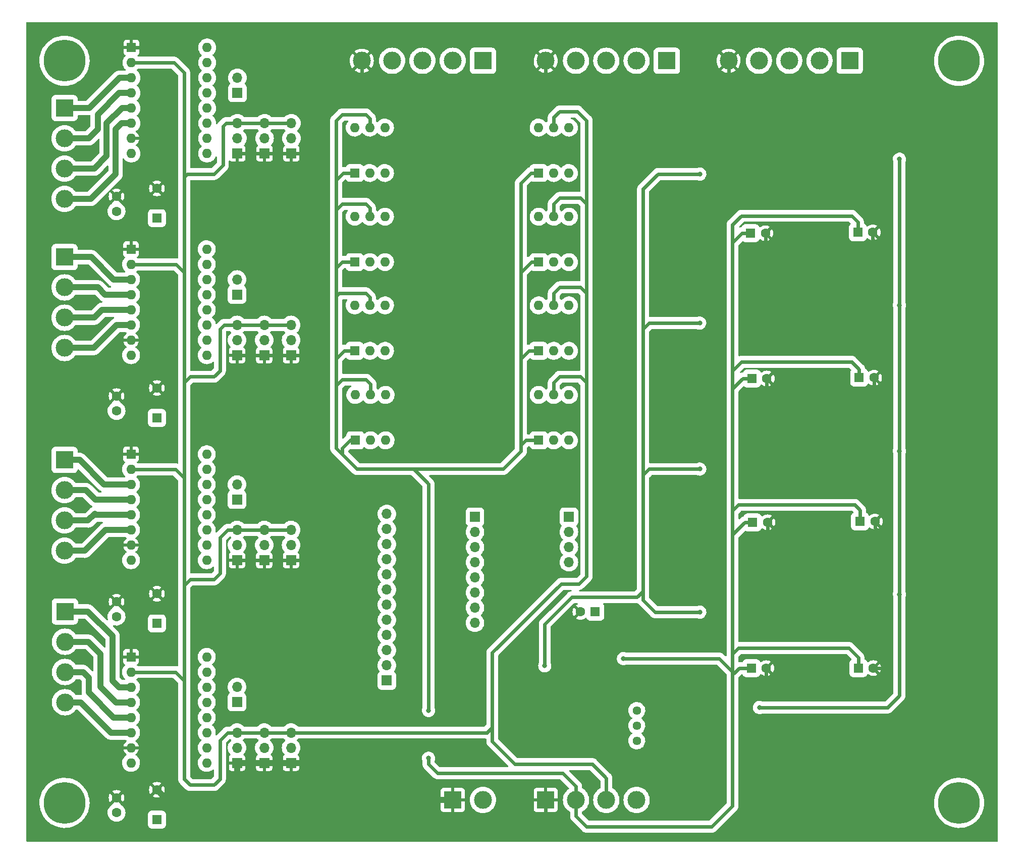
<source format=gbr>
%TF.GenerationSoftware,KiCad,Pcbnew,6.0.2+dfsg-1*%
%TF.CreationDate,2025-02-18T10:21:24-03:00*%
%TF.ProjectId,modulo_remoteapi_v1_1,6d6f6475-6c6f-45f7-9265-6d6f74656170,rev?*%
%TF.SameCoordinates,Original*%
%TF.FileFunction,Copper,L2,Bot*%
%TF.FilePolarity,Positive*%
%FSLAX46Y46*%
G04 Gerber Fmt 4.6, Leading zero omitted, Abs format (unit mm)*
G04 Created by KiCad (PCBNEW 6.0.2+dfsg-1) date 2025-02-18 10:21:24*
%MOMM*%
%LPD*%
G01*
G04 APERTURE LIST*
%TA.AperFunction,ComponentPad*%
%ADD10C,7.000000*%
%TD*%
%TA.AperFunction,ComponentPad*%
%ADD11R,1.600000X1.600000*%
%TD*%
%TA.AperFunction,ComponentPad*%
%ADD12C,1.600000*%
%TD*%
%TA.AperFunction,ComponentPad*%
%ADD13R,1.700000X1.700000*%
%TD*%
%TA.AperFunction,ComponentPad*%
%ADD14O,1.700000X1.700000*%
%TD*%
%TA.AperFunction,ComponentPad*%
%ADD15R,3.000000X3.000000*%
%TD*%
%TA.AperFunction,ComponentPad*%
%ADD16C,3.000000*%
%TD*%
%TA.AperFunction,ComponentPad*%
%ADD17O,1.600000X1.600000*%
%TD*%
%TA.AperFunction,ComponentPad*%
%ADD18C,1.440000*%
%TD*%
%TA.AperFunction,ViaPad*%
%ADD19C,0.800000*%
%TD*%
%TA.AperFunction,Conductor*%
%ADD20C,0.600000*%
%TD*%
%TA.AperFunction,Conductor*%
%ADD21C,1.000000*%
%TD*%
G04 APERTURE END LIST*
D10*
%TO.P,H1,1*%
%TO.N,N/C*%
X-315065000Y-26500000D03*
%TD*%
D11*
%TO.P,C21,1*%
%TO.N,+5V*%
X-199970000Y-55420000D03*
D12*
%TO.P,C21,2*%
%TO.N,GND*%
X-197470000Y-55420000D03*
%TD*%
D13*
%TO.P,J7,1,Pin_1*%
%TO.N,GND*%
X-286130000Y-110280000D03*
D14*
%TO.P,J7,2,Pin_2*%
%TO.N,/A1_MS1*%
X-286130000Y-107740000D03*
%TO.P,J7,3,Pin_3*%
%TO.N,+3V3*%
X-286130000Y-105200000D03*
%TD*%
D15*
%TO.P,J23,1,Pin_1*%
%TO.N,/A2_1B*%
X-315065000Y-59440000D03*
D16*
%TO.P,J23,2,Pin_2*%
%TO.N,/A2_1A*%
X-315065000Y-64520000D03*
%TO.P,J23,3,Pin_3*%
%TO.N,/A2_2A*%
X-315065000Y-69600000D03*
%TO.P,J23,4,Pin_4*%
%TO.N,/A2_2B*%
X-315065000Y-74680000D03*
%TD*%
D11*
%TO.P,U11,1*%
%TO.N,+5V*%
X-266381666Y-60266666D03*
D17*
%TO.P,U11,2*%
%TO.N,Net-(R30-Pad2)*%
X-263841666Y-60266666D03*
%TO.P,U11,3,NC*%
%TO.N,unconnected-(U11-Pad3)*%
X-261301666Y-60266666D03*
%TO.P,U11,4*%
%TO.N,/DO_2*%
X-261301666Y-52646666D03*
%TO.P,U11,5*%
%TO.N,+5V*%
X-263841666Y-52646666D03*
%TO.P,U11,6*%
%TO.N,unconnected-(U11-Pad6)*%
X-266381666Y-52646666D03*
%TD*%
D13*
%TO.P,J25,1,Pin_1*%
%TO.N,Net-(A2-Pad13)*%
X-286130000Y-134080000D03*
D14*
%TO.P,J25,2,Pin_2*%
%TO.N,Net-(A2-Pad14)*%
X-286130000Y-131540000D03*
%TD*%
D12*
%TO.P,C6,1*%
%TO.N,+12V*%
X-306340000Y-51750000D03*
%TO.P,C6,2*%
%TO.N,GND*%
X-306340000Y-49250000D03*
%TD*%
D13*
%TO.P,J4,1,Pin_1*%
%TO.N,GND*%
X-281565000Y-144280000D03*
D14*
%TO.P,J4,2,Pin_2*%
%TO.N,/A0_MS2*%
X-281565000Y-141740000D03*
%TO.P,J4,3,Pin_3*%
%TO.N,+3V3*%
X-281565000Y-139200000D03*
%TD*%
D11*
%TO.P,U12,1*%
%TO.N,+5V*%
X-266381666Y-75144999D03*
D17*
%TO.P,U12,2*%
%TO.N,Net-(R35-Pad2)*%
X-263841666Y-75144999D03*
%TO.P,U12,3,NC*%
%TO.N,unconnected-(U12-Pad3)*%
X-261301666Y-75144999D03*
%TO.P,U12,4*%
%TO.N,/DO_1*%
X-261301666Y-67524999D03*
%TO.P,U12,5*%
%TO.N,+5V*%
X-263841666Y-67524999D03*
%TO.P,U12,6*%
%TO.N,unconnected-(U12-Pad6)*%
X-266381666Y-67524999D03*
%TD*%
D15*
%TO.P,J24,1,Pin_1*%
%TO.N,/A1_1B*%
X-315065000Y-93460000D03*
D16*
%TO.P,J24,2,Pin_2*%
%TO.N,/A1_1A*%
X-315065000Y-98540000D03*
%TO.P,J24,3,Pin_3*%
%TO.N,/A1_2A*%
X-315065000Y-103620000D03*
%TO.P,J24,4,Pin_4*%
%TO.N,/A1_2B*%
X-315065000Y-108700000D03*
%TD*%
D13*
%TO.P,J6,1,Pin_1*%
%TO.N,GND*%
X-277065000Y-144280000D03*
D14*
%TO.P,J6,2,Pin_2*%
%TO.N,/A0_MS3*%
X-277065000Y-141740000D03*
%TO.P,J6,3,Pin_3*%
%TO.N,+3V3*%
X-277065000Y-139200000D03*
%TD*%
D12*
%TO.P,C1,1*%
%TO.N,+12V*%
X-306340000Y-85250000D03*
%TO.P,C1,2*%
%TO.N,GND*%
X-306340000Y-82750000D03*
%TD*%
D11*
%TO.P,C8,1*%
%TO.N,+12V*%
X-299565000Y-52902651D03*
D12*
%TO.P,C8,2*%
%TO.N,GND*%
X-299565000Y-47902651D03*
%TD*%
D13*
%TO.P,J10,1,Pin_1*%
%TO.N,GND*%
X-286065000Y-42050000D03*
D14*
%TO.P,J10,2,Pin_2*%
%TO.N,/A3_MS1*%
X-286065000Y-39510000D03*
%TO.P,J10,3,Pin_3*%
%TO.N,+3V3*%
X-286065000Y-36970000D03*
%TD*%
D11*
%TO.P,C30,1*%
%TO.N,+5V*%
X-181750000Y-79655000D03*
D12*
%TO.P,C30,2*%
%TO.N,GND*%
X-179250000Y-79655000D03*
%TD*%
D11*
%TO.P,C29,1*%
%TO.N,+5V*%
X-181880000Y-128395000D03*
D12*
%TO.P,C29,2*%
%TO.N,GND*%
X-179380000Y-128395000D03*
%TD*%
D11*
%TO.P,C7,1*%
%TO.N,+12V*%
X-299565000Y-120902651D03*
D12*
%TO.P,C7,2*%
%TO.N,GND*%
X-299565000Y-115902651D03*
%TD*%
D11*
%TO.P,U16,1*%
%TO.N,+5V*%
X-235525000Y-75144999D03*
D17*
%TO.P,U16,2*%
%TO.N,Net-(R43-Pad2)*%
X-232985000Y-75144999D03*
%TO.P,U16,3,NC*%
%TO.N,unconnected-(U16-Pad3)*%
X-230445000Y-75144999D03*
%TO.P,U16,4*%
%TO.N,/BBB_DI_1*%
X-230445000Y-67524999D03*
%TO.P,U16,5*%
%TO.N,+3V3*%
X-232985000Y-67524999D03*
%TO.P,U16,6*%
%TO.N,unconnected-(U16-Pad6)*%
X-235525000Y-67524999D03*
%TD*%
D11*
%TO.P,C4,1*%
%TO.N,+12V*%
X-299565000Y-153800302D03*
D12*
%TO.P,C4,2*%
%TO.N,GND*%
X-299565000Y-148800302D03*
%TD*%
D15*
%TO.P,J21,1,Pin_1*%
%TO.N,GND*%
X-249951666Y-150500000D03*
D16*
%TO.P,J21,2,Pin_2*%
%TO.N,+12V*%
X-244871666Y-150500000D03*
%TD*%
D13*
%TO.P,J5,1,Pin_1*%
%TO.N,GND*%
X-277065000Y-75890000D03*
D14*
%TO.P,J5,2,Pin_2*%
%TO.N,/A2_MS3*%
X-277065000Y-73350000D03*
%TO.P,J5,3,Pin_3*%
%TO.N,+3V3*%
X-277065000Y-70810000D03*
%TD*%
D13*
%TO.P,J8,1,Pin_1*%
%TO.N,GND*%
X-281565000Y-110280000D03*
D14*
%TO.P,J8,2,Pin_2*%
%TO.N,/A1_MS2*%
X-281565000Y-107740000D03*
%TO.P,J8,3,Pin_3*%
%TO.N,+3V3*%
X-281565000Y-105200000D03*
%TD*%
D11*
%TO.P,C16,1*%
%TO.N,+5V*%
X-181620000Y-103785000D03*
D12*
%TO.P,C16,2*%
%TO.N,GND*%
X-179120000Y-103785000D03*
%TD*%
D11*
%TO.P,C36,1*%
%TO.N,+5V*%
X-199750000Y-79800000D03*
D12*
%TO.P,C36,2*%
%TO.N,GND*%
X-197250000Y-79800000D03*
%TD*%
D11*
%TO.P,C35,1*%
%TO.N,+5V*%
X-199842379Y-128395000D03*
D12*
%TO.P,C35,2*%
%TO.N,GND*%
X-197342379Y-128395000D03*
%TD*%
D10*
%TO.P,H4,1*%
%TO.N,N/C*%
X-165000000Y-151000000D03*
%TD*%
D15*
%TO.P,J20,1,Pin_1*%
%TO.N,/A3_1B*%
X-315065000Y-34430000D03*
D16*
%TO.P,J20,2,Pin_2*%
%TO.N,/A3_1A*%
X-315065000Y-39510000D03*
%TO.P,J20,3,Pin_3*%
%TO.N,/A3_2A*%
X-315065000Y-44590000D03*
%TO.P,J20,4,Pin_4*%
%TO.N,/A3_2B*%
X-315065000Y-49670000D03*
%TD*%
D10*
%TO.P,H2,1*%
%TO.N,N/C*%
X-165000000Y-26500000D03*
%TD*%
%TO.P,H3,1*%
%TO.N,N/C*%
X-315065000Y-151000000D03*
%TD*%
D11*
%TO.P,U17,1*%
%TO.N,+5V*%
X-235525000Y-45323333D03*
D17*
%TO.P,U17,2*%
%TO.N,Net-(R44-Pad2)*%
X-232985000Y-45323333D03*
%TO.P,U17,3,NC*%
%TO.N,unconnected-(U17-Pad3)*%
X-230445000Y-45323333D03*
%TO.P,U17,4*%
%TO.N,/BBB_DI_3*%
X-230445000Y-37703333D03*
%TO.P,U17,5*%
%TO.N,+3V3*%
X-232985000Y-37703333D03*
%TO.P,U17,6*%
%TO.N,unconnected-(U17-Pad6)*%
X-235525000Y-37703333D03*
%TD*%
D11*
%TO.P,C3,1*%
%TO.N,+12V*%
X-299565000Y-86402651D03*
D12*
%TO.P,C3,2*%
%TO.N,GND*%
X-299565000Y-81402651D03*
%TD*%
D11*
%TO.P,C15,1*%
%TO.N,+5V*%
X-181970000Y-55275000D03*
D12*
%TO.P,C15,2*%
%TO.N,GND*%
X-179470000Y-55275000D03*
%TD*%
D11*
%TO.P,A1,1,GND*%
%TO.N,GND*%
X-303905000Y-58110000D03*
D17*
%TO.P,A1,2,VDD*%
%TO.N,+3V3*%
X-303905000Y-60650000D03*
%TO.P,A1,3,1B*%
%TO.N,/A2_1B*%
X-303905000Y-63190000D03*
%TO.P,A1,4,1A*%
%TO.N,/A2_1A*%
X-303905000Y-65730000D03*
%TO.P,A1,5,2A*%
%TO.N,/A2_2A*%
X-303905000Y-68270000D03*
%TO.P,A1,6,2B*%
%TO.N,/A2_2B*%
X-303905000Y-70810000D03*
%TO.P,A1,7,GND*%
%TO.N,GND*%
X-303905000Y-73350000D03*
%TO.P,A1,8,VMOT*%
%TO.N,+12V*%
X-303905000Y-75890000D03*
%TO.P,A1,9,~{ENABLE}*%
%TO.N,/BBB_A2_ENABLE*%
X-291205000Y-75890000D03*
%TO.P,A1,10,MS1*%
%TO.N,/A2_MS1*%
X-291205000Y-73350000D03*
%TO.P,A1,11,MS2*%
%TO.N,/A2_MS2*%
X-291205000Y-70810000D03*
%TO.P,A1,12,MS3*%
%TO.N,/A2_MS3*%
X-291205000Y-68270000D03*
%TO.P,A1,13,~{RESET}*%
%TO.N,Net-(A1-Pad13)*%
X-291205000Y-65730000D03*
%TO.P,A1,14,~{SLEEP}*%
%TO.N,Net-(A1-Pad14)*%
X-291205000Y-63190000D03*
%TO.P,A1,15,STEP*%
%TO.N,/BBB_A2_STEP*%
X-291205000Y-60650000D03*
%TO.P,A1,16,DIR*%
%TO.N,/BBB_A2_DIR*%
X-291205000Y-58110000D03*
%TD*%
D11*
%TO.P,U15,1*%
%TO.N,+5V*%
X-235525000Y-60266666D03*
D17*
%TO.P,U15,2*%
%TO.N,Net-(R40-Pad2)*%
X-232985000Y-60266666D03*
%TO.P,U15,3,NC*%
%TO.N,unconnected-(U15-Pad3)*%
X-230445000Y-60266666D03*
%TO.P,U15,4*%
%TO.N,/BBB_DI_2*%
X-230445000Y-52646666D03*
%TO.P,U15,5*%
%TO.N,+3V3*%
X-232985000Y-52646666D03*
%TO.P,U15,6*%
%TO.N,unconnected-(U15-Pad6)*%
X-235525000Y-52646666D03*
%TD*%
D11*
%TO.P,A3,1,GND*%
%TO.N,GND*%
X-303905000Y-92500000D03*
D17*
%TO.P,A3,2,VDD*%
%TO.N,+3V3*%
X-303905000Y-95040000D03*
%TO.P,A3,3,1B*%
%TO.N,/A1_1B*%
X-303905000Y-97580000D03*
%TO.P,A3,4,1A*%
%TO.N,/A1_1A*%
X-303905000Y-100120000D03*
%TO.P,A3,5,2A*%
%TO.N,/A1_2A*%
X-303905000Y-102660000D03*
%TO.P,A3,6,2B*%
%TO.N,/A1_2B*%
X-303905000Y-105200000D03*
%TO.P,A3,7,GND*%
%TO.N,GND*%
X-303905000Y-107740000D03*
%TO.P,A3,8,VMOT*%
%TO.N,+12V*%
X-303905000Y-110280000D03*
%TO.P,A3,9,~{ENABLE}*%
%TO.N,/BBB_A1_ENABLE*%
X-291205000Y-110280000D03*
%TO.P,A3,10,MS1*%
%TO.N,/A1_MS1*%
X-291205000Y-107740000D03*
%TO.P,A3,11,MS2*%
%TO.N,/A1_MS2*%
X-291205000Y-105200000D03*
%TO.P,A3,12,MS3*%
%TO.N,/A1_MS3*%
X-291205000Y-102660000D03*
%TO.P,A3,13,~{RESET}*%
%TO.N,Net-(A3-Pad13)*%
X-291205000Y-100120000D03*
%TO.P,A3,14,~{SLEEP}*%
%TO.N,Net-(A3-Pad14)*%
X-291205000Y-97580000D03*
%TO.P,A3,15,STEP*%
%TO.N,/BBB_A1_STEP*%
X-291205000Y-95040000D03*
%TO.P,A3,16,DIR*%
%TO.N,/BBB_A1_DIR*%
X-291205000Y-92500000D03*
%TD*%
D11*
%TO.P,A4,1,GND*%
%TO.N,GND*%
X-303840000Y-24270000D03*
D17*
%TO.P,A4,2,VDD*%
%TO.N,+3V3*%
X-303840000Y-26810000D03*
%TO.P,A4,3,1B*%
%TO.N,/A3_1B*%
X-303840000Y-29350000D03*
%TO.P,A4,4,1A*%
%TO.N,/A3_1A*%
X-303840000Y-31890000D03*
%TO.P,A4,5,2A*%
%TO.N,/A3_2A*%
X-303840000Y-34430000D03*
%TO.P,A4,6,2B*%
%TO.N,/A3_2B*%
X-303840000Y-36970000D03*
%TO.P,A4,7,GND*%
%TO.N,GND*%
X-303840000Y-39510000D03*
%TO.P,A4,8,VMOT*%
%TO.N,+12V*%
X-303840000Y-42050000D03*
%TO.P,A4,9,~{ENABLE}*%
%TO.N,/BBB_A3_ENABLE*%
X-291140000Y-42050000D03*
%TO.P,A4,10,MS1*%
%TO.N,/A3_MS1*%
X-291140000Y-39510000D03*
%TO.P,A4,11,MS2*%
%TO.N,/A3_MS2*%
X-291140000Y-36970000D03*
%TO.P,A4,12,MS3*%
%TO.N,/A3_MS3*%
X-291140000Y-34430000D03*
%TO.P,A4,13,~{RESET}*%
%TO.N,Net-(A4-Pad13)*%
X-291140000Y-31890000D03*
%TO.P,A4,14,~{SLEEP}*%
%TO.N,Net-(A4-Pad14)*%
X-291140000Y-29350000D03*
%TO.P,A4,15,STEP*%
%TO.N,/BBB_A3_STEP*%
X-291140000Y-26810000D03*
%TO.P,A4,16,DIR*%
%TO.N,/BBB_A3_DIR*%
X-291140000Y-24270000D03*
%TD*%
D15*
%TO.P,J16,1,Pin_1*%
%TO.N,GND*%
X-234335000Y-150500000D03*
D16*
%TO.P,J16,2,Pin_2*%
%TO.N,+5V*%
X-229255000Y-150500000D03*
%TO.P,J16,3,Pin_3*%
%TO.N,+3V3*%
X-224175000Y-150500000D03*
%TO.P,J16,4,Pin_4*%
%TO.N,/BBB_1V8*%
X-219095000Y-150500000D03*
%TD*%
D11*
%TO.P,C22,1*%
%TO.N,+5V*%
X-199620000Y-103930000D03*
D12*
%TO.P,C22,2*%
%TO.N,GND*%
X-197120000Y-103930000D03*
%TD*%
D11*
%TO.P,C38,1*%
%TO.N,+5V*%
X-226030000Y-118945000D03*
D12*
%TO.P,C38,2*%
%TO.N,GND*%
X-228530000Y-118945000D03*
%TD*%
D11*
%TO.P,A2,1,GND*%
%TO.N,GND*%
X-303905000Y-126500000D03*
D17*
%TO.P,A2,2,VDD*%
%TO.N,+3V3*%
X-303905000Y-129040000D03*
%TO.P,A2,3,1B*%
%TO.N,/A0_1B*%
X-303905000Y-131580000D03*
%TO.P,A2,4,1A*%
%TO.N,/A0_1A*%
X-303905000Y-134120000D03*
%TO.P,A2,5,2A*%
%TO.N,/A0_2A*%
X-303905000Y-136660000D03*
%TO.P,A2,6,2B*%
%TO.N,/A0_2B*%
X-303905000Y-139200000D03*
%TO.P,A2,7,GND*%
%TO.N,GND*%
X-303905000Y-141740000D03*
%TO.P,A2,8,VMOT*%
%TO.N,+12V*%
X-303905000Y-144280000D03*
%TO.P,A2,9,~{ENABLE}*%
%TO.N,/BBB_AO_ENABLE*%
X-291205000Y-144280000D03*
%TO.P,A2,10,MS1*%
%TO.N,/A0_MS1*%
X-291205000Y-141740000D03*
%TO.P,A2,11,MS2*%
%TO.N,/A0_MS2*%
X-291205000Y-139200000D03*
%TO.P,A2,12,MS3*%
%TO.N,/A0_MS3*%
X-291205000Y-136660000D03*
%TO.P,A2,13,~{RESET}*%
%TO.N,Net-(A2-Pad13)*%
X-291205000Y-134120000D03*
%TO.P,A2,14,~{SLEEP}*%
%TO.N,Net-(A2-Pad14)*%
X-291205000Y-131580000D03*
%TO.P,A2,15,STEP*%
%TO.N,/BBB_A0_STEP*%
X-291205000Y-129040000D03*
%TO.P,A2,16,DIR*%
%TO.N,/BBB_A0_DIR*%
X-291205000Y-126500000D03*
%TD*%
D11*
%TO.P,U10,1*%
%TO.N,+5V*%
X-266281666Y-90173333D03*
D17*
%TO.P,U10,2*%
%TO.N,Net-(R29-Pad2)*%
X-263741666Y-90173333D03*
%TO.P,U10,3,NC*%
%TO.N,unconnected-(U10-Pad3)*%
X-261201666Y-90173333D03*
%TO.P,U10,4*%
%TO.N,/DO_0*%
X-261201666Y-82553333D03*
%TO.P,U10,5*%
%TO.N,+5V*%
X-263741666Y-82553333D03*
%TO.P,U10,6*%
%TO.N,unconnected-(U10-Pad6)*%
X-266281666Y-82553333D03*
%TD*%
D11*
%TO.P,U13,1*%
%TO.N,+5V*%
X-266381666Y-45323333D03*
D17*
%TO.P,U13,2*%
%TO.N,Net-(R36-Pad2)*%
X-263841666Y-45323333D03*
%TO.P,U13,3,NC*%
%TO.N,unconnected-(U13-Pad3)*%
X-261301666Y-45323333D03*
%TO.P,U13,4*%
%TO.N,/DO_3*%
X-261301666Y-37703333D03*
%TO.P,U13,5*%
%TO.N,+5V*%
X-263841666Y-37703333D03*
%TO.P,U13,6*%
%TO.N,unconnected-(U13-Pad6)*%
X-266381666Y-37703333D03*
%TD*%
D13*
%TO.P,J28,1,Pin_1*%
%TO.N,Net-(A4-Pad13)*%
X-286065000Y-31890000D03*
D14*
%TO.P,J28,2,Pin_2*%
%TO.N,Net-(A4-Pad14)*%
X-286065000Y-29350000D03*
%TD*%
D12*
%TO.P,C2,1*%
%TO.N,+12V*%
X-306340000Y-152647651D03*
%TO.P,C2,2*%
%TO.N,GND*%
X-306340000Y-150147651D03*
%TD*%
D13*
%TO.P,J3,1,Pin_1*%
%TO.N,GND*%
X-281565000Y-75890000D03*
D14*
%TO.P,J3,2,Pin_2*%
%TO.N,/A2_MS2*%
X-281565000Y-73350000D03*
%TO.P,J3,3,Pin_3*%
%TO.N,+3V3*%
X-281565000Y-70810000D03*
%TD*%
D15*
%TO.P,J22,1,Pin_1*%
%TO.N,/A0_1B*%
X-315000000Y-118880000D03*
D16*
%TO.P,J22,2,Pin_2*%
%TO.N,/A0_1A*%
X-315000000Y-123960000D03*
%TO.P,J22,3,Pin_3*%
%TO.N,/A0_2A*%
X-315000000Y-129040000D03*
%TO.P,J22,4,Pin_4*%
%TO.N,/A0_2B*%
X-315000000Y-134120000D03*
%TD*%
D11*
%TO.P,U14,1*%
%TO.N,+5V*%
X-235525000Y-90173333D03*
D17*
%TO.P,U14,2*%
%TO.N,Net-(R39-Pad2)*%
X-232985000Y-90173333D03*
%TO.P,U14,3,NC*%
%TO.N,unconnected-(U14-Pad3)*%
X-230445000Y-90173333D03*
%TO.P,U14,4*%
%TO.N,/BBB_DI_0*%
X-230445000Y-82553333D03*
%TO.P,U14,5*%
%TO.N,+3V3*%
X-232985000Y-82553333D03*
%TO.P,U14,6*%
%TO.N,unconnected-(U14-Pad6)*%
X-235525000Y-82553333D03*
%TD*%
D13*
%TO.P,J15,1,Pin_1*%
%TO.N,/BBB_A0_DIR*%
X-261000000Y-130475000D03*
D14*
%TO.P,J15,2,Pin_2*%
%TO.N,/BBB_A0_STEP*%
X-261000000Y-127935000D03*
%TO.P,J15,3,Pin_3*%
%TO.N,/BBB_AO_ENABLE*%
X-261000000Y-125395000D03*
%TO.P,J15,4,Pin_4*%
%TO.N,/BBB_A1_DIR*%
X-261000000Y-122855000D03*
%TO.P,J15,5,Pin_5*%
%TO.N,/BBB_A1_STEP*%
X-261000000Y-120315000D03*
%TO.P,J15,6,Pin_6*%
%TO.N,/BBB_A1_ENABLE*%
X-261000000Y-117775000D03*
%TO.P,J15,7,Pin_7*%
%TO.N,/BBB_A2_DIR*%
X-261000000Y-115235000D03*
%TO.P,J15,8,Pin_8*%
%TO.N,/BBB_A2_STEP*%
X-261000000Y-112695000D03*
%TO.P,J15,9,Pin_9*%
%TO.N,/BBB_A2_ENABLE*%
X-261000000Y-110155000D03*
%TO.P,J15,10,Pin_10*%
%TO.N,/BBB_A3_DIR*%
X-261000000Y-107615000D03*
%TO.P,J15,11,Pin_11*%
%TO.N,/BBB_A3_STEP*%
X-261000000Y-105075000D03*
%TO.P,J15,12,Pin_12*%
%TO.N,/BBB_A3_ENABLE*%
X-261000000Y-102535000D03*
%TD*%
D13*
%TO.P,J9,1,Pin_1*%
%TO.N,GND*%
X-277065000Y-110280000D03*
D14*
%TO.P,J9,2,Pin_2*%
%TO.N,/A1_MS3*%
X-277065000Y-107740000D03*
%TO.P,J9,3,Pin_3*%
%TO.N,+3V3*%
X-277065000Y-105200000D03*
%TD*%
D15*
%TO.P,J17,1,Pin_1*%
%TO.N,/DO_3*%
X-244871666Y-26500000D03*
D16*
%TO.P,J17,2,Pin_2*%
%TO.N,/DO_2*%
X-249951666Y-26500000D03*
%TO.P,J17,3,Pin_3*%
%TO.N,/DO_1*%
X-255031666Y-26500000D03*
%TO.P,J17,4,Pin_4*%
%TO.N,/DO_0*%
X-260111666Y-26500000D03*
%TO.P,J17,5,Pin_5*%
%TO.N,GND*%
X-265191666Y-26500000D03*
%TD*%
D13*
%TO.P,J2,1,Pin_1*%
%TO.N,GND*%
X-286130000Y-144280000D03*
D14*
%TO.P,J2,2,Pin_2*%
%TO.N,/A0_MS1*%
X-286130000Y-141740000D03*
%TO.P,J2,3,Pin_3*%
%TO.N,+3V3*%
X-286130000Y-139200000D03*
%TD*%
D13*
%TO.P,J12,1,Pin_1*%
%TO.N,GND*%
X-277000000Y-42050000D03*
D14*
%TO.P,J12,2,Pin_2*%
%TO.N,/A3_MS3*%
X-277000000Y-39510000D03*
%TO.P,J12,3,Pin_3*%
%TO.N,+3V3*%
X-277000000Y-36970000D03*
%TD*%
D12*
%TO.P,C5,1*%
%TO.N,+12V*%
X-306340000Y-119750000D03*
%TO.P,C5,2*%
%TO.N,GND*%
X-306340000Y-117250000D03*
%TD*%
D13*
%TO.P,J14,1,Pin_1*%
%TO.N,/AI_0_BBB*%
X-230445000Y-103000000D03*
D14*
%TO.P,J14,2,Pin_2*%
%TO.N,/AI_1_BBB*%
X-230445000Y-105540000D03*
%TO.P,J14,3,Pin_3*%
%TO.N,/AI_2_BBB*%
X-230445000Y-108080000D03*
%TO.P,J14,4,Pin_4*%
%TO.N,/AI_3_BBB*%
X-230445000Y-110620000D03*
%TD*%
D15*
%TO.P,J19,1,Pin_1*%
%TO.N,/DI_0*%
X-214015000Y-26500000D03*
D16*
%TO.P,J19,2,Pin_2*%
%TO.N,/DI_1*%
X-219095000Y-26500000D03*
%TO.P,J19,3,Pin_3*%
%TO.N,/DI_2*%
X-224175000Y-26500000D03*
%TO.P,J19,4,Pin_4*%
%TO.N,/DI_3*%
X-229255000Y-26500000D03*
%TO.P,J19,5,Pin_5*%
%TO.N,GND*%
X-234335000Y-26500000D03*
%TD*%
D13*
%TO.P,J11,1,Pin_1*%
%TO.N,GND*%
X-281500000Y-42050000D03*
D14*
%TO.P,J11,2,Pin_2*%
%TO.N,/A3_MS2*%
X-281500000Y-39510000D03*
%TO.P,J11,3,Pin_3*%
%TO.N,+3V3*%
X-281500000Y-36970000D03*
%TD*%
D13*
%TO.P,J27,1,Pin_1*%
%TO.N,Net-(A3-Pad13)*%
X-286130000Y-100120000D03*
D14*
%TO.P,J27,2,Pin_2*%
%TO.N,Net-(A3-Pad14)*%
X-286130000Y-97580000D03*
%TD*%
D13*
%TO.P,J13,1,Pin_1*%
%TO.N,/BBB_DO_0*%
X-246210000Y-103000000D03*
D14*
%TO.P,J13,2,Pin_2*%
%TO.N,/BBB_DO_1*%
X-246210000Y-105540000D03*
%TO.P,J13,3,Pin_3*%
%TO.N,/BBB_DO_2*%
X-246210000Y-108080000D03*
%TO.P,J13,4,Pin_4*%
%TO.N,/BBB_DO_3*%
X-246210000Y-110620000D03*
%TO.P,J13,5,Pin_5*%
%TO.N,/BBB_DI_3*%
X-246210000Y-113160000D03*
%TO.P,J13,6,Pin_6*%
%TO.N,/BBB_DI_2*%
X-246210000Y-115700000D03*
%TO.P,J13,7,Pin_7*%
%TO.N,/BBB_DI_1*%
X-246210000Y-118240000D03*
%TO.P,J13,8,Pin_8*%
%TO.N,/BBB_DI_0*%
X-246210000Y-120780000D03*
%TD*%
D18*
%TO.P,RV1,1,1*%
%TO.N,Net-(R26-Pad1)*%
X-219065000Y-140580000D03*
%TO.P,RV1,2,2*%
X-219065000Y-138040000D03*
%TO.P,RV1,3,3*%
%TO.N,Net-(R25-Pad2)*%
X-219065000Y-135500000D03*
%TD*%
D15*
%TO.P,J18,1,Pin_1*%
%TO.N,/AI_3*%
X-183340000Y-26500000D03*
D16*
%TO.P,J18,2,Pin_2*%
%TO.N,/AI_2*%
X-188420000Y-26500000D03*
%TO.P,J18,3,Pin_3*%
%TO.N,/AI_1*%
X-193500000Y-26500000D03*
%TO.P,J18,4,Pin_4*%
%TO.N,/AI_0*%
X-198580000Y-26500000D03*
%TO.P,J18,5,Pin_5*%
%TO.N,GND*%
X-203660000Y-26500000D03*
%TD*%
D13*
%TO.P,J1,1,Pin_1*%
%TO.N,GND*%
X-286130000Y-75890000D03*
D14*
%TO.P,J1,2,Pin_2*%
%TO.N,/A2_MS1*%
X-286130000Y-73350000D03*
%TO.P,J1,3,Pin_3*%
%TO.N,+3V3*%
X-286130000Y-70810000D03*
%TD*%
D13*
%TO.P,J26,1,Pin_1*%
%TO.N,Net-(A1-Pad13)*%
X-286130000Y-65730000D03*
D14*
%TO.P,J26,2,Pin_2*%
%TO.N,Net-(A1-Pad14)*%
X-286130000Y-63190000D03*
%TD*%
D19*
%TO.N,GND*%
X-210500000Y-113000000D03*
X-252000000Y-41000000D03*
X-206500000Y-39500000D03*
X-252000000Y-56000000D03*
X-252000000Y-86500000D03*
X-206500000Y-88000000D03*
X-206500000Y-64000000D03*
X-252000000Y-71000000D03*
X-222500000Y-39000000D03*
X-222500000Y-67500000D03*
X-222500000Y-82500000D03*
X-222500000Y-52500000D03*
%TO.N,+5V*%
X-221295000Y-126795000D03*
X-254000000Y-135500000D03*
X-254000000Y-143500000D03*
%TO.N,/Vref_1V8*%
X-208500000Y-45500000D03*
X-208500000Y-70500000D03*
X-234500000Y-128000000D03*
X-208500000Y-119000000D03*
X-208500000Y-95000000D03*
%TO.N,/Vref_0V3*%
X-175000000Y-43000000D03*
X-198500000Y-135000000D03*
X-175000000Y-67500000D03*
X-175000000Y-116000000D03*
X-175000000Y-92000000D03*
%TD*%
D20*
%TO.N,GND*%
X-222500000Y-39000000D02*
X-222500000Y-33000000D01*
X-297500000Y-21500000D02*
X-276500000Y-21500000D01*
X-281500000Y-42050000D02*
X-286065000Y-42050000D01*
X-205000000Y-156500000D02*
X-201500000Y-153000000D01*
X-197120000Y-103930000D02*
X-197120000Y-105880000D01*
X-265191666Y-26500000D02*
X-265191666Y-29191666D01*
X-277000000Y-42050000D02*
X-274550000Y-42050000D01*
X-273000000Y-25000000D02*
X-273000000Y-31900000D01*
X-286130000Y-110280000D02*
X-281565000Y-110280000D01*
D21*
X-289500000Y-150500000D02*
X-286130000Y-147130000D01*
X-297865302Y-150500000D02*
X-289500000Y-150500000D01*
D20*
X-252000000Y-41000000D02*
X-252000000Y-56000000D01*
X-255000000Y-30500000D02*
X-235500000Y-30500000D01*
X-273000000Y-109000000D02*
X-273000000Y-74000000D01*
X-197342379Y-128395000D02*
X-197342379Y-130842379D01*
X-176500000Y-107500000D02*
X-176500000Y-84500000D01*
X-201500000Y-153000000D02*
X-201500000Y-135500000D01*
X-210500000Y-113000000D02*
X-208000000Y-113000000D01*
X-201500000Y-135500000D02*
X-201500000Y-134000000D01*
X-276500000Y-21500000D02*
X-273000000Y-25000000D01*
X-197342379Y-130842379D02*
X-199342379Y-132842379D01*
X-176500000Y-84000000D02*
X-176500000Y-60000000D01*
D21*
X-299565000Y-148800302D02*
X-297865302Y-150500000D01*
D20*
X-222500000Y-32500000D02*
X-222500000Y-33000000D01*
X-255000000Y-30500000D02*
X-266500000Y-30500000D01*
X-205000000Y-30500000D02*
X-203660000Y-29160000D01*
X-201500000Y-134000000D02*
X-200342379Y-132842379D01*
X-277065000Y-110280000D02*
X-274280000Y-110280000D01*
X-273000000Y-31500000D02*
X-272000000Y-30500000D01*
X-198342379Y-132842379D02*
X-178342379Y-132842379D01*
X-252000000Y-71000000D02*
X-252000000Y-86500000D01*
D21*
X-267000000Y-150500000D02*
X-249951666Y-150500000D01*
D20*
X-222500000Y-52500000D02*
X-222500000Y-39000000D01*
X-303840000Y-24270000D02*
X-300270000Y-24270000D01*
X-252000000Y-32500000D02*
X-254000000Y-30500000D01*
X-178000000Y-106500000D02*
X-177500000Y-106500000D01*
X-177500000Y-106500000D02*
X-177000000Y-107000000D01*
X-203660000Y-29160000D02*
X-203660000Y-26500000D01*
X-273000000Y-38500000D02*
X-273000000Y-31900000D01*
X-222500000Y-67500000D02*
X-222500000Y-52500000D01*
X-176500000Y-84500000D02*
X-176500000Y-84000000D01*
X-234335000Y-29335000D02*
X-234335000Y-26500000D01*
X-220500000Y-30500000D02*
X-222500000Y-32500000D01*
X-197470000Y-55420000D02*
X-197470000Y-57530000D01*
X-206500000Y-111500000D02*
X-206500000Y-88000000D01*
X-206500000Y-39500000D02*
X-206500000Y-64000000D01*
X-176500000Y-130000000D02*
X-176500000Y-129500000D01*
D21*
X-277065000Y-144280000D02*
X-273220000Y-144280000D01*
D20*
X-208000000Y-113000000D02*
X-206500000Y-111500000D01*
X-220000000Y-30500000D02*
X-219500000Y-30500000D01*
X-196000000Y-83000000D02*
X-177500000Y-83000000D01*
X-219500000Y-30500000D02*
X-222500000Y-30500000D01*
X-179250000Y-81250000D02*
X-177250000Y-83250000D01*
X-177250000Y-83250000D02*
X-176500000Y-84000000D01*
X-179470000Y-56530000D02*
X-177500000Y-58500000D01*
X-178342379Y-132842379D02*
X-176500000Y-131000000D01*
X-300270000Y-24270000D02*
X-297500000Y-21500000D01*
X-231500000Y-156500000D02*
X-205000000Y-156500000D01*
X-272000000Y-30500000D02*
X-266500000Y-30500000D01*
X-252000000Y-41000000D02*
X-252000000Y-32500000D01*
D21*
X-277065000Y-144280000D02*
X-281565000Y-144280000D01*
D20*
X-197470000Y-57530000D02*
X-196500000Y-58500000D01*
X-176500000Y-59500000D02*
X-176500000Y-60000000D01*
X-199342379Y-132842379D02*
X-198342379Y-132842379D01*
D21*
X-286130000Y-147130000D02*
X-286130000Y-144280000D01*
D20*
X-274550000Y-42050000D02*
X-273000000Y-40500000D01*
X-234335000Y-150500000D02*
X-234335000Y-153665000D01*
X-179470000Y-55275000D02*
X-179470000Y-56530000D01*
X-197250000Y-79800000D02*
X-197250000Y-81750000D01*
X-197120000Y-105880000D02*
X-196500000Y-106500000D01*
X-254000000Y-30500000D02*
X-255000000Y-30500000D01*
X-277000000Y-42050000D02*
X-281500000Y-42050000D01*
D21*
X-281565000Y-144280000D02*
X-286130000Y-144280000D01*
D20*
X-179120000Y-104880000D02*
X-177000000Y-107000000D01*
X-281565000Y-75890000D02*
X-286130000Y-75890000D01*
X-179380000Y-128395000D02*
X-178105000Y-128395000D01*
X-200342379Y-132842379D02*
X-198342379Y-132842379D01*
X-252000000Y-56000000D02*
X-252000000Y-71000000D01*
X-177500000Y-58500000D02*
X-176500000Y-59500000D01*
X-179250000Y-79655000D02*
X-179250000Y-81250000D01*
X-277065000Y-75890000D02*
X-274890000Y-75890000D01*
X-176500000Y-129500000D02*
X-176500000Y-108000000D01*
X-206500000Y-64000000D02*
X-206500000Y-88000000D01*
X-176500000Y-108000000D02*
X-176500000Y-107500000D01*
X-273000000Y-40500000D02*
X-273000000Y-74000000D01*
X-274280000Y-110280000D02*
X-273000000Y-109000000D01*
X-176500000Y-131000000D02*
X-176500000Y-130000000D01*
X-177605000Y-128395000D02*
X-176500000Y-129500000D01*
X-177500000Y-83000000D02*
X-177250000Y-83250000D01*
X-273000000Y-38500000D02*
X-273000000Y-40500000D01*
X-219000000Y-30500000D02*
X-220500000Y-30500000D01*
X-222500000Y-82500000D02*
X-222500000Y-67500000D01*
X-234335000Y-153665000D02*
X-231500000Y-156500000D01*
D21*
X-273220000Y-144280000D02*
X-267000000Y-150500000D01*
D20*
X-219000000Y-30500000D02*
X-219500000Y-30500000D01*
X-235500000Y-30500000D02*
X-234335000Y-29335000D01*
X-196500000Y-106500000D02*
X-178000000Y-106500000D01*
X-273000000Y-31900000D02*
X-273000000Y-31500000D01*
X-177000000Y-107000000D02*
X-176500000Y-107500000D01*
X-179380000Y-128395000D02*
X-177605000Y-128395000D01*
X-179120000Y-103785000D02*
X-179120000Y-104880000D01*
X-274890000Y-75890000D02*
X-273000000Y-74000000D01*
X-196500000Y-58500000D02*
X-177500000Y-58500000D01*
X-281565000Y-110280000D02*
X-277065000Y-110280000D01*
X-197250000Y-81750000D02*
X-196000000Y-83000000D01*
X-222500000Y-30500000D02*
X-236000000Y-30500000D01*
X-277065000Y-75890000D02*
X-281565000Y-75890000D01*
X-265191666Y-29191666D02*
X-266500000Y-30500000D01*
%TO.N,+3V3*%
X-303905000Y-129040000D02*
X-296460000Y-129040000D01*
X-226500000Y-144500000D02*
X-228000000Y-144500000D01*
X-227500000Y-50500000D02*
X-227500000Y-36500000D01*
X-289000000Y-140500000D02*
X-287700000Y-139200000D01*
X-227500000Y-80500000D02*
X-227500000Y-65500000D01*
X-232985000Y-52646666D02*
X-232985000Y-50485000D01*
X-303905000Y-95040000D02*
X-296460000Y-95040000D01*
X-231750000Y-114250000D02*
X-243300000Y-125800000D01*
X-290000000Y-113500000D02*
X-294000000Y-113500000D01*
X-287970000Y-36970000D02*
X-288500000Y-37500000D01*
X-296460000Y-95040000D02*
X-295000000Y-96500000D01*
X-281565000Y-105200000D02*
X-286130000Y-105200000D01*
X-232985000Y-50485000D02*
X-232000000Y-49500000D01*
X-289000000Y-147000000D02*
X-289000000Y-140500000D01*
X-232000000Y-49500000D02*
X-228500000Y-49500000D01*
X-243300000Y-125800000D02*
X-243300000Y-135800000D01*
X-287700000Y-105200000D02*
X-289000000Y-106500000D01*
X-290000000Y-45500000D02*
X-294500000Y-45500000D01*
X-227500000Y-113000000D02*
X-228750000Y-114250000D01*
X-277065000Y-139200000D02*
X-245200000Y-139200000D01*
X-243300000Y-135800000D02*
X-243300000Y-136800000D01*
X-232985000Y-35985000D02*
X-232985000Y-37703333D01*
X-290000000Y-148000000D02*
X-289000000Y-147000000D01*
X-295000000Y-80500000D02*
X-295000000Y-96500000D01*
X-244200000Y-139200000D02*
X-243300000Y-138300000D01*
X-281500000Y-36970000D02*
X-286065000Y-36970000D01*
X-239500000Y-144500000D02*
X-237000000Y-144500000D01*
X-294500000Y-45500000D02*
X-295000000Y-46000000D01*
X-303840000Y-26810000D02*
X-296690000Y-26810000D01*
X-281565000Y-139200000D02*
X-277065000Y-139200000D01*
X-232985000Y-82553333D02*
X-232985000Y-80485000D01*
X-232985000Y-65485000D02*
X-232000000Y-64500000D01*
X-228500000Y-49500000D02*
X-227500000Y-50500000D01*
X-289000000Y-71500000D02*
X-289000000Y-78500000D01*
X-294000000Y-113500000D02*
X-295000000Y-114500000D01*
X-295000000Y-114500000D02*
X-295000000Y-130500000D01*
X-232000000Y-79500000D02*
X-228500000Y-79500000D01*
X-232985000Y-80485000D02*
X-232000000Y-79500000D01*
X-294000000Y-148000000D02*
X-290000000Y-148000000D01*
X-232000000Y-64500000D02*
X-228500000Y-64500000D01*
X-289000000Y-112500000D02*
X-290000000Y-113500000D01*
X-227500000Y-36500000D02*
X-229000000Y-35000000D01*
X-224175000Y-146825000D02*
X-226500000Y-144500000D01*
X-228750000Y-114250000D02*
X-231750000Y-114250000D01*
X-243300000Y-137700000D02*
X-243300000Y-140700000D01*
X-295000000Y-46000000D02*
X-295000000Y-62000000D01*
X-227500000Y-80500000D02*
X-227500000Y-113000000D01*
X-286130000Y-105200000D02*
X-287700000Y-105200000D01*
X-227500000Y-65500000D02*
X-227500000Y-50500000D01*
X-288500000Y-37500000D02*
X-288500000Y-44000000D01*
X-232985000Y-67524999D02*
X-232985000Y-65485000D01*
X-296350000Y-60650000D02*
X-295000000Y-62000000D01*
X-281565000Y-70810000D02*
X-286130000Y-70810000D01*
X-237000000Y-144500000D02*
X-228000000Y-144500000D01*
X-228500000Y-79500000D02*
X-227500000Y-80500000D01*
X-295000000Y-62000000D02*
X-295000000Y-80500000D01*
X-228500000Y-64500000D02*
X-227500000Y-65500000D01*
X-296460000Y-129040000D02*
X-295000000Y-130500000D01*
X-277065000Y-105200000D02*
X-281565000Y-105200000D01*
X-277065000Y-70810000D02*
X-281565000Y-70810000D01*
X-277000000Y-36970000D02*
X-281500000Y-36970000D01*
X-286065000Y-36970000D02*
X-287970000Y-36970000D01*
X-243300000Y-138300000D02*
X-243300000Y-136800000D01*
X-286130000Y-70810000D02*
X-288310000Y-70810000D01*
X-286130000Y-139200000D02*
X-281565000Y-139200000D01*
X-290000000Y-79500000D02*
X-294000000Y-79500000D01*
X-287700000Y-139200000D02*
X-286130000Y-139200000D01*
X-294000000Y-79500000D02*
X-295000000Y-80500000D01*
X-296690000Y-26810000D02*
X-295000000Y-28500000D01*
X-295000000Y-96500000D02*
X-295000000Y-114500000D01*
X-232000000Y-35000000D02*
X-232985000Y-35985000D01*
X-243300000Y-136800000D02*
X-243300000Y-137700000D01*
X-245200000Y-139200000D02*
X-244200000Y-139200000D01*
X-288500000Y-44000000D02*
X-290000000Y-45500000D01*
X-295000000Y-130500000D02*
X-295000000Y-147000000D01*
X-289000000Y-78500000D02*
X-290000000Y-79500000D01*
X-295000000Y-28500000D02*
X-295000000Y-46000000D01*
X-224175000Y-150500000D02*
X-224175000Y-146825000D01*
X-295000000Y-147000000D02*
X-294000000Y-148000000D01*
X-288310000Y-70810000D02*
X-289000000Y-71500000D01*
X-289000000Y-106500000D02*
X-289000000Y-112500000D01*
X-243300000Y-140700000D02*
X-239500000Y-144500000D01*
X-303905000Y-60650000D02*
X-296350000Y-60650000D01*
X-229000000Y-35000000D02*
X-232000000Y-35000000D01*
D21*
%TO.N,/A2_1B*%
X-303905000Y-63190000D02*
X-306810000Y-63190000D01*
X-306810000Y-63190000D02*
X-310560000Y-59440000D01*
X-310560000Y-59440000D02*
X-315065000Y-59440000D01*
%TO.N,/A2_1A*%
X-315065000Y-64520000D02*
X-309480000Y-64520000D01*
X-309480000Y-64520000D02*
X-308270000Y-65730000D01*
X-308270000Y-65730000D02*
X-303905000Y-65730000D01*
%TO.N,/A2_2A*%
X-315065000Y-69600000D02*
X-310100000Y-69600000D01*
X-310100000Y-69600000D02*
X-308770000Y-68270000D01*
X-308770000Y-68270000D02*
X-303905000Y-68270000D01*
%TO.N,/A2_2B*%
X-310180000Y-74680000D02*
X-306310000Y-70810000D01*
X-315065000Y-74680000D02*
X-310180000Y-74680000D01*
X-306310000Y-70810000D02*
X-303905000Y-70810000D01*
%TO.N,/A0_1B*%
X-315000000Y-118880000D02*
X-311120000Y-118880000D01*
X-311120000Y-118880000D02*
X-307000000Y-123000000D01*
X-305920000Y-131580000D02*
X-303905000Y-131580000D01*
X-307000000Y-130500000D02*
X-305920000Y-131580000D01*
X-307000000Y-123000000D02*
X-307000000Y-130500000D01*
%TO.N,/A0_1A*%
X-306380000Y-134120000D02*
X-303905000Y-134120000D01*
X-311040000Y-123960000D02*
X-309000000Y-126000000D01*
X-309000000Y-131500000D02*
X-306380000Y-134120000D01*
X-315000000Y-123960000D02*
X-311040000Y-123960000D01*
X-309000000Y-126000000D02*
X-309000000Y-131500000D01*
%TO.N,/A0_2A*%
X-303905000Y-136660000D02*
X-306840000Y-136660000D01*
X-311000000Y-130000000D02*
X-311960000Y-129040000D01*
X-311960000Y-129040000D02*
X-315000000Y-129040000D01*
X-311000000Y-132500000D02*
X-311000000Y-130000000D01*
X-306840000Y-136660000D02*
X-311000000Y-132500000D01*
%TO.N,/A0_2B*%
X-315000000Y-134120000D02*
X-312380000Y-134120000D01*
X-307300000Y-139200000D02*
X-303905000Y-139200000D01*
X-312380000Y-134120000D02*
X-307300000Y-139200000D01*
%TO.N,/A1_1B*%
X-303905000Y-97580000D02*
X-308420000Y-97580000D01*
X-308420000Y-97580000D02*
X-312540000Y-93460000D01*
X-312540000Y-93460000D02*
X-315065000Y-93460000D01*
%TO.N,/A1_1A*%
X-309880000Y-100120000D02*
X-311460000Y-98540000D01*
X-311460000Y-98540000D02*
X-315065000Y-98540000D01*
X-303905000Y-100120000D02*
X-309880000Y-100120000D01*
%TO.N,/A1_2A*%
X-315065000Y-103620000D02*
X-311120000Y-103620000D01*
X-309840000Y-102660000D02*
X-303905000Y-102660000D01*
X-311120000Y-103620000D02*
X-310000000Y-102500000D01*
X-310000000Y-102500000D02*
X-309840000Y-102660000D01*
%TO.N,/A1_2B*%
X-308200000Y-105200000D02*
X-311700000Y-108700000D01*
X-303905000Y-105200000D02*
X-308200000Y-105200000D01*
X-311700000Y-108700000D02*
X-315065000Y-108700000D01*
%TO.N,/A3_1B*%
X-303840000Y-29350000D02*
X-305850000Y-29350000D01*
X-310930000Y-34430000D02*
X-315065000Y-34430000D01*
X-305850000Y-29350000D02*
X-310930000Y-34430000D01*
%TO.N,/A3_1A*%
X-303840000Y-31890000D02*
X-305890000Y-31890000D01*
X-311010000Y-39510000D02*
X-315065000Y-39510000D01*
X-309500000Y-38000000D02*
X-311010000Y-39510000D01*
X-305890000Y-31890000D02*
X-309500000Y-35500000D01*
X-309500000Y-35500000D02*
X-309500000Y-38000000D01*
%TO.N,/A3_2A*%
X-308000000Y-42500000D02*
X-310090000Y-44590000D01*
X-305430000Y-34430000D02*
X-308000000Y-37000000D01*
X-310090000Y-44590000D02*
X-315065000Y-44590000D01*
X-303840000Y-34430000D02*
X-305430000Y-34430000D01*
X-308000000Y-37000000D02*
X-308000000Y-42500000D01*
%TO.N,/A3_2B*%
X-310670000Y-49670000D02*
X-306500000Y-45500000D01*
X-305470000Y-36970000D02*
X-303840000Y-36970000D01*
X-306500000Y-45500000D02*
X-306500000Y-38000000D01*
X-306500000Y-38000000D02*
X-305470000Y-36970000D01*
X-315065000Y-49670000D02*
X-310670000Y-49670000D01*
D20*
%TO.N,+5V*%
X-268500000Y-50500000D02*
X-269500000Y-51500000D01*
X-269500000Y-76500000D02*
X-269500000Y-81000000D01*
X-229255000Y-153245000D02*
X-229255000Y-150500000D01*
X-268516666Y-60266666D02*
X-269500000Y-61250000D01*
X-238500000Y-91500000D02*
X-238500000Y-76500000D01*
X-236766666Y-60266666D02*
X-238500000Y-62000000D01*
X-199620000Y-103930000D02*
X-200930000Y-103930000D01*
X-182500000Y-101000000D02*
X-202000000Y-101000000D01*
X-201500000Y-77000000D02*
X-203000000Y-78500000D01*
X-238500000Y-62000000D02*
X-238500000Y-47000000D01*
X-238500000Y-92000000D02*
X-241500000Y-95000000D01*
X-241500000Y-95000000D02*
X-242500000Y-95000000D01*
X-235525000Y-75144999D02*
X-237144999Y-75144999D01*
X-252500000Y-146000000D02*
X-254000000Y-144500000D01*
X-254000000Y-97500000D02*
X-256500000Y-95000000D01*
X-269500000Y-46500000D02*
X-269500000Y-51500000D01*
X-235525000Y-90173333D02*
X-237673333Y-90173333D01*
X-183500000Y-125000000D02*
X-202000000Y-125000000D01*
X-269500000Y-88500000D02*
X-269500000Y-91500000D01*
X-269500000Y-81000000D02*
X-269500000Y-88500000D01*
X-267173333Y-90173333D02*
X-268500000Y-91500000D01*
X-200930000Y-103930000D02*
X-203000000Y-106000000D01*
X-268500000Y-91500000D02*
X-268500000Y-92500000D01*
X-263841666Y-66158334D02*
X-264500000Y-65500000D01*
X-181880000Y-128395000D02*
X-181880000Y-126620000D01*
X-268500000Y-80000000D02*
X-269500000Y-81000000D01*
X-269500000Y-51500000D02*
X-269500000Y-61250000D01*
X-269000000Y-65500000D02*
X-269500000Y-66000000D01*
X-268500000Y-92500000D02*
X-266000000Y-95000000D01*
X-202000000Y-101000000D02*
X-203000000Y-102000000D01*
X-202000000Y-125000000D02*
X-203000000Y-126000000D01*
X-203000000Y-151500000D02*
X-206500000Y-155000000D01*
X-227500000Y-155000000D02*
X-229255000Y-153245000D01*
X-238500000Y-47000000D02*
X-236823333Y-45323333D01*
X-269500000Y-36500000D02*
X-269500000Y-46500000D01*
X-201500000Y-52500000D02*
X-203000000Y-54000000D01*
X-268144999Y-75144999D02*
X-269500000Y-76500000D01*
X-201420000Y-55420000D02*
X-199970000Y-55420000D01*
X-181970000Y-55275000D02*
X-181970000Y-53530000D01*
X-221295000Y-126795000D02*
X-207205000Y-126795000D01*
X-201895000Y-128395000D02*
X-202750000Y-129250000D01*
X-181620000Y-101880000D02*
X-182500000Y-101000000D01*
X-254000000Y-135500000D02*
X-254000000Y-97500000D01*
X-236823333Y-45323333D02*
X-235525000Y-45323333D01*
X-203000000Y-126000000D02*
X-203000000Y-106500000D01*
X-229255000Y-150500000D02*
X-229255000Y-148245000D01*
X-207205000Y-126795000D02*
X-205705000Y-126795000D01*
X-264500000Y-35500000D02*
X-268500000Y-35500000D01*
X-237144999Y-75144999D02*
X-238500000Y-76500000D01*
X-205205000Y-126795000D02*
X-207205000Y-126795000D01*
X-203000000Y-106000000D02*
X-203000000Y-106500000D01*
X-260000000Y-95000000D02*
X-263000000Y-95000000D01*
X-263841666Y-51158334D02*
X-264500000Y-50500000D01*
X-269500000Y-91500000D02*
X-268500000Y-92500000D01*
X-181880000Y-126620000D02*
X-183500000Y-125000000D01*
X-203000000Y-81500000D02*
X-203000000Y-78500000D01*
X-199750000Y-79800000D02*
X-201300000Y-79800000D01*
X-231500000Y-146000000D02*
X-252500000Y-146000000D01*
X-263841666Y-52646666D02*
X-263841666Y-51158334D01*
X-260000000Y-95000000D02*
X-256500000Y-95000000D01*
X-269500000Y-62500000D02*
X-269500000Y-66000000D01*
X-263741666Y-82553333D02*
X-263741666Y-80758334D01*
X-266381666Y-75144999D02*
X-268144999Y-75144999D01*
X-181750000Y-78250000D02*
X-183000000Y-77000000D01*
X-203000000Y-106500000D02*
X-203000000Y-102000000D01*
X-181620000Y-103785000D02*
X-181620000Y-101880000D01*
X-266000000Y-95000000D02*
X-263000000Y-95000000D01*
X-263841666Y-37703333D02*
X-263841666Y-36158334D01*
X-183000000Y-77000000D02*
X-201500000Y-77000000D01*
X-183000000Y-52500000D02*
X-201500000Y-52500000D01*
X-264500000Y-50500000D02*
X-268500000Y-50500000D01*
X-238500000Y-76500000D02*
X-238500000Y-63500000D01*
X-203000000Y-102000000D02*
X-203000000Y-81500000D01*
X-203000000Y-129500000D02*
X-203000000Y-151500000D01*
X-238500000Y-91000000D02*
X-238500000Y-92000000D01*
X-268323333Y-45323333D02*
X-269500000Y-46500000D01*
X-266381666Y-60266666D02*
X-268516666Y-60266666D01*
X-264500000Y-65500000D02*
X-269000000Y-65500000D01*
X-203000000Y-54000000D02*
X-203000000Y-57000000D01*
X-206500000Y-155000000D02*
X-227500000Y-155000000D01*
X-181750000Y-79655000D02*
X-181750000Y-78250000D01*
X-263841666Y-67524999D02*
X-263841666Y-66158334D01*
X-256500000Y-95000000D02*
X-242500000Y-95000000D01*
X-229255000Y-148245000D02*
X-231500000Y-146000000D01*
X-269500000Y-66000000D02*
X-269500000Y-76500000D01*
X-202750000Y-129250000D02*
X-203000000Y-129500000D01*
X-268500000Y-35500000D02*
X-269500000Y-36500000D01*
X-254000000Y-144500000D02*
X-254000000Y-143500000D01*
X-238500000Y-63500000D02*
X-238500000Y-62000000D01*
X-199842379Y-128395000D02*
X-201895000Y-128395000D01*
X-264500000Y-80000000D02*
X-268500000Y-80000000D01*
X-201300000Y-79800000D02*
X-203000000Y-81500000D01*
X-181970000Y-53530000D02*
X-183000000Y-52500000D01*
X-203000000Y-57000000D02*
X-201420000Y-55420000D01*
X-266281666Y-90173333D02*
X-267173333Y-90173333D01*
X-202750000Y-129250000D02*
X-205205000Y-126795000D01*
X-263741666Y-80758334D02*
X-264500000Y-80000000D01*
X-266381666Y-45323333D02*
X-268323333Y-45323333D01*
X-263841666Y-36158334D02*
X-264500000Y-35500000D01*
X-269500000Y-61250000D02*
X-269500000Y-62500000D01*
X-203000000Y-129500000D02*
X-203000000Y-126000000D01*
X-237673333Y-90173333D02*
X-238500000Y-91000000D01*
X-235525000Y-60266666D02*
X-236766666Y-60266666D01*
X-203000000Y-78500000D02*
X-203000000Y-57000000D01*
%TO.N,/Vref_1V8*%
X-217000000Y-70500000D02*
X-218000000Y-71500000D01*
X-212000000Y-45500000D02*
X-215500000Y-45500000D01*
X-218000000Y-48000000D02*
X-218000000Y-71000000D01*
X-218000000Y-115500000D02*
X-218000000Y-117000000D01*
X-208500000Y-119000000D02*
X-216000000Y-119000000D01*
X-218000000Y-71000000D02*
X-218000000Y-71500000D01*
X-208500000Y-70500000D02*
X-217000000Y-70500000D01*
X-218000000Y-112000000D02*
X-218000000Y-114000000D01*
X-234500000Y-128000000D02*
X-234500000Y-121000000D01*
X-218000000Y-112000000D02*
X-218000000Y-113500000D01*
X-215500000Y-45500000D02*
X-218000000Y-48000000D01*
X-217000000Y-95000000D02*
X-218000000Y-96000000D01*
X-218000000Y-114000000D02*
X-218000000Y-115500000D01*
X-218000000Y-71500000D02*
X-218000000Y-96000000D01*
X-216000000Y-119000000D02*
X-218000000Y-117000000D01*
X-208500000Y-45500000D02*
X-212000000Y-45500000D01*
X-209000000Y-95000000D02*
X-217000000Y-95000000D01*
X-219000000Y-116500000D02*
X-218000000Y-115500000D01*
X-230000000Y-116500000D02*
X-219000000Y-116500000D01*
X-234500000Y-121000000D02*
X-233000000Y-119500000D01*
X-208500000Y-95000000D02*
X-209000000Y-95000000D01*
X-218000000Y-96000000D02*
X-218000000Y-112000000D01*
X-233000000Y-119500000D02*
X-230000000Y-116500000D01*
%TO.N,/Vref_0V3*%
X-175000000Y-131500000D02*
X-175000000Y-133000000D01*
X-175000000Y-67500000D02*
X-175000000Y-43000000D01*
X-175000000Y-133000000D02*
X-177000000Y-135000000D01*
X-175000000Y-92000000D02*
X-175000000Y-67500000D01*
X-175000000Y-116000000D02*
X-175000000Y-92000000D01*
X-177000000Y-135000000D02*
X-198500000Y-135000000D01*
X-175000000Y-131500000D02*
X-175000000Y-116000000D01*
%TD*%
%TA.AperFunction,Conductor*%
%TO.N,GND*%
G36*
X-158557879Y-20020002D02*
G01*
X-158511386Y-20073658D01*
X-158500000Y-20126000D01*
X-158500000Y-157374000D01*
X-158520002Y-157442121D01*
X-158573658Y-157488614D01*
X-158626000Y-157500000D01*
X-321374000Y-157500000D01*
X-321442121Y-157479998D01*
X-321488614Y-157426342D01*
X-321500000Y-157374000D01*
X-321500000Y-150941281D01*
X-319270156Y-150941281D01*
X-319270048Y-150944370D01*
X-319257087Y-151315511D01*
X-319255816Y-151351913D01*
X-319255410Y-151354957D01*
X-319255409Y-151354967D01*
X-319239336Y-151475430D01*
X-319201475Y-151759185D01*
X-319200775Y-151762169D01*
X-319200774Y-151762175D01*
X-319158853Y-151940907D01*
X-319107650Y-152159211D01*
X-319106661Y-152162117D01*
X-319106659Y-152162123D01*
X-318976229Y-152545257D01*
X-318976224Y-152545269D01*
X-318975236Y-152548172D01*
X-318805499Y-152922356D01*
X-318600058Y-153278190D01*
X-318598269Y-153280688D01*
X-318598267Y-153280692D01*
X-318387636Y-153574898D01*
X-318360875Y-153612278D01*
X-318358848Y-153614593D01*
X-318358846Y-153614596D01*
X-318092263Y-153919111D01*
X-318090231Y-153921432D01*
X-317790711Y-154202700D01*
X-317465174Y-154453397D01*
X-317462571Y-154455024D01*
X-317462566Y-154455027D01*
X-317336625Y-154533723D01*
X-317116726Y-154671131D01*
X-316748694Y-154853824D01*
X-316364591Y-154999731D01*
X-315968084Y-155107460D01*
X-315683468Y-155155599D01*
X-315565978Y-155175471D01*
X-315565975Y-155175471D01*
X-315562956Y-155175982D01*
X-315401038Y-155187305D01*
X-315156141Y-155204430D01*
X-315156133Y-155204430D01*
X-315153075Y-155204644D01*
X-314887462Y-155197224D01*
X-314745427Y-155193257D01*
X-314745424Y-155193257D01*
X-314742353Y-155193171D01*
X-314739300Y-155192785D01*
X-314739296Y-155192785D01*
X-314476104Y-155159536D01*
X-314334711Y-155141674D01*
X-314331707Y-155140992D01*
X-314331704Y-155140991D01*
X-313937036Y-155051325D01*
X-313937030Y-155051323D01*
X-313934040Y-155050644D01*
X-313780990Y-154999731D01*
X-313547088Y-154921922D01*
X-313547082Y-154921920D01*
X-313544164Y-154920949D01*
X-313490782Y-154897182D01*
X-313171605Y-154755076D01*
X-313171599Y-154755073D01*
X-313168805Y-154753829D01*
X-313166136Y-154752313D01*
X-312814213Y-154552393D01*
X-312814208Y-154552390D01*
X-312811545Y-154550877D01*
X-312475795Y-154314031D01*
X-312251461Y-154120392D01*
X-312167086Y-154047562D01*
X-312167082Y-154047558D01*
X-312164759Y-154045553D01*
X-312126606Y-154005489D01*
X-311883524Y-153750226D01*
X-311881407Y-153748003D01*
X-311862178Y-153723392D01*
X-311630353Y-153426669D01*
X-311630351Y-153426666D01*
X-311628443Y-153424224D01*
X-311626787Y-153421614D01*
X-311626781Y-153421606D01*
X-311409936Y-153079912D01*
X-311409932Y-153079905D01*
X-311408282Y-153077305D01*
X-311354473Y-152970783D01*
X-311301202Y-152865324D01*
X-311223024Y-152710558D01*
X-311221917Y-152707704D01*
X-311221913Y-152707695D01*
X-311184355Y-152610865D01*
X-307845194Y-152610865D01*
X-307844897Y-152616017D01*
X-307844897Y-152616021D01*
X-307839064Y-152717168D01*
X-307830990Y-152857196D01*
X-307829853Y-152862242D01*
X-307829852Y-152862248D01*
X-307810705Y-152947207D01*
X-307776745Y-153097900D01*
X-307683916Y-153326512D01*
X-307554994Y-153536892D01*
X-307393443Y-153723392D01*
X-307389468Y-153726692D01*
X-307389465Y-153726695D01*
X-307325720Y-153779617D01*
X-307203601Y-153881002D01*
X-306990567Y-154005489D01*
X-306985747Y-154007329D01*
X-306985742Y-154007332D01*
X-306871453Y-154050974D01*
X-306760061Y-154093510D01*
X-306754993Y-154094541D01*
X-306754990Y-154094542D01*
X-306635413Y-154118870D01*
X-306518274Y-154142703D01*
X-306513101Y-154142893D01*
X-306513098Y-154142893D01*
X-306276864Y-154151555D01*
X-306276860Y-154151555D01*
X-306271700Y-154151744D01*
X-306266580Y-154151088D01*
X-306266578Y-154151088D01*
X-306190297Y-154141316D01*
X-306026959Y-154120392D01*
X-306022010Y-154118907D01*
X-306022004Y-154118906D01*
X-305795576Y-154050974D01*
X-305795577Y-154050974D01*
X-305790626Y-154049489D01*
X-305673648Y-153992182D01*
X-305573697Y-153943217D01*
X-305573692Y-153943214D01*
X-305569046Y-153940938D01*
X-305564836Y-153937935D01*
X-305564831Y-153937932D01*
X-305372383Y-153800660D01*
X-305372378Y-153800656D01*
X-305368171Y-153797655D01*
X-305193395Y-153623488D01*
X-305183540Y-153609774D01*
X-305052430Y-153427314D01*
X-305049412Y-153423114D01*
X-305031669Y-153387215D01*
X-304976469Y-153275524D01*
X-304940089Y-153201915D01*
X-304906955Y-153092858D01*
X-304869865Y-152970783D01*
X-304869864Y-152970777D01*
X-304868361Y-152965831D01*
X-304865528Y-152944309D01*
X-301065500Y-152944309D01*
X-301065499Y-154656294D01*
X-301065236Y-154659152D01*
X-301065236Y-154659161D01*
X-301064286Y-154669502D01*
X-301058829Y-154728896D01*
X-301056830Y-154735274D01*
X-301056830Y-154735275D01*
X-301019335Y-154854919D01*
X-301008127Y-154890685D01*
X-300920297Y-155035710D01*
X-300800408Y-155155599D01*
X-300655383Y-155243429D01*
X-300648136Y-155245700D01*
X-300648134Y-155245701D01*
X-300582894Y-155266146D01*
X-300493594Y-155294131D01*
X-300420993Y-155300802D01*
X-300418095Y-155300802D01*
X-299562779Y-155300801D01*
X-298709008Y-155300801D01*
X-298706150Y-155300538D01*
X-298706141Y-155300538D01*
X-298670757Y-155297287D01*
X-298636406Y-155294131D01*
X-298630021Y-155292130D01*
X-298481866Y-155245701D01*
X-298481864Y-155245700D01*
X-298474617Y-155243429D01*
X-298329592Y-155155599D01*
X-298209703Y-155035710D01*
X-298121873Y-154890685D01*
X-298110664Y-154854919D01*
X-298099156Y-154818196D01*
X-298071171Y-154728896D01*
X-298064500Y-154656295D01*
X-298064501Y-152944310D01*
X-298064766Y-152941418D01*
X-298070560Y-152878362D01*
X-298071171Y-152871708D01*
X-298121873Y-152709919D01*
X-298209703Y-152564894D01*
X-298329592Y-152445005D01*
X-298474617Y-152357175D01*
X-298481864Y-152354904D01*
X-298481866Y-152354903D01*
X-298578822Y-152324519D01*
X-298636406Y-152306473D01*
X-298709007Y-152299802D01*
X-298711905Y-152299802D01*
X-299567221Y-152299803D01*
X-300420992Y-152299803D01*
X-300423850Y-152300066D01*
X-300423859Y-152300066D01*
X-300459243Y-152303317D01*
X-300493594Y-152306473D01*
X-300499972Y-152308472D01*
X-300499973Y-152308472D01*
X-300648134Y-152354903D01*
X-300648136Y-152354904D01*
X-300655383Y-152357175D01*
X-300800408Y-152445005D01*
X-300920297Y-152564894D01*
X-301008127Y-152709919D01*
X-301058829Y-152871708D01*
X-301065500Y-152944309D01*
X-304865528Y-152944309D01*
X-304836155Y-152721201D01*
X-304835303Y-152686356D01*
X-304834439Y-152651015D01*
X-304834439Y-152651011D01*
X-304834357Y-152647651D01*
X-304842536Y-152548172D01*
X-304854151Y-152406891D01*
X-304854152Y-152406885D01*
X-304854575Y-152401740D01*
X-304914684Y-152162434D01*
X-304965890Y-152044669D01*
X-251959665Y-152044669D01*
X-251959295Y-152051490D01*
X-251953771Y-152102352D01*
X-251950145Y-152117604D01*
X-251904990Y-152238054D01*
X-251896452Y-152253649D01*
X-251819951Y-152355724D01*
X-251807390Y-152368285D01*
X-251705315Y-152444786D01*
X-251689720Y-152453324D01*
X-251569272Y-152498478D01*
X-251554017Y-152502105D01*
X-251503152Y-152507631D01*
X-251496338Y-152508000D01*
X-250223781Y-152508000D01*
X-250208542Y-152503525D01*
X-250207337Y-152502135D01*
X-250205666Y-152494452D01*
X-250205666Y-152489884D01*
X-249697666Y-152489884D01*
X-249693191Y-152505123D01*
X-249691801Y-152506328D01*
X-249684118Y-152507999D01*
X-248406997Y-152507999D01*
X-248400176Y-152507629D01*
X-248349314Y-152502105D01*
X-248334062Y-152498479D01*
X-248213612Y-152453324D01*
X-248198017Y-152444786D01*
X-248095942Y-152368285D01*
X-248083381Y-152355724D01*
X-248006880Y-152253649D01*
X-247998342Y-152238054D01*
X-247953188Y-152117606D01*
X-247949561Y-152102351D01*
X-247944035Y-152051486D01*
X-247943666Y-152044672D01*
X-247943666Y-150772115D01*
X-247948141Y-150756876D01*
X-247949531Y-150755671D01*
X-247957214Y-150754000D01*
X-249679551Y-150754000D01*
X-249694790Y-150758475D01*
X-249695995Y-150759865D01*
X-249697666Y-150767548D01*
X-249697666Y-152489884D01*
X-250205666Y-152489884D01*
X-250205666Y-150772115D01*
X-250210141Y-150756876D01*
X-250211531Y-150755671D01*
X-250219214Y-150754000D01*
X-251941550Y-150754000D01*
X-251956789Y-150758475D01*
X-251957994Y-150759865D01*
X-251959665Y-150767548D01*
X-251959665Y-152044669D01*
X-304965890Y-152044669D01*
X-304979138Y-152014200D01*
X-305011007Y-151940907D01*
X-305011007Y-151940906D01*
X-305013072Y-151936158D01*
X-305147095Y-151728990D01*
X-305173365Y-151700119D01*
X-305264214Y-151600278D01*
X-305313154Y-151546493D01*
X-305317205Y-151543294D01*
X-305317209Y-151543290D01*
X-305502736Y-151396770D01*
X-305502741Y-151396767D01*
X-305506790Y-151393569D01*
X-305511305Y-151391076D01*
X-305511318Y-151391068D01*
X-305553798Y-151367618D01*
X-305603768Y-151317186D01*
X-305618235Y-151244339D01*
X-305617454Y-151236797D01*
X-305625644Y-151221217D01*
X-306327188Y-150519673D01*
X-306341132Y-150512059D01*
X-306342965Y-150512190D01*
X-306349580Y-150516441D01*
X-307055077Y-151221938D01*
X-307062691Y-151235882D01*
X-307061958Y-151246137D01*
X-307077049Y-151315511D01*
X-307129456Y-151366889D01*
X-307142321Y-151373586D01*
X-307146463Y-151376696D01*
X-307286435Y-151481790D01*
X-307339636Y-151521734D01*
X-307343208Y-151525472D01*
X-307461626Y-151649390D01*
X-307510104Y-151700119D01*
X-307513018Y-151704391D01*
X-307513019Y-151704392D01*
X-307532762Y-151733334D01*
X-307649149Y-151903951D01*
X-307663682Y-151935260D01*
X-307741243Y-152102352D01*
X-307753035Y-152127755D01*
X-307818974Y-152365522D01*
X-307845194Y-152610865D01*
X-311184355Y-152610865D01*
X-311107068Y-152411605D01*
X-311074439Y-152327483D01*
X-310963945Y-151931737D01*
X-310905500Y-151600278D01*
X-310893128Y-151530115D01*
X-310893128Y-151530112D01*
X-310892596Y-151527097D01*
X-310880269Y-151366890D01*
X-310861224Y-151119380D01*
X-310861224Y-151119369D01*
X-310861074Y-151117426D01*
X-310859434Y-151000000D01*
X-310862154Y-150944370D01*
X-310873523Y-150711920D01*
X-310879505Y-150589609D01*
X-310889832Y-150519673D01*
X-310939078Y-150186181D01*
X-310939079Y-150186177D01*
X-310939528Y-150183135D01*
X-310947010Y-150153126D01*
X-307652517Y-150153126D01*
X-307633528Y-150370170D01*
X-307631625Y-150380963D01*
X-307575236Y-150591412D01*
X-307571490Y-150601704D01*
X-307479414Y-150799162D01*
X-307473931Y-150808657D01*
X-307437491Y-150860699D01*
X-307427012Y-150869075D01*
X-307413566Y-150862007D01*
X-306712022Y-150160463D01*
X-306705644Y-150148783D01*
X-305975592Y-150148783D01*
X-305975461Y-150150616D01*
X-305971210Y-150157231D01*
X-305265713Y-150862728D01*
X-305253938Y-150869158D01*
X-305241923Y-150859862D01*
X-305206069Y-150808657D01*
X-305200586Y-150799162D01*
X-305108510Y-150601704D01*
X-305104764Y-150591412D01*
X-305080271Y-150500000D01*
X-247076888Y-150500000D01*
X-247076618Y-150504119D01*
X-247060051Y-150756876D01*
X-247058022Y-150787839D01*
X-247057218Y-150791879D01*
X-247057218Y-150791882D01*
X-247016212Y-150998030D01*
X-247001747Y-151070753D01*
X-247000421Y-151074659D01*
X-247000420Y-151074663D01*
X-246918094Y-151317186D01*
X-246909025Y-151343902D01*
X-246907204Y-151347595D01*
X-246907203Y-151347597D01*
X-246809118Y-151546493D01*
X-246781444Y-151602611D01*
X-246750187Y-151649390D01*
X-246624180Y-151837973D01*
X-246621186Y-151842454D01*
X-246618472Y-151845548D01*
X-246618468Y-151845554D01*
X-246464718Y-152020871D01*
X-246430993Y-152059327D01*
X-246427904Y-152062036D01*
X-246217220Y-152246802D01*
X-246217214Y-152246806D01*
X-246214120Y-152249520D01*
X-246210694Y-152251809D01*
X-246210689Y-152251813D01*
X-246056403Y-152354903D01*
X-245974277Y-152409778D01*
X-245970578Y-152411602D01*
X-245970573Y-152411605D01*
X-245719263Y-152535537D01*
X-245715568Y-152537359D01*
X-245711670Y-152538682D01*
X-245711668Y-152538683D01*
X-245446329Y-152628754D01*
X-245446325Y-152628755D01*
X-245442419Y-152630081D01*
X-245438375Y-152630885D01*
X-245438369Y-152630887D01*
X-245163548Y-152685552D01*
X-245163545Y-152685552D01*
X-245159505Y-152686356D01*
X-245155394Y-152686625D01*
X-245155390Y-152686626D01*
X-244875785Y-152704952D01*
X-244871666Y-152705222D01*
X-244867547Y-152704952D01*
X-244587942Y-152686626D01*
X-244587938Y-152686625D01*
X-244583827Y-152686356D01*
X-244579787Y-152685552D01*
X-244579784Y-152685552D01*
X-244304963Y-152630887D01*
X-244304957Y-152630885D01*
X-244300913Y-152630081D01*
X-244297007Y-152628755D01*
X-244297003Y-152628754D01*
X-244031664Y-152538683D01*
X-244031662Y-152538682D01*
X-244027764Y-152537359D01*
X-244024069Y-152535537D01*
X-243772759Y-152411605D01*
X-243772754Y-152411602D01*
X-243769055Y-152409778D01*
X-243686929Y-152354903D01*
X-243532643Y-152251813D01*
X-243532638Y-152251809D01*
X-243529212Y-152249520D01*
X-243526118Y-152246806D01*
X-243526112Y-152246802D01*
X-243315428Y-152062036D01*
X-243312339Y-152059327D01*
X-243299484Y-152044669D01*
X-236342999Y-152044669D01*
X-236342629Y-152051490D01*
X-236337105Y-152102352D01*
X-236333479Y-152117604D01*
X-236288324Y-152238054D01*
X-236279786Y-152253649D01*
X-236203285Y-152355724D01*
X-236190724Y-152368285D01*
X-236088649Y-152444786D01*
X-236073054Y-152453324D01*
X-235952606Y-152498478D01*
X-235937351Y-152502105D01*
X-235886486Y-152507631D01*
X-235879672Y-152508000D01*
X-234607115Y-152508000D01*
X-234591876Y-152503525D01*
X-234590671Y-152502135D01*
X-234589000Y-152494452D01*
X-234589000Y-152489884D01*
X-234081000Y-152489884D01*
X-234076525Y-152505123D01*
X-234075135Y-152506328D01*
X-234067452Y-152507999D01*
X-232790331Y-152507999D01*
X-232783510Y-152507629D01*
X-232732648Y-152502105D01*
X-232717396Y-152498479D01*
X-232596946Y-152453324D01*
X-232581351Y-152444786D01*
X-232479276Y-152368285D01*
X-232466715Y-152355724D01*
X-232390214Y-152253649D01*
X-232381676Y-152238054D01*
X-232336522Y-152117606D01*
X-232332895Y-152102351D01*
X-232327369Y-152051486D01*
X-232327000Y-152044672D01*
X-232327000Y-150772115D01*
X-232331475Y-150756876D01*
X-232332865Y-150755671D01*
X-232340548Y-150754000D01*
X-234062885Y-150754000D01*
X-234078124Y-150758475D01*
X-234079329Y-150759865D01*
X-234081000Y-150767548D01*
X-234081000Y-152489884D01*
X-234589000Y-152489884D01*
X-234589000Y-150772115D01*
X-234593475Y-150756876D01*
X-234594865Y-150755671D01*
X-234602548Y-150754000D01*
X-236324884Y-150754000D01*
X-236340123Y-150758475D01*
X-236341328Y-150759865D01*
X-236342999Y-150767548D01*
X-236342999Y-152044669D01*
X-243299484Y-152044669D01*
X-243278614Y-152020871D01*
X-243124864Y-151845554D01*
X-243124860Y-151845548D01*
X-243122146Y-151842454D01*
X-243119151Y-151837973D01*
X-242993145Y-151649390D01*
X-242961888Y-151602611D01*
X-242934213Y-151546493D01*
X-242836129Y-151347597D01*
X-242836128Y-151347595D01*
X-242834307Y-151343902D01*
X-242825238Y-151317186D01*
X-242742912Y-151074663D01*
X-242742911Y-151074659D01*
X-242741585Y-151070753D01*
X-242727119Y-150998030D01*
X-242686114Y-150791882D01*
X-242686114Y-150791879D01*
X-242685310Y-150787839D01*
X-242683280Y-150756876D01*
X-242666714Y-150504119D01*
X-242666444Y-150500000D01*
X-242674246Y-150380963D01*
X-242684279Y-150227885D01*
X-236343000Y-150227885D01*
X-236338525Y-150243124D01*
X-236337135Y-150244329D01*
X-236329452Y-150246000D01*
X-234607115Y-150246000D01*
X-234591876Y-150241525D01*
X-234590671Y-150240135D01*
X-234589000Y-150232452D01*
X-234589000Y-150227885D01*
X-234081000Y-150227885D01*
X-234076525Y-150243124D01*
X-234075135Y-150244329D01*
X-234067452Y-150246000D01*
X-232345116Y-150246000D01*
X-232329877Y-150241525D01*
X-232328672Y-150240135D01*
X-232327001Y-150232452D01*
X-232327001Y-148955331D01*
X-232327371Y-148948510D01*
X-232332895Y-148897648D01*
X-232336521Y-148882396D01*
X-232381676Y-148761946D01*
X-232390214Y-148746351D01*
X-232466715Y-148644276D01*
X-232479276Y-148631715D01*
X-232581351Y-148555214D01*
X-232596946Y-148546676D01*
X-232717394Y-148501522D01*
X-232732649Y-148497895D01*
X-232783514Y-148492369D01*
X-232790328Y-148492000D01*
X-234062885Y-148492000D01*
X-234078124Y-148496475D01*
X-234079329Y-148497865D01*
X-234081000Y-148505548D01*
X-234081000Y-150227885D01*
X-234589000Y-150227885D01*
X-234589000Y-148510116D01*
X-234593475Y-148494877D01*
X-234594865Y-148493672D01*
X-234602548Y-148492001D01*
X-235879669Y-148492001D01*
X-235886490Y-148492371D01*
X-235937352Y-148497895D01*
X-235952604Y-148501521D01*
X-236073054Y-148546676D01*
X-236088649Y-148555214D01*
X-236190724Y-148631715D01*
X-236203285Y-148644276D01*
X-236279786Y-148746351D01*
X-236288324Y-148761946D01*
X-236333478Y-148882394D01*
X-236337105Y-148897649D01*
X-236342631Y-148948514D01*
X-236343000Y-148955328D01*
X-236343000Y-150227885D01*
X-242684279Y-150227885D01*
X-242685040Y-150216276D01*
X-242685041Y-150216272D01*
X-242685310Y-150212161D01*
X-242690478Y-150186181D01*
X-242740779Y-149933297D01*
X-242740781Y-149933291D01*
X-242741585Y-149929247D01*
X-242746645Y-149914339D01*
X-242832983Y-149659998D01*
X-242832984Y-149659996D01*
X-242834307Y-149656098D01*
X-242917872Y-149486645D01*
X-242960061Y-149401093D01*
X-242960064Y-149401088D01*
X-242961888Y-149397389D01*
X-243064337Y-149244063D01*
X-243119853Y-149160977D01*
X-243119857Y-149160972D01*
X-243122146Y-149157546D01*
X-243124860Y-149154452D01*
X-243124864Y-149154446D01*
X-243309630Y-148943762D01*
X-243309631Y-148943761D01*
X-243312339Y-148940673D01*
X-243334492Y-148921245D01*
X-243526112Y-148753198D01*
X-243526118Y-148753194D01*
X-243529212Y-148750480D01*
X-243532638Y-148748191D01*
X-243532643Y-148748187D01*
X-243752022Y-148601603D01*
X-243769055Y-148590222D01*
X-243772754Y-148588398D01*
X-243772759Y-148588395D01*
X-244024069Y-148464463D01*
X-244024071Y-148464462D01*
X-244027764Y-148462641D01*
X-244031664Y-148461317D01*
X-244297003Y-148371246D01*
X-244297007Y-148371245D01*
X-244300913Y-148369919D01*
X-244304957Y-148369115D01*
X-244304963Y-148369113D01*
X-244579784Y-148314448D01*
X-244579787Y-148314448D01*
X-244583827Y-148313644D01*
X-244587938Y-148313375D01*
X-244587942Y-148313374D01*
X-244867547Y-148295048D01*
X-244871666Y-148294778D01*
X-244875785Y-148295048D01*
X-245155390Y-148313374D01*
X-245155394Y-148313375D01*
X-245159505Y-148313644D01*
X-245163545Y-148314448D01*
X-245163548Y-148314448D01*
X-245438369Y-148369113D01*
X-245438375Y-148369115D01*
X-245442419Y-148369919D01*
X-245446325Y-148371245D01*
X-245446329Y-148371246D01*
X-245711668Y-148461317D01*
X-245715568Y-148462641D01*
X-245719261Y-148464462D01*
X-245719263Y-148464463D01*
X-245970573Y-148588395D01*
X-245970578Y-148588398D01*
X-245974277Y-148590222D01*
X-245991310Y-148601603D01*
X-246210689Y-148748187D01*
X-246210694Y-148748191D01*
X-246214120Y-148750480D01*
X-246217214Y-148753194D01*
X-246217220Y-148753198D01*
X-246408840Y-148921245D01*
X-246430993Y-148940673D01*
X-246433701Y-148943761D01*
X-246433702Y-148943762D01*
X-246618468Y-149154446D01*
X-246618472Y-149154452D01*
X-246621186Y-149157546D01*
X-246623475Y-149160972D01*
X-246623479Y-149160977D01*
X-246678995Y-149244063D01*
X-246781444Y-149397389D01*
X-246783268Y-149401088D01*
X-246783271Y-149401093D01*
X-246825460Y-149486645D01*
X-246909025Y-149656098D01*
X-246910348Y-149659996D01*
X-246910349Y-149659998D01*
X-246996686Y-149914339D01*
X-247001747Y-149929247D01*
X-247002551Y-149933291D01*
X-247002553Y-149933297D01*
X-247052854Y-150186181D01*
X-247058022Y-150212161D01*
X-247058291Y-150216272D01*
X-247058292Y-150216276D01*
X-247069086Y-150380963D01*
X-247076888Y-150500000D01*
X-305080271Y-150500000D01*
X-305048375Y-150380963D01*
X-305046472Y-150370170D01*
X-305034024Y-150227885D01*
X-251959666Y-150227885D01*
X-251955191Y-150243124D01*
X-251953801Y-150244329D01*
X-251946118Y-150246000D01*
X-250223781Y-150246000D01*
X-250208542Y-150241525D01*
X-250207337Y-150240135D01*
X-250205666Y-150232452D01*
X-250205666Y-150227885D01*
X-249697666Y-150227885D01*
X-249693191Y-150243124D01*
X-249691801Y-150244329D01*
X-249684118Y-150246000D01*
X-247961782Y-150246000D01*
X-247946543Y-150241525D01*
X-247945338Y-150240135D01*
X-247943667Y-150232452D01*
X-247943667Y-148955331D01*
X-247944037Y-148948510D01*
X-247949561Y-148897648D01*
X-247953187Y-148882396D01*
X-247998342Y-148761946D01*
X-248006880Y-148746351D01*
X-248083381Y-148644276D01*
X-248095942Y-148631715D01*
X-248198017Y-148555214D01*
X-248213612Y-148546676D01*
X-248334060Y-148501522D01*
X-248349315Y-148497895D01*
X-248400180Y-148492369D01*
X-248406994Y-148492000D01*
X-249679551Y-148492000D01*
X-249694790Y-148496475D01*
X-249695995Y-148497865D01*
X-249697666Y-148505548D01*
X-249697666Y-150227885D01*
X-250205666Y-150227885D01*
X-250205666Y-148510116D01*
X-250210141Y-148494877D01*
X-250211531Y-148493672D01*
X-250219214Y-148492001D01*
X-251496335Y-148492001D01*
X-251503156Y-148492371D01*
X-251554018Y-148497895D01*
X-251569270Y-148501521D01*
X-251689720Y-148546676D01*
X-251705315Y-148555214D01*
X-251807390Y-148631715D01*
X-251819951Y-148644276D01*
X-251896452Y-148746351D01*
X-251904990Y-148761946D01*
X-251950144Y-148882394D01*
X-251953771Y-148897649D01*
X-251959297Y-148948514D01*
X-251959666Y-148955328D01*
X-251959666Y-150227885D01*
X-305034024Y-150227885D01*
X-305027483Y-150153126D01*
X-305027483Y-150142176D01*
X-305046472Y-149925132D01*
X-305048375Y-149914339D01*
X-305055871Y-149886364D01*
X-300286507Y-149886364D01*
X-300277211Y-149898379D01*
X-300226006Y-149934233D01*
X-300216511Y-149939716D01*
X-300019053Y-150031792D01*
X-300008761Y-150035538D01*
X-299798312Y-150091927D01*
X-299787519Y-150093830D01*
X-299570475Y-150112819D01*
X-299559525Y-150112819D01*
X-299342481Y-150093830D01*
X-299331688Y-150091927D01*
X-299121239Y-150035538D01*
X-299110947Y-150031792D01*
X-298913489Y-149939716D01*
X-298903994Y-149934233D01*
X-298851952Y-149897793D01*
X-298843576Y-149887314D01*
X-298850644Y-149873868D01*
X-299552188Y-149172324D01*
X-299566132Y-149164710D01*
X-299567965Y-149164841D01*
X-299574580Y-149169092D01*
X-300280077Y-149874589D01*
X-300286507Y-149886364D01*
X-305055871Y-149886364D01*
X-305104764Y-149703890D01*
X-305108510Y-149693598D01*
X-305200586Y-149496140D01*
X-305206069Y-149486645D01*
X-305242509Y-149434603D01*
X-305252988Y-149426227D01*
X-305266434Y-149433295D01*
X-305967978Y-150134839D01*
X-305975592Y-150148783D01*
X-306705644Y-150148783D01*
X-306704408Y-150146519D01*
X-306704539Y-150144686D01*
X-306708790Y-150138071D01*
X-307414287Y-149432574D01*
X-307426062Y-149426144D01*
X-307438077Y-149435440D01*
X-307473931Y-149486645D01*
X-307479414Y-149496140D01*
X-307571490Y-149693598D01*
X-307575236Y-149703890D01*
X-307631625Y-149914339D01*
X-307633528Y-149925132D01*
X-307652517Y-150142176D01*
X-307652517Y-150153126D01*
X-310947010Y-150153126D01*
X-311038930Y-149784458D01*
X-311058904Y-149728363D01*
X-311144976Y-149486645D01*
X-311176761Y-149397383D01*
X-311335221Y-149060639D01*
X-307061424Y-149060639D01*
X-307054356Y-149074085D01*
X-306352812Y-149775629D01*
X-306338868Y-149783243D01*
X-306337035Y-149783112D01*
X-306330420Y-149778861D01*
X-305624923Y-149073364D01*
X-305618493Y-149061589D01*
X-305627789Y-149049574D01*
X-305678994Y-149013720D01*
X-305688489Y-149008237D01*
X-305885947Y-148916161D01*
X-305896239Y-148912415D01*
X-306106688Y-148856026D01*
X-306117481Y-148854123D01*
X-306334525Y-148835134D01*
X-306345475Y-148835134D01*
X-306562519Y-148854123D01*
X-306573312Y-148856026D01*
X-306783761Y-148912415D01*
X-306794053Y-148916161D01*
X-306991511Y-149008237D01*
X-307001006Y-149013720D01*
X-307053048Y-149050160D01*
X-307061424Y-149060639D01*
X-311335221Y-149060639D01*
X-311340152Y-149050160D01*
X-311350394Y-149028394D01*
X-311350395Y-149028393D01*
X-311351706Y-149025606D01*
X-311364066Y-149004871D01*
X-311482750Y-148805777D01*
X-300877517Y-148805777D01*
X-300858528Y-149022821D01*
X-300856625Y-149033614D01*
X-300800236Y-149244063D01*
X-300796490Y-149254355D01*
X-300704414Y-149451813D01*
X-300698931Y-149461308D01*
X-300662491Y-149513350D01*
X-300652012Y-149521726D01*
X-300638566Y-149514658D01*
X-299937022Y-148813114D01*
X-299930644Y-148801434D01*
X-299200592Y-148801434D01*
X-299200461Y-148803267D01*
X-299196210Y-148809882D01*
X-298490713Y-149515379D01*
X-298478938Y-149521809D01*
X-298466923Y-149512513D01*
X-298431069Y-149461308D01*
X-298425586Y-149451813D01*
X-298333510Y-149254355D01*
X-298329764Y-149244063D01*
X-298273375Y-149033614D01*
X-298271472Y-149022821D01*
X-298252483Y-148805777D01*
X-298252483Y-148794827D01*
X-298271472Y-148577783D01*
X-298273375Y-148566990D01*
X-298329764Y-148356541D01*
X-298333510Y-148346249D01*
X-298425586Y-148148791D01*
X-298431069Y-148139296D01*
X-298467509Y-148087254D01*
X-298477988Y-148078878D01*
X-298491434Y-148085946D01*
X-299192978Y-148787490D01*
X-299200592Y-148801434D01*
X-299930644Y-148801434D01*
X-299929408Y-148799170D01*
X-299929539Y-148797337D01*
X-299933790Y-148790722D01*
X-300639287Y-148085225D01*
X-300651062Y-148078795D01*
X-300663077Y-148088091D01*
X-300698931Y-148139296D01*
X-300704414Y-148148791D01*
X-300796490Y-148346249D01*
X-300800236Y-148356541D01*
X-300856625Y-148566990D01*
X-300858528Y-148577783D01*
X-300877517Y-148794827D01*
X-300877517Y-148805777D01*
X-311482750Y-148805777D01*
X-311495617Y-148784193D01*
X-311562095Y-148672675D01*
X-311805920Y-148341959D01*
X-312080853Y-148036614D01*
X-312384271Y-147759556D01*
X-312446116Y-147713290D01*
X-300286424Y-147713290D01*
X-300279356Y-147726736D01*
X-299577812Y-148428280D01*
X-299563868Y-148435894D01*
X-299562035Y-148435763D01*
X-299555420Y-148431512D01*
X-298849923Y-147726015D01*
X-298843493Y-147714240D01*
X-298852789Y-147702225D01*
X-298903994Y-147666371D01*
X-298913489Y-147660888D01*
X-299110947Y-147568812D01*
X-299121239Y-147565066D01*
X-299331688Y-147508677D01*
X-299342481Y-147506774D01*
X-299559525Y-147487785D01*
X-299570475Y-147487785D01*
X-299787519Y-147506774D01*
X-299798312Y-147508677D01*
X-300008761Y-147565066D01*
X-300019053Y-147568812D01*
X-300216511Y-147660888D01*
X-300226006Y-147666371D01*
X-300278048Y-147702811D01*
X-300286424Y-147713290D01*
X-312446116Y-147713290D01*
X-312713277Y-147513428D01*
X-312769507Y-147479374D01*
X-313062103Y-147302171D01*
X-313062112Y-147302166D01*
X-313064731Y-147300580D01*
X-313435278Y-147123044D01*
X-313471487Y-147109865D01*
X-313818492Y-146983565D01*
X-313818495Y-146983564D01*
X-313821380Y-146982514D01*
X-313824342Y-146981754D01*
X-313824350Y-146981751D01*
X-314216385Y-146881094D01*
X-314216391Y-146881093D01*
X-314219354Y-146880332D01*
X-314625399Y-146817473D01*
X-315035640Y-146794536D01*
X-315038718Y-146794665D01*
X-315038722Y-146794665D01*
X-315304758Y-146805815D01*
X-315446161Y-146811742D01*
X-315449205Y-146812170D01*
X-315449207Y-146812170D01*
X-315630626Y-146837667D01*
X-315853044Y-146868926D01*
X-316252406Y-146965542D01*
X-316640433Y-147100667D01*
X-316643231Y-147101960D01*
X-317010625Y-147271719D01*
X-317010635Y-147271724D01*
X-317013422Y-147273012D01*
X-317367813Y-147480932D01*
X-317483613Y-147565066D01*
X-317697743Y-147720640D01*
X-317697749Y-147720645D01*
X-317700224Y-147722443D01*
X-317702510Y-147724472D01*
X-317702513Y-147724475D01*
X-317987458Y-147977462D01*
X-318007480Y-147995238D01*
X-318009559Y-147997483D01*
X-318009566Y-147997490D01*
X-318170559Y-148171347D01*
X-318286650Y-148296714D01*
X-318288508Y-148299162D01*
X-318288509Y-148299163D01*
X-318476381Y-148546676D01*
X-318535069Y-148623994D01*
X-318536682Y-148626616D01*
X-318748751Y-148971327D01*
X-318748755Y-148971335D01*
X-318750366Y-148973953D01*
X-318930484Y-149343251D01*
X-318931555Y-149346132D01*
X-318931558Y-149346138D01*
X-318961312Y-149426144D01*
X-319073706Y-149728363D01*
X-319178664Y-150125614D01*
X-319244357Y-150531210D01*
X-319244550Y-150534283D01*
X-319244551Y-150534289D01*
X-319269962Y-150938194D01*
X-319270156Y-150941281D01*
X-321500000Y-150941281D01*
X-321500000Y-144243214D01*
X-305410194Y-144243214D01*
X-305395990Y-144489545D01*
X-305394853Y-144494591D01*
X-305394852Y-144494597D01*
X-305375617Y-144579948D01*
X-305341745Y-144730249D01*
X-305248916Y-144958861D01*
X-305119994Y-145169241D01*
X-304958443Y-145355741D01*
X-304954468Y-145359041D01*
X-304954465Y-145359044D01*
X-304924877Y-145383608D01*
X-304768601Y-145513351D01*
X-304555567Y-145637838D01*
X-304550747Y-145639678D01*
X-304550742Y-145639681D01*
X-304436453Y-145683323D01*
X-304325061Y-145725859D01*
X-304319993Y-145726890D01*
X-304319990Y-145726891D01*
X-304200413Y-145751219D01*
X-304083274Y-145775052D01*
X-304078101Y-145775242D01*
X-304078098Y-145775242D01*
X-303841864Y-145783904D01*
X-303841860Y-145783904D01*
X-303836700Y-145784093D01*
X-303831580Y-145783437D01*
X-303831578Y-145783437D01*
X-303755297Y-145773665D01*
X-303591959Y-145752741D01*
X-303587010Y-145751256D01*
X-303587004Y-145751255D01*
X-303360576Y-145683323D01*
X-303360577Y-145683323D01*
X-303355626Y-145681838D01*
X-303229162Y-145619884D01*
X-303138697Y-145575566D01*
X-303138692Y-145575563D01*
X-303134046Y-145573287D01*
X-303129836Y-145570284D01*
X-303129831Y-145570281D01*
X-302937383Y-145433009D01*
X-302937378Y-145433005D01*
X-302933171Y-145430004D01*
X-302758395Y-145255837D01*
X-302741518Y-145232351D01*
X-302617430Y-145059663D01*
X-302614412Y-145055463D01*
X-302595472Y-145017142D01*
X-302548126Y-144921343D01*
X-302505089Y-144834264D01*
X-302484815Y-144767535D01*
X-302434865Y-144603132D01*
X-302434864Y-144603126D01*
X-302433361Y-144598180D01*
X-302401155Y-144353550D01*
X-302399357Y-144280000D01*
X-302412307Y-144122485D01*
X-302419151Y-144039240D01*
X-302419152Y-144039234D01*
X-302419575Y-144034089D01*
X-302479684Y-143794783D01*
X-302578072Y-143568507D01*
X-302712095Y-143361339D01*
X-302738365Y-143332468D01*
X-302774254Y-143293027D01*
X-302878154Y-143178842D01*
X-302882205Y-143175643D01*
X-302882209Y-143175639D01*
X-303067736Y-143029119D01*
X-303067741Y-143029116D01*
X-303071790Y-143025918D01*
X-303076305Y-143023425D01*
X-303076318Y-143023417D01*
X-303112577Y-143003402D01*
X-303162548Y-142952970D01*
X-303177321Y-142883528D01*
X-303152206Y-142817122D01*
X-303123956Y-142789880D01*
X-303065533Y-142748972D01*
X-303057125Y-142741916D01*
X-302903084Y-142587875D01*
X-302896028Y-142579467D01*
X-302771069Y-142401007D01*
X-302765586Y-142391511D01*
X-302673510Y-142194053D01*
X-302669764Y-142183761D01*
X-302623606Y-142011497D01*
X-302623942Y-141997401D01*
X-302631884Y-141994000D01*
X-305172967Y-141994000D01*
X-305186498Y-141997973D01*
X-305187727Y-142006522D01*
X-305140236Y-142183761D01*
X-305136490Y-142194053D01*
X-305044414Y-142391511D01*
X-305038931Y-142401007D01*
X-304913972Y-142579467D01*
X-304906916Y-142587875D01*
X-304752875Y-142741916D01*
X-304744462Y-142748976D01*
X-304688225Y-142788353D01*
X-304643896Y-142843809D01*
X-304636587Y-142914429D01*
X-304668617Y-142977789D01*
X-304698556Y-143000481D01*
X-304698360Y-143000793D01*
X-304701954Y-143003056D01*
X-304702312Y-143003327D01*
X-304707321Y-143005935D01*
X-304711454Y-143009038D01*
X-304711457Y-143009040D01*
X-304866936Y-143125777D01*
X-304904636Y-143154083D01*
X-304908208Y-143157821D01*
X-305037413Y-143293027D01*
X-305075104Y-143332468D01*
X-305078018Y-143336740D01*
X-305078019Y-143336741D01*
X-305097762Y-143365683D01*
X-305214149Y-143536300D01*
X-305318035Y-143760104D01*
X-305383974Y-143997871D01*
X-305410194Y-144243214D01*
X-321500000Y-144243214D01*
X-321500000Y-116162988D01*
X-307061424Y-116162988D01*
X-307054356Y-116176434D01*
X-306352812Y-116877978D01*
X-306338868Y-116885592D01*
X-306337035Y-116885461D01*
X-306330420Y-116881210D01*
X-305624923Y-116175713D01*
X-305618493Y-116163938D01*
X-305627789Y-116151923D01*
X-305678994Y-116116069D01*
X-305688489Y-116110586D01*
X-305885947Y-116018510D01*
X-305896239Y-116014764D01*
X-306106688Y-115958375D01*
X-306117481Y-115956472D01*
X-306334525Y-115937483D01*
X-306345475Y-115937483D01*
X-306562519Y-115956472D01*
X-306573312Y-115958375D01*
X-306783761Y-116014764D01*
X-306794053Y-116018510D01*
X-306991511Y-116110586D01*
X-307001006Y-116116069D01*
X-307053048Y-116152509D01*
X-307061424Y-116162988D01*
X-321500000Y-116162988D01*
X-321500000Y-115908126D01*
X-300877517Y-115908126D01*
X-300858528Y-116125170D01*
X-300856625Y-116135963D01*
X-300800236Y-116346412D01*
X-300796490Y-116356704D01*
X-300704414Y-116554162D01*
X-300698931Y-116563657D01*
X-300662491Y-116615699D01*
X-300652012Y-116624075D01*
X-300638566Y-116617007D01*
X-299937022Y-115915463D01*
X-299930644Y-115903783D01*
X-299200592Y-115903783D01*
X-299200461Y-115905616D01*
X-299196210Y-115912231D01*
X-298490713Y-116617728D01*
X-298478938Y-116624158D01*
X-298466923Y-116614862D01*
X-298431069Y-116563657D01*
X-298425586Y-116554162D01*
X-298333510Y-116356704D01*
X-298329764Y-116346412D01*
X-298273375Y-116135963D01*
X-298271472Y-116125170D01*
X-298252483Y-115908126D01*
X-298252483Y-115897176D01*
X-298271472Y-115680132D01*
X-298273375Y-115669339D01*
X-298329764Y-115458890D01*
X-298333510Y-115448598D01*
X-298425586Y-115251140D01*
X-298431069Y-115241645D01*
X-298467509Y-115189603D01*
X-298477988Y-115181227D01*
X-298491434Y-115188295D01*
X-299192978Y-115889839D01*
X-299200592Y-115903783D01*
X-299930644Y-115903783D01*
X-299929408Y-115901519D01*
X-299929539Y-115899686D01*
X-299933790Y-115893071D01*
X-300639287Y-115187574D01*
X-300651062Y-115181144D01*
X-300663077Y-115190440D01*
X-300698931Y-115241645D01*
X-300704414Y-115251140D01*
X-300796490Y-115448598D01*
X-300800236Y-115458890D01*
X-300856625Y-115669339D01*
X-300858528Y-115680132D01*
X-300877517Y-115897176D01*
X-300877517Y-115908126D01*
X-321500000Y-115908126D01*
X-321500000Y-114815639D01*
X-300286424Y-114815639D01*
X-300279356Y-114829085D01*
X-299577812Y-115530629D01*
X-299563868Y-115538243D01*
X-299562035Y-115538112D01*
X-299555420Y-115533861D01*
X-298849923Y-114828364D01*
X-298843493Y-114816589D01*
X-298852789Y-114804574D01*
X-298903994Y-114768720D01*
X-298913489Y-114763237D01*
X-299110947Y-114671161D01*
X-299121239Y-114667415D01*
X-299331688Y-114611026D01*
X-299342481Y-114609123D01*
X-299559525Y-114590134D01*
X-299570475Y-114590134D01*
X-299787519Y-114609123D01*
X-299798312Y-114611026D01*
X-300008761Y-114667415D01*
X-300019053Y-114671161D01*
X-300216511Y-114763237D01*
X-300226006Y-114768720D01*
X-300278048Y-114805160D01*
X-300286424Y-114815639D01*
X-321500000Y-114815639D01*
X-321500000Y-108700000D01*
X-317270222Y-108700000D01*
X-317269952Y-108704119D01*
X-317251763Y-108981626D01*
X-317251356Y-108987839D01*
X-317250552Y-108991879D01*
X-317250552Y-108991882D01*
X-317212377Y-109183799D01*
X-317195081Y-109270753D01*
X-317193755Y-109274659D01*
X-317193754Y-109274663D01*
X-317156188Y-109385328D01*
X-317102359Y-109543902D01*
X-317100538Y-109547595D01*
X-317100537Y-109547597D01*
X-316978638Y-109794783D01*
X-316974778Y-109802611D01*
X-316961149Y-109823008D01*
X-316820109Y-110034089D01*
X-316814520Y-110042454D01*
X-316811806Y-110045548D01*
X-316811802Y-110045554D01*
X-316733518Y-110134819D01*
X-316624327Y-110259327D01*
X-316621238Y-110262036D01*
X-316410554Y-110446802D01*
X-316410548Y-110446806D01*
X-316407454Y-110449520D01*
X-316404028Y-110451809D01*
X-316404023Y-110451813D01*
X-316272243Y-110539865D01*
X-316167611Y-110609778D01*
X-316163912Y-110611602D01*
X-316163907Y-110611605D01*
X-316115225Y-110635612D01*
X-315908902Y-110737359D01*
X-315905004Y-110738682D01*
X-315905002Y-110738683D01*
X-315639663Y-110828754D01*
X-315639659Y-110828755D01*
X-315635753Y-110830081D01*
X-315631709Y-110830885D01*
X-315631703Y-110830887D01*
X-315356882Y-110885552D01*
X-315356879Y-110885552D01*
X-315352839Y-110886356D01*
X-315348728Y-110886625D01*
X-315348724Y-110886626D01*
X-315069119Y-110904952D01*
X-315065000Y-110905222D01*
X-315060881Y-110904952D01*
X-314781276Y-110886626D01*
X-314781272Y-110886625D01*
X-314777161Y-110886356D01*
X-314773121Y-110885552D01*
X-314773118Y-110885552D01*
X-314498297Y-110830887D01*
X-314498291Y-110830885D01*
X-314494247Y-110830081D01*
X-314490341Y-110828755D01*
X-314490337Y-110828754D01*
X-314224998Y-110738683D01*
X-314224996Y-110738682D01*
X-314221098Y-110737359D01*
X-314014775Y-110635612D01*
X-313966093Y-110611605D01*
X-313966088Y-110611602D01*
X-313962389Y-110609778D01*
X-313857757Y-110539865D01*
X-313725977Y-110451813D01*
X-313725972Y-110451809D01*
X-313722546Y-110449520D01*
X-313719452Y-110446806D01*
X-313719446Y-110446802D01*
X-313508762Y-110262036D01*
X-313505673Y-110259327D01*
X-313491542Y-110243214D01*
X-305410194Y-110243214D01*
X-305395990Y-110489545D01*
X-305394853Y-110494591D01*
X-305394852Y-110494597D01*
X-305372664Y-110593051D01*
X-305341745Y-110730249D01*
X-305248916Y-110958861D01*
X-305119994Y-111169241D01*
X-304958443Y-111355741D01*
X-304954468Y-111359041D01*
X-304954465Y-111359044D01*
X-304924877Y-111383608D01*
X-304768601Y-111513351D01*
X-304555567Y-111637838D01*
X-304550747Y-111639678D01*
X-304550742Y-111639681D01*
X-304436453Y-111683323D01*
X-304325061Y-111725859D01*
X-304319993Y-111726890D01*
X-304319990Y-111726891D01*
X-304200413Y-111751219D01*
X-304083274Y-111775052D01*
X-304078101Y-111775242D01*
X-304078098Y-111775242D01*
X-303841864Y-111783904D01*
X-303841860Y-111783904D01*
X-303836700Y-111784093D01*
X-303831580Y-111783437D01*
X-303831578Y-111783437D01*
X-303755297Y-111773665D01*
X-303591959Y-111752741D01*
X-303587010Y-111751256D01*
X-303587004Y-111751255D01*
X-303360576Y-111683323D01*
X-303360577Y-111683323D01*
X-303355626Y-111681838D01*
X-303229162Y-111619884D01*
X-303138697Y-111575566D01*
X-303138692Y-111575563D01*
X-303134046Y-111573287D01*
X-303129836Y-111570284D01*
X-303129831Y-111570281D01*
X-302937383Y-111433009D01*
X-302937378Y-111433005D01*
X-302933171Y-111430004D01*
X-302758395Y-111255837D01*
X-302741518Y-111232351D01*
X-302617430Y-111059663D01*
X-302614412Y-111055463D01*
X-302505089Y-110834264D01*
X-302471955Y-110725207D01*
X-302434865Y-110603132D01*
X-302434864Y-110603126D01*
X-302433361Y-110598180D01*
X-302418378Y-110484376D01*
X-302401592Y-110356872D01*
X-302401591Y-110356866D01*
X-302401155Y-110353550D01*
X-302399357Y-110280000D01*
X-302410039Y-110150070D01*
X-302419151Y-110039240D01*
X-302419152Y-110039234D01*
X-302419575Y-110034089D01*
X-302479684Y-109794783D01*
X-302578072Y-109568507D01*
X-302712095Y-109361339D01*
X-302722412Y-109350000D01*
X-302772191Y-109295294D01*
X-302878154Y-109178842D01*
X-302882205Y-109175643D01*
X-302882209Y-109175639D01*
X-303067736Y-109029119D01*
X-303067741Y-109029116D01*
X-303071790Y-109025918D01*
X-303076305Y-109023425D01*
X-303076318Y-109023417D01*
X-303112577Y-109003402D01*
X-303162548Y-108952970D01*
X-303177321Y-108883528D01*
X-303152206Y-108817122D01*
X-303123956Y-108789880D01*
X-303065533Y-108748972D01*
X-303057125Y-108741916D01*
X-302903084Y-108587875D01*
X-302896028Y-108579467D01*
X-302771069Y-108401007D01*
X-302765586Y-108391511D01*
X-302673510Y-108194053D01*
X-302669764Y-108183761D01*
X-302623606Y-108011497D01*
X-302623942Y-107997401D01*
X-302631884Y-107994000D01*
X-305172967Y-107994000D01*
X-305186498Y-107997973D01*
X-305187727Y-108006522D01*
X-305140236Y-108183761D01*
X-305136490Y-108194053D01*
X-305044414Y-108391511D01*
X-305038931Y-108401007D01*
X-304913972Y-108579467D01*
X-304906916Y-108587875D01*
X-304752875Y-108741916D01*
X-304744462Y-108748976D01*
X-304688225Y-108788353D01*
X-304643896Y-108843809D01*
X-304636587Y-108914429D01*
X-304668617Y-108977789D01*
X-304698556Y-109000481D01*
X-304698360Y-109000793D01*
X-304701954Y-109003056D01*
X-304702312Y-109003327D01*
X-304707321Y-109005935D01*
X-304711454Y-109009038D01*
X-304711457Y-109009040D01*
X-304866936Y-109125777D01*
X-304904636Y-109154083D01*
X-304908208Y-109157821D01*
X-305019864Y-109274663D01*
X-305075104Y-109332468D01*
X-305078018Y-109336740D01*
X-305078019Y-109336741D01*
X-305154536Y-109448911D01*
X-305214149Y-109536300D01*
X-305241845Y-109595967D01*
X-305301520Y-109724526D01*
X-305318035Y-109760104D01*
X-305383974Y-109997871D01*
X-305410194Y-110243214D01*
X-313491542Y-110243214D01*
X-313396482Y-110134819D01*
X-313318198Y-110045554D01*
X-313318194Y-110045548D01*
X-313315480Y-110042454D01*
X-313309890Y-110034089D01*
X-313258046Y-109956498D01*
X-313203569Y-109910970D01*
X-313153281Y-109900500D01*
X-311744729Y-109900500D01*
X-311736487Y-109900770D01*
X-311668440Y-109905230D01*
X-311576073Y-109894298D01*
X-311572851Y-109893960D01*
X-311480289Y-109885454D01*
X-311474722Y-109883884D01*
X-311474718Y-109883883D01*
X-311474594Y-109883848D01*
X-311455211Y-109879992D01*
X-311455071Y-109879975D01*
X-311449333Y-109879296D01*
X-311360541Y-109851726D01*
X-311357465Y-109850814D01*
X-311267936Y-109825565D01*
X-311262759Y-109823012D01*
X-311262749Y-109823008D01*
X-311262624Y-109822946D01*
X-311244263Y-109815621D01*
X-311244140Y-109815583D01*
X-311244136Y-109815581D01*
X-311238621Y-109813869D01*
X-311156366Y-109770593D01*
X-311153435Y-109769099D01*
X-311070053Y-109727980D01*
X-311065307Y-109724436D01*
X-311048595Y-109713892D01*
X-311043359Y-109711137D01*
X-310970337Y-109653572D01*
X-310967735Y-109651575D01*
X-310897891Y-109599420D01*
X-310893267Y-109595967D01*
X-310834582Y-109532481D01*
X-310831152Y-109528916D01*
X-309285538Y-107983302D01*
X-307739642Y-106437405D01*
X-307677330Y-106403379D01*
X-307650547Y-106400500D01*
X-304853657Y-106400500D01*
X-304785536Y-106420502D01*
X-304773171Y-106429557D01*
X-304768601Y-106433351D01*
X-304693492Y-106477241D01*
X-304644768Y-106528879D01*
X-304631697Y-106598662D01*
X-304658428Y-106664434D01*
X-304684791Y-106689242D01*
X-304744467Y-106731028D01*
X-304752875Y-106738084D01*
X-304906916Y-106892125D01*
X-304913972Y-106900533D01*
X-305038931Y-107078993D01*
X-305044414Y-107088489D01*
X-305136490Y-107285947D01*
X-305140236Y-107296239D01*
X-305186394Y-107468503D01*
X-305186058Y-107482599D01*
X-305178116Y-107486000D01*
X-302637033Y-107486000D01*
X-302623502Y-107482027D01*
X-302622273Y-107473478D01*
X-302669764Y-107296239D01*
X-302673510Y-107285947D01*
X-302765586Y-107088489D01*
X-302771069Y-107078993D01*
X-302896028Y-106900533D01*
X-302903084Y-106892125D01*
X-303057125Y-106738084D01*
X-303065538Y-106731024D01*
X-303122256Y-106691310D01*
X-303166585Y-106635853D01*
X-303173894Y-106565234D01*
X-303141864Y-106501873D01*
X-303123155Y-106485519D01*
X-302937383Y-106353009D01*
X-302937378Y-106353005D01*
X-302933171Y-106350004D01*
X-302758395Y-106175837D01*
X-302614412Y-105975463D01*
X-302600049Y-105946403D01*
X-302530968Y-105806626D01*
X-302505089Y-105754264D01*
X-302471955Y-105645207D01*
X-302434865Y-105523132D01*
X-302434864Y-105523126D01*
X-302433361Y-105518180D01*
X-302414264Y-105373127D01*
X-302401592Y-105276872D01*
X-302401591Y-105276866D01*
X-302401155Y-105273550D01*
X-302400100Y-105230399D01*
X-302399439Y-105203364D01*
X-302399439Y-105203360D01*
X-302399357Y-105200000D01*
X-302410093Y-105069414D01*
X-302419151Y-104959240D01*
X-302419152Y-104959234D01*
X-302419575Y-104954089D01*
X-302479684Y-104714783D01*
X-302578072Y-104488507D01*
X-302712095Y-104281339D01*
X-302717260Y-104275662D01*
X-302794522Y-104190753D01*
X-302878154Y-104098842D01*
X-302882205Y-104095643D01*
X-302882209Y-104095639D01*
X-302941577Y-104048754D01*
X-302964735Y-104030465D01*
X-303005797Y-103972550D01*
X-303009029Y-103901627D01*
X-302973404Y-103840215D01*
X-302959814Y-103829008D01*
X-302933171Y-103810004D01*
X-302758395Y-103635837D01*
X-302614412Y-103435463D01*
X-302596116Y-103398445D01*
X-302528117Y-103260857D01*
X-302505089Y-103214264D01*
X-302461454Y-103070644D01*
X-302434865Y-102983132D01*
X-302434864Y-102983126D01*
X-302433361Y-102978180D01*
X-302415119Y-102839617D01*
X-302401592Y-102736872D01*
X-302401591Y-102736866D01*
X-302401155Y-102733550D01*
X-302400380Y-102701866D01*
X-302399439Y-102663364D01*
X-302399439Y-102663360D01*
X-302399357Y-102660000D01*
X-302413591Y-102486873D01*
X-302419151Y-102419240D01*
X-302419152Y-102419234D01*
X-302419575Y-102414089D01*
X-302479684Y-102174783D01*
X-302578072Y-101948507D01*
X-302712095Y-101741339D01*
X-302734243Y-101716998D01*
X-302782067Y-101664441D01*
X-302878154Y-101558842D01*
X-302882205Y-101555643D01*
X-302882209Y-101555639D01*
X-302938976Y-101510808D01*
X-302964735Y-101490465D01*
X-303005797Y-101432550D01*
X-303009029Y-101361627D01*
X-302973404Y-101300215D01*
X-302959814Y-101289008D01*
X-302933171Y-101270004D01*
X-302758395Y-101095837D01*
X-302710266Y-101028859D01*
X-302617430Y-100899663D01*
X-302614412Y-100895463D01*
X-302505089Y-100674264D01*
X-302471955Y-100565207D01*
X-302434865Y-100443132D01*
X-302434864Y-100443126D01*
X-302433361Y-100438180D01*
X-302415362Y-100301464D01*
X-302401592Y-100196872D01*
X-302401591Y-100196866D01*
X-302401155Y-100193550D01*
X-302399357Y-100120000D01*
X-302408563Y-100008026D01*
X-302419151Y-99879240D01*
X-302419152Y-99879234D01*
X-302419575Y-99874089D01*
X-302479684Y-99634783D01*
X-302578072Y-99408507D01*
X-302712095Y-99201339D01*
X-302738365Y-99172468D01*
X-302798207Y-99106703D01*
X-302878154Y-99018842D01*
X-302882205Y-99015643D01*
X-302882209Y-99015639D01*
X-302936048Y-98973120D01*
X-302964735Y-98950465D01*
X-303005797Y-98892550D01*
X-303009029Y-98821627D01*
X-302973404Y-98760215D01*
X-302959814Y-98749008D01*
X-302933171Y-98730004D01*
X-302758395Y-98555837D01*
X-302614412Y-98355463D01*
X-302505089Y-98134264D01*
X-302454953Y-97969247D01*
X-302434865Y-97903132D01*
X-302434864Y-97903126D01*
X-302433361Y-97898180D01*
X-302410266Y-97722757D01*
X-302401592Y-97656872D01*
X-302401591Y-97656866D01*
X-302401155Y-97653550D01*
X-302399988Y-97605814D01*
X-302399439Y-97583364D01*
X-302399439Y-97583360D01*
X-302399357Y-97580000D01*
X-302411364Y-97433956D01*
X-302419151Y-97339240D01*
X-302419152Y-97339234D01*
X-302419575Y-97334089D01*
X-302479684Y-97094783D01*
X-302578072Y-96868507D01*
X-302712095Y-96661339D01*
X-302738365Y-96632468D01*
X-302764757Y-96603464D01*
X-302878154Y-96478842D01*
X-302882205Y-96475643D01*
X-302882209Y-96475639D01*
X-302924340Y-96442367D01*
X-302964735Y-96410465D01*
X-303005797Y-96352550D01*
X-303009029Y-96281627D01*
X-302973404Y-96220215D01*
X-302959814Y-96209008D01*
X-302933171Y-96190004D01*
X-302820021Y-96077248D01*
X-302757650Y-96043333D01*
X-302731082Y-96040500D01*
X-296926612Y-96040500D01*
X-296858491Y-96060502D01*
X-296837517Y-96077404D01*
X-296037405Y-96877515D01*
X-296003380Y-96939828D01*
X-296000500Y-96966611D01*
X-296000500Y-114456565D01*
X-296000871Y-114466232D01*
X-296003729Y-114503379D01*
X-296005360Y-114524571D01*
X-296004560Y-114530903D01*
X-296001494Y-114555173D01*
X-296000500Y-114570965D01*
X-296000500Y-127959236D01*
X-296020502Y-128027357D01*
X-296074158Y-128073850D01*
X-296144432Y-128083954D01*
X-296155901Y-128081328D01*
X-296155919Y-128081414D01*
X-296214967Y-128069078D01*
X-296223917Y-128066864D01*
X-296281913Y-128050234D01*
X-296310612Y-128048026D01*
X-296326705Y-128045735D01*
X-296354880Y-128039849D01*
X-296359719Y-128039595D01*
X-296359722Y-128039595D01*
X-296359871Y-128039587D01*
X-296359887Y-128039587D01*
X-296361539Y-128039500D01*
X-296416565Y-128039500D01*
X-296426232Y-128039129D01*
X-296478211Y-128035129D01*
X-296478215Y-128035129D01*
X-296484571Y-128034640D01*
X-296509831Y-128037831D01*
X-296515173Y-128038506D01*
X-296530965Y-128039500D01*
X-302730859Y-128039500D01*
X-302798980Y-128019498D01*
X-302824053Y-127998299D01*
X-302835621Y-127985585D01*
X-302878154Y-127938842D01*
X-302876651Y-127937474D01*
X-302908395Y-127883863D01*
X-302905799Y-127812914D01*
X-302865257Y-127754632D01*
X-302858154Y-127749884D01*
X-302749276Y-127668285D01*
X-302736715Y-127655724D01*
X-302660214Y-127553649D01*
X-302651676Y-127538054D01*
X-302606522Y-127417606D01*
X-302602895Y-127402351D01*
X-302597369Y-127351486D01*
X-302597000Y-127344672D01*
X-302597000Y-126772115D01*
X-302601475Y-126756876D01*
X-302602865Y-126755671D01*
X-302610548Y-126754000D01*
X-305194884Y-126754000D01*
X-305210123Y-126758475D01*
X-305211328Y-126759865D01*
X-305212999Y-126767548D01*
X-305212999Y-127344669D01*
X-305212629Y-127351490D01*
X-305207105Y-127402352D01*
X-305203479Y-127417604D01*
X-305158324Y-127538054D01*
X-305149786Y-127553649D01*
X-305073285Y-127655724D01*
X-305060724Y-127668285D01*
X-304951462Y-127750172D01*
X-304952699Y-127751823D01*
X-304910863Y-127793750D01*
X-304895847Y-127863140D01*
X-304920730Y-127929633D01*
X-304930422Y-127941066D01*
X-304972230Y-127984816D01*
X-305075104Y-128092468D01*
X-305078018Y-128096740D01*
X-305078019Y-128096741D01*
X-305122323Y-128161688D01*
X-305214149Y-128296300D01*
X-305229099Y-128328507D01*
X-305287612Y-128454564D01*
X-305318035Y-128520104D01*
X-305383974Y-128757871D01*
X-305410194Y-129003214D01*
X-305409897Y-129008366D01*
X-305409897Y-129008370D01*
X-305404513Y-129101736D01*
X-305395990Y-129249545D01*
X-305394853Y-129254591D01*
X-305394852Y-129254597D01*
X-305360435Y-129407314D01*
X-305341745Y-129490249D01*
X-305248916Y-129718861D01*
X-305119994Y-129929241D01*
X-304958443Y-130115741D01*
X-304930539Y-130138907D01*
X-304909281Y-130156556D01*
X-304869646Y-130215458D01*
X-304868148Y-130286439D01*
X-304905262Y-130346962D01*
X-304969207Y-130377811D01*
X-304989766Y-130379500D01*
X-305370547Y-130379500D01*
X-305438668Y-130359498D01*
X-305459642Y-130342595D01*
X-305762595Y-130039642D01*
X-305796621Y-129977330D01*
X-305799500Y-129950547D01*
X-305799500Y-126227885D01*
X-305213000Y-126227885D01*
X-305208525Y-126243124D01*
X-305207135Y-126244329D01*
X-305199452Y-126246000D01*
X-304177115Y-126246000D01*
X-304161876Y-126241525D01*
X-304160671Y-126240135D01*
X-304159000Y-126232452D01*
X-304159000Y-126227885D01*
X-303651000Y-126227885D01*
X-303646525Y-126243124D01*
X-303645135Y-126244329D01*
X-303637452Y-126246000D01*
X-302615116Y-126246000D01*
X-302599877Y-126241525D01*
X-302598672Y-126240135D01*
X-302597001Y-126232452D01*
X-302597001Y-125655331D01*
X-302597371Y-125648510D01*
X-302602895Y-125597648D01*
X-302606521Y-125582396D01*
X-302651676Y-125461946D01*
X-302660214Y-125446351D01*
X-302736715Y-125344276D01*
X-302749276Y-125331715D01*
X-302851351Y-125255214D01*
X-302866946Y-125246676D01*
X-302987394Y-125201522D01*
X-303002649Y-125197895D01*
X-303053514Y-125192369D01*
X-303060328Y-125192000D01*
X-303632885Y-125192000D01*
X-303648124Y-125196475D01*
X-303649329Y-125197865D01*
X-303651000Y-125205548D01*
X-303651000Y-126227885D01*
X-304159000Y-126227885D01*
X-304159000Y-125210116D01*
X-304163475Y-125194877D01*
X-304164865Y-125193672D01*
X-304172548Y-125192001D01*
X-304749669Y-125192001D01*
X-304756490Y-125192371D01*
X-304807352Y-125197895D01*
X-304822604Y-125201521D01*
X-304943054Y-125246676D01*
X-304958649Y-125255214D01*
X-305060724Y-125331715D01*
X-305073285Y-125344276D01*
X-305149786Y-125446351D01*
X-305158324Y-125461946D01*
X-305203478Y-125582394D01*
X-305207105Y-125597649D01*
X-305212631Y-125648514D01*
X-305213000Y-125655328D01*
X-305213000Y-126227885D01*
X-305799500Y-126227885D01*
X-305799500Y-123044729D01*
X-305799230Y-123036488D01*
X-305795148Y-122974206D01*
X-305794770Y-122968440D01*
X-305805702Y-122876080D01*
X-305806045Y-122872805D01*
X-305814017Y-122786044D01*
X-305814017Y-122786042D01*
X-305814546Y-122780289D01*
X-305816114Y-122774730D01*
X-305816115Y-122774723D01*
X-305816152Y-122774592D01*
X-305820006Y-122755218D01*
X-305820023Y-122755074D01*
X-305820024Y-122755069D01*
X-305820703Y-122749333D01*
X-305848278Y-122660524D01*
X-305849210Y-122657377D01*
X-305859476Y-122620977D01*
X-305874435Y-122567936D01*
X-305876992Y-122562751D01*
X-305876994Y-122562746D01*
X-305877054Y-122562624D01*
X-305884379Y-122544263D01*
X-305884418Y-122544136D01*
X-305884421Y-122544130D01*
X-305886131Y-122538621D01*
X-305888817Y-122533516D01*
X-305888821Y-122533506D01*
X-305929398Y-122456382D01*
X-305930896Y-122453443D01*
X-305969463Y-122375236D01*
X-305969468Y-122375228D01*
X-305972020Y-122370053D01*
X-305975561Y-122365311D01*
X-305986116Y-122348582D01*
X-305986175Y-122348470D01*
X-305988863Y-122343360D01*
X-306046415Y-122270356D01*
X-306048411Y-122267754D01*
X-306052793Y-122261885D01*
X-306104033Y-122193267D01*
X-306167532Y-122134570D01*
X-306171097Y-122131140D01*
X-306902951Y-121399286D01*
X-306936977Y-121336974D01*
X-306931912Y-121266159D01*
X-306889365Y-121209323D01*
X-306822845Y-121184512D01*
X-306768907Y-121192481D01*
X-306760061Y-121195859D01*
X-306754993Y-121196890D01*
X-306754990Y-121196891D01*
X-306693885Y-121209323D01*
X-306518274Y-121245052D01*
X-306513101Y-121245242D01*
X-306513098Y-121245242D01*
X-306276864Y-121253904D01*
X-306276860Y-121253904D01*
X-306271700Y-121254093D01*
X-306266580Y-121253437D01*
X-306266578Y-121253437D01*
X-306190297Y-121243665D01*
X-306026959Y-121222741D01*
X-306022010Y-121221256D01*
X-306022004Y-121221255D01*
X-305795576Y-121153323D01*
X-305795577Y-121153323D01*
X-305790626Y-121151838D01*
X-305632637Y-121074440D01*
X-305573697Y-121045566D01*
X-305573692Y-121045563D01*
X-305569046Y-121043287D01*
X-305564836Y-121040284D01*
X-305564831Y-121040281D01*
X-305372383Y-120903009D01*
X-305372378Y-120903005D01*
X-305368171Y-120900004D01*
X-305193395Y-120725837D01*
X-305167689Y-120690064D01*
X-305052430Y-120529663D01*
X-305049412Y-120525463D01*
X-305044227Y-120514973D01*
X-304995844Y-120417075D01*
X-304940089Y-120304264D01*
X-304908487Y-120200249D01*
X-304869865Y-120073132D01*
X-304869864Y-120073126D01*
X-304868361Y-120068180D01*
X-304865528Y-120046658D01*
X-301065500Y-120046658D01*
X-301065499Y-121758643D01*
X-301065236Y-121761501D01*
X-301065236Y-121761510D01*
X-301064146Y-121773374D01*
X-301058829Y-121831245D01*
X-301056830Y-121837623D01*
X-301056830Y-121837624D01*
X-301044804Y-121875997D01*
X-301008127Y-121993034D01*
X-300920297Y-122138059D01*
X-300800408Y-122257948D01*
X-300655383Y-122345778D01*
X-300648136Y-122348049D01*
X-300648134Y-122348050D01*
X-300593012Y-122365324D01*
X-300493594Y-122396480D01*
X-300420993Y-122403151D01*
X-300418095Y-122403151D01*
X-299562779Y-122403150D01*
X-298709008Y-122403150D01*
X-298706150Y-122402887D01*
X-298706141Y-122402887D01*
X-298670757Y-122399636D01*
X-298636406Y-122396480D01*
X-298630021Y-122394479D01*
X-298481866Y-122348050D01*
X-298481864Y-122348049D01*
X-298474617Y-122345778D01*
X-298329592Y-122257948D01*
X-298209703Y-122138059D01*
X-298121873Y-121993034D01*
X-298071171Y-121831245D01*
X-298064500Y-121758644D01*
X-298064501Y-120046659D01*
X-298064766Y-120043767D01*
X-298068865Y-119999160D01*
X-298071171Y-119974057D01*
X-298100654Y-119879978D01*
X-298119601Y-119819517D01*
X-298119602Y-119819515D01*
X-298121873Y-119812268D01*
X-298209703Y-119667243D01*
X-298329592Y-119547354D01*
X-298474617Y-119459524D01*
X-298481864Y-119457253D01*
X-298481866Y-119457252D01*
X-298547106Y-119436807D01*
X-298636406Y-119408822D01*
X-298709007Y-119402151D01*
X-298711905Y-119402151D01*
X-299567221Y-119402152D01*
X-300420992Y-119402152D01*
X-300423850Y-119402415D01*
X-300423859Y-119402415D01*
X-300459243Y-119405666D01*
X-300493594Y-119408822D01*
X-300499972Y-119410821D01*
X-300499973Y-119410821D01*
X-300648134Y-119457252D01*
X-300648136Y-119457253D01*
X-300655383Y-119459524D01*
X-300800408Y-119547354D01*
X-300920297Y-119667243D01*
X-301008127Y-119812268D01*
X-301010398Y-119819515D01*
X-301010399Y-119819517D01*
X-301026231Y-119870038D01*
X-301058829Y-119974057D01*
X-301065500Y-120046658D01*
X-304865528Y-120046658D01*
X-304850662Y-119933741D01*
X-304836592Y-119826872D01*
X-304836591Y-119826866D01*
X-304836155Y-119823550D01*
X-304835615Y-119801450D01*
X-304834439Y-119753364D01*
X-304834439Y-119753360D01*
X-304834357Y-119750000D01*
X-304851018Y-119547354D01*
X-304854151Y-119509240D01*
X-304854152Y-119509234D01*
X-304854575Y-119504089D01*
X-304914684Y-119264783D01*
X-305013072Y-119038507D01*
X-305147095Y-118831339D01*
X-305173365Y-118802468D01*
X-305245751Y-118722917D01*
X-305313154Y-118648842D01*
X-305317205Y-118645643D01*
X-305317209Y-118645639D01*
X-305502736Y-118499119D01*
X-305502741Y-118499116D01*
X-305506790Y-118495918D01*
X-305511305Y-118493425D01*
X-305511318Y-118493417D01*
X-305553798Y-118469967D01*
X-305603768Y-118419535D01*
X-305618235Y-118346688D01*
X-305617454Y-118339146D01*
X-305625644Y-118323566D01*
X-306327188Y-117622022D01*
X-306341132Y-117614408D01*
X-306342965Y-117614539D01*
X-306349580Y-117618790D01*
X-307055077Y-118324287D01*
X-307062691Y-118338231D01*
X-307061958Y-118348486D01*
X-307077049Y-118417860D01*
X-307129456Y-118469238D01*
X-307142321Y-118475935D01*
X-307146463Y-118479045D01*
X-307312789Y-118603926D01*
X-307339636Y-118624083D01*
X-307510104Y-118802468D01*
X-307513018Y-118806740D01*
X-307513019Y-118806741D01*
X-307532762Y-118835683D01*
X-307649149Y-119006300D01*
X-307701092Y-119118202D01*
X-307715834Y-119149962D01*
X-307753035Y-119230104D01*
X-307818974Y-119467871D01*
X-307845194Y-119713214D01*
X-307844897Y-119718366D01*
X-307844897Y-119718370D01*
X-307836394Y-119865821D01*
X-307830990Y-119959545D01*
X-307829853Y-119964591D01*
X-307829852Y-119964597D01*
X-307777782Y-120195647D01*
X-307782318Y-120266499D01*
X-307824440Y-120323650D01*
X-307890773Y-120348956D01*
X-307960258Y-120334383D01*
X-307989794Y-120312443D01*
X-310239480Y-118062757D01*
X-310245117Y-118056739D01*
X-310286285Y-118009796D01*
X-310290090Y-118005457D01*
X-310333155Y-117971507D01*
X-310363114Y-117947889D01*
X-310365676Y-117945814D01*
X-310432675Y-117890092D01*
X-310432677Y-117890090D01*
X-310437117Y-117886398D01*
X-310442161Y-117883573D01*
X-310442287Y-117883502D01*
X-310458709Y-117872529D01*
X-310458824Y-117872438D01*
X-310458829Y-117872435D01*
X-310463360Y-117868863D01*
X-310545617Y-117825585D01*
X-310548498Y-117824021D01*
X-310629621Y-117778590D01*
X-310635220Y-117776690D01*
X-310653387Y-117768884D01*
X-310653506Y-117768822D01*
X-310658620Y-117766131D01*
X-310747394Y-117738566D01*
X-310750520Y-117737550D01*
X-310833079Y-117709525D01*
X-310833084Y-117709524D01*
X-310838548Y-117707669D01*
X-310844416Y-117706818D01*
X-310863670Y-117702461D01*
X-310863817Y-117702415D01*
X-310863823Y-117702414D01*
X-310869333Y-117700703D01*
X-310875061Y-117700025D01*
X-310875066Y-117700024D01*
X-310948806Y-117691297D01*
X-310961656Y-117689776D01*
X-310964915Y-117689347D01*
X-310981173Y-117686990D01*
X-311051189Y-117676837D01*
X-311051193Y-117676837D01*
X-311056902Y-117676009D01*
X-311143286Y-117679403D01*
X-311148233Y-117679500D01*
X-312673501Y-117679500D01*
X-312741622Y-117659498D01*
X-312788115Y-117605842D01*
X-312799501Y-117553500D01*
X-312799501Y-117324008D01*
X-312799766Y-117321116D01*
X-312805560Y-117258060D01*
X-312805797Y-117255475D01*
X-307652517Y-117255475D01*
X-307633528Y-117472519D01*
X-307631625Y-117483312D01*
X-307575236Y-117693761D01*
X-307571490Y-117704053D01*
X-307479414Y-117901511D01*
X-307473931Y-117911006D01*
X-307437491Y-117963048D01*
X-307427012Y-117971424D01*
X-307413566Y-117964356D01*
X-306712022Y-117262812D01*
X-306705644Y-117251132D01*
X-305975592Y-117251132D01*
X-305975461Y-117252965D01*
X-305971210Y-117259580D01*
X-305265713Y-117965077D01*
X-305253938Y-117971507D01*
X-305241923Y-117962211D01*
X-305206069Y-117911006D01*
X-305200586Y-117901511D01*
X-305108510Y-117704053D01*
X-305104764Y-117693761D01*
X-305048375Y-117483312D01*
X-305046472Y-117472519D01*
X-305027483Y-117255475D01*
X-305027483Y-117244525D01*
X-305046472Y-117027481D01*
X-305048375Y-117016688D01*
X-305055871Y-116988713D01*
X-300286507Y-116988713D01*
X-300277211Y-117000728D01*
X-300226006Y-117036582D01*
X-300216511Y-117042065D01*
X-300019053Y-117134141D01*
X-300008761Y-117137887D01*
X-299798312Y-117194276D01*
X-299787519Y-117196179D01*
X-299570475Y-117215168D01*
X-299559525Y-117215168D01*
X-299342481Y-117196179D01*
X-299331688Y-117194276D01*
X-299121239Y-117137887D01*
X-299110947Y-117134141D01*
X-298913489Y-117042065D01*
X-298903994Y-117036582D01*
X-298851952Y-117000142D01*
X-298843576Y-116989663D01*
X-298850644Y-116976217D01*
X-299552188Y-116274673D01*
X-299566132Y-116267059D01*
X-299567965Y-116267190D01*
X-299574580Y-116271441D01*
X-300280077Y-116976938D01*
X-300286507Y-116988713D01*
X-305055871Y-116988713D01*
X-305104764Y-116806239D01*
X-305108510Y-116795947D01*
X-305200586Y-116598489D01*
X-305206069Y-116588994D01*
X-305242509Y-116536952D01*
X-305252988Y-116528576D01*
X-305266434Y-116535644D01*
X-305967978Y-117237188D01*
X-305975592Y-117251132D01*
X-306705644Y-117251132D01*
X-306704408Y-117248868D01*
X-306704539Y-117247035D01*
X-306708790Y-117240420D01*
X-307414287Y-116534923D01*
X-307426062Y-116528493D01*
X-307438077Y-116537789D01*
X-307473931Y-116588994D01*
X-307479414Y-116598489D01*
X-307571490Y-116795947D01*
X-307575236Y-116806239D01*
X-307631625Y-117016688D01*
X-307633528Y-117027481D01*
X-307652517Y-117244525D01*
X-307652517Y-117255475D01*
X-312805797Y-117255475D01*
X-312806171Y-117251406D01*
X-312823478Y-117196179D01*
X-312854601Y-117096866D01*
X-312854602Y-117096864D01*
X-312856873Y-117089617D01*
X-312944703Y-116944592D01*
X-313064592Y-116824703D01*
X-313209617Y-116736873D01*
X-313216864Y-116734602D01*
X-313216866Y-116734601D01*
X-313282106Y-116714156D01*
X-313371406Y-116686171D01*
X-313444007Y-116679500D01*
X-313446905Y-116679500D01*
X-315004037Y-116679501D01*
X-316555992Y-116679501D01*
X-316558850Y-116679764D01*
X-316558859Y-116679764D01*
X-316594243Y-116683015D01*
X-316628594Y-116686171D01*
X-316634972Y-116688170D01*
X-316634973Y-116688170D01*
X-316783134Y-116734601D01*
X-316783136Y-116734602D01*
X-316790383Y-116736873D01*
X-316935408Y-116824703D01*
X-317055297Y-116944592D01*
X-317143127Y-117089617D01*
X-317193829Y-117251406D01*
X-317200500Y-117324007D01*
X-317200499Y-120435992D01*
X-317200236Y-120438850D01*
X-317200236Y-120438859D01*
X-317199543Y-120446403D01*
X-317193829Y-120508594D01*
X-317191830Y-120514972D01*
X-317191830Y-120514973D01*
X-317152886Y-120639241D01*
X-317143127Y-120670383D01*
X-317055297Y-120815408D01*
X-316935408Y-120935297D01*
X-316790383Y-121023127D01*
X-316783136Y-121025398D01*
X-316783134Y-121025399D01*
X-316735645Y-121040281D01*
X-316628594Y-121073829D01*
X-316555993Y-121080500D01*
X-316553095Y-121080500D01*
X-314995963Y-121080499D01*
X-313444008Y-121080499D01*
X-313441150Y-121080236D01*
X-313441141Y-121080236D01*
X-313405757Y-121076985D01*
X-313371406Y-121073829D01*
X-313362267Y-121070965D01*
X-313216866Y-121025399D01*
X-313216864Y-121025398D01*
X-313209617Y-121023127D01*
X-313064592Y-120935297D01*
X-312944703Y-120815408D01*
X-312856873Y-120670383D01*
X-312847113Y-120639241D01*
X-312821749Y-120558302D01*
X-312806171Y-120508594D01*
X-312799500Y-120435993D01*
X-312799500Y-120206500D01*
X-312779498Y-120138379D01*
X-312725842Y-120091886D01*
X-312673500Y-120080500D01*
X-311669454Y-120080500D01*
X-311601333Y-120100502D01*
X-311580359Y-120117405D01*
X-308237405Y-123460359D01*
X-308203379Y-123522671D01*
X-308200500Y-123549454D01*
X-308200500Y-124797547D01*
X-308220502Y-124865668D01*
X-308274158Y-124912161D01*
X-308344432Y-124922265D01*
X-308409012Y-124892771D01*
X-308415595Y-124886642D01*
X-310159480Y-123142757D01*
X-310165117Y-123136739D01*
X-310206285Y-123089796D01*
X-310210090Y-123085457D01*
X-310261753Y-123044729D01*
X-310283114Y-123027889D01*
X-310285676Y-123025814D01*
X-310352675Y-122970092D01*
X-310352677Y-122970090D01*
X-310357117Y-122966398D01*
X-310362161Y-122963573D01*
X-310362287Y-122963502D01*
X-310378709Y-122952529D01*
X-310378824Y-122952438D01*
X-310378829Y-122952435D01*
X-310383360Y-122948863D01*
X-310465617Y-122905585D01*
X-310468498Y-122904021D01*
X-310518380Y-122876086D01*
X-310544578Y-122861414D01*
X-310544580Y-122861413D01*
X-310549621Y-122858590D01*
X-310555220Y-122856690D01*
X-310573387Y-122848884D01*
X-310573506Y-122848822D01*
X-310578620Y-122846131D01*
X-310667394Y-122818566D01*
X-310670520Y-122817550D01*
X-310753079Y-122789525D01*
X-310753084Y-122789524D01*
X-310758548Y-122787669D01*
X-310764416Y-122786818D01*
X-310783670Y-122782461D01*
X-310783817Y-122782415D01*
X-310783823Y-122782414D01*
X-310789333Y-122780703D01*
X-310795061Y-122780025D01*
X-310795066Y-122780024D01*
X-310868806Y-122771297D01*
X-310881656Y-122769776D01*
X-310884915Y-122769347D01*
X-310914508Y-122765056D01*
X-310971189Y-122756837D01*
X-310971193Y-122756837D01*
X-310976902Y-122756009D01*
X-311063286Y-122759403D01*
X-311068233Y-122759500D01*
X-313088281Y-122759500D01*
X-313156402Y-122739498D01*
X-313193046Y-122703502D01*
X-313248187Y-122620977D01*
X-313248191Y-122620972D01*
X-313250480Y-122617546D01*
X-313253194Y-122614452D01*
X-313253198Y-122614446D01*
X-313437964Y-122403762D01*
X-313440673Y-122400673D01*
X-313500678Y-122348050D01*
X-313654446Y-122213198D01*
X-313654452Y-122213194D01*
X-313657546Y-122210480D01*
X-313660972Y-122208191D01*
X-313660977Y-122208187D01*
X-313893956Y-122052516D01*
X-313897389Y-122050222D01*
X-313901088Y-122048398D01*
X-313901093Y-122048395D01*
X-314152403Y-121924463D01*
X-314152405Y-121924462D01*
X-314156098Y-121922641D01*
X-314159998Y-121921317D01*
X-314425337Y-121831246D01*
X-314425341Y-121831245D01*
X-314429247Y-121829919D01*
X-314433291Y-121829115D01*
X-314433297Y-121829113D01*
X-314708118Y-121774448D01*
X-314708121Y-121774448D01*
X-314712161Y-121773644D01*
X-314716272Y-121773375D01*
X-314716276Y-121773374D01*
X-314995881Y-121755048D01*
X-315000000Y-121754778D01*
X-315004119Y-121755048D01*
X-315283724Y-121773374D01*
X-315283728Y-121773375D01*
X-315287839Y-121773644D01*
X-315291879Y-121774448D01*
X-315291882Y-121774448D01*
X-315566703Y-121829113D01*
X-315566709Y-121829115D01*
X-315570753Y-121829919D01*
X-315574659Y-121831245D01*
X-315574663Y-121831246D01*
X-315840002Y-121921317D01*
X-315843902Y-121922641D01*
X-315847595Y-121924462D01*
X-315847597Y-121924463D01*
X-316098907Y-122048395D01*
X-316098912Y-122048398D01*
X-316102611Y-122050222D01*
X-316106044Y-122052516D01*
X-316339023Y-122208187D01*
X-316339028Y-122208191D01*
X-316342454Y-122210480D01*
X-316345548Y-122213194D01*
X-316345554Y-122213198D01*
X-316499322Y-122348050D01*
X-316559327Y-122400673D01*
X-316562036Y-122403762D01*
X-316746802Y-122614446D01*
X-316746806Y-122614452D01*
X-316749520Y-122617546D01*
X-316751809Y-122620972D01*
X-316751813Y-122620977D01*
X-316862107Y-122786044D01*
X-316909778Y-122857389D01*
X-316911602Y-122861088D01*
X-316911605Y-122861093D01*
X-317002164Y-123044729D01*
X-317037359Y-123116098D01*
X-317038682Y-123119996D01*
X-317038683Y-123119998D01*
X-317113425Y-123340181D01*
X-317130081Y-123389247D01*
X-317130885Y-123393291D01*
X-317130887Y-123393297D01*
X-317165102Y-123565309D01*
X-317186356Y-123672161D01*
X-317186625Y-123676272D01*
X-317186626Y-123676276D01*
X-317202983Y-123925842D01*
X-317205222Y-123960000D01*
X-317204952Y-123964119D01*
X-317189221Y-124204120D01*
X-317186356Y-124247839D01*
X-317185552Y-124251879D01*
X-317185552Y-124251882D01*
X-317139174Y-124485038D01*
X-317130081Y-124530753D01*
X-317128755Y-124534659D01*
X-317128754Y-124534663D01*
X-317074841Y-124693485D01*
X-317037359Y-124803902D01*
X-317035538Y-124807595D01*
X-317035537Y-124807597D01*
X-316917952Y-125046035D01*
X-316909778Y-125062611D01*
X-316907484Y-125066044D01*
X-316783192Y-125252060D01*
X-316749520Y-125302454D01*
X-316746806Y-125305548D01*
X-316746802Y-125305554D01*
X-316603015Y-125469511D01*
X-316559327Y-125519327D01*
X-316556238Y-125522036D01*
X-316345554Y-125706802D01*
X-316345548Y-125706806D01*
X-316342454Y-125709520D01*
X-316339028Y-125711809D01*
X-316339023Y-125711813D01*
X-316174322Y-125821862D01*
X-316102611Y-125869778D01*
X-316098912Y-125871602D01*
X-316098907Y-125871605D01*
X-315851626Y-125993550D01*
X-315843902Y-125997359D01*
X-315840004Y-125998682D01*
X-315840002Y-125998683D01*
X-315574663Y-126088754D01*
X-315574659Y-126088755D01*
X-315570753Y-126090081D01*
X-315566709Y-126090885D01*
X-315566703Y-126090887D01*
X-315291882Y-126145552D01*
X-315291879Y-126145552D01*
X-315287839Y-126146356D01*
X-315283728Y-126146625D01*
X-315283724Y-126146626D01*
X-315004119Y-126164952D01*
X-315000000Y-126165222D01*
X-314995881Y-126164952D01*
X-314716276Y-126146626D01*
X-314716272Y-126146625D01*
X-314712161Y-126146356D01*
X-314708121Y-126145552D01*
X-314708118Y-126145552D01*
X-314433297Y-126090887D01*
X-314433291Y-126090885D01*
X-314429247Y-126090081D01*
X-314425341Y-126088755D01*
X-314425337Y-126088754D01*
X-314159998Y-125998683D01*
X-314159996Y-125998682D01*
X-314156098Y-125997359D01*
X-314148374Y-125993550D01*
X-313901093Y-125871605D01*
X-313901088Y-125871602D01*
X-313897389Y-125869778D01*
X-313825678Y-125821862D01*
X-313660977Y-125711813D01*
X-313660972Y-125711809D01*
X-313657546Y-125709520D01*
X-313654452Y-125706806D01*
X-313654446Y-125706802D01*
X-313443762Y-125522036D01*
X-313440673Y-125519327D01*
X-313396985Y-125469511D01*
X-313253198Y-125305554D01*
X-313253194Y-125305548D01*
X-313250480Y-125302454D01*
X-313214842Y-125249119D01*
X-313201426Y-125229040D01*
X-313193046Y-125216498D01*
X-313138569Y-125170970D01*
X-313088281Y-125160500D01*
X-311589454Y-125160500D01*
X-311521333Y-125180502D01*
X-311500359Y-125197405D01*
X-310237405Y-126460359D01*
X-310203379Y-126522671D01*
X-310200500Y-126549454D01*
X-310200500Y-128797545D01*
X-310220502Y-128865666D01*
X-310274158Y-128912159D01*
X-310344432Y-128922263D01*
X-310409012Y-128892769D01*
X-310415595Y-128886641D01*
X-311079488Y-128222749D01*
X-311085125Y-128216730D01*
X-311130090Y-128165457D01*
X-311186053Y-128121339D01*
X-311203114Y-128107889D01*
X-311205676Y-128105814D01*
X-311272675Y-128050092D01*
X-311272677Y-128050090D01*
X-311277117Y-128046398D01*
X-311282161Y-128043573D01*
X-311282287Y-128043502D01*
X-311298709Y-128032529D01*
X-311298824Y-128032438D01*
X-311298829Y-128032435D01*
X-311303360Y-128028863D01*
X-311385617Y-127985585D01*
X-311388498Y-127984021D01*
X-311447035Y-127951239D01*
X-311464578Y-127941414D01*
X-311464580Y-127941413D01*
X-311469621Y-127938590D01*
X-311475220Y-127936690D01*
X-311493387Y-127928884D01*
X-311493506Y-127928822D01*
X-311498620Y-127926131D01*
X-311587394Y-127898566D01*
X-311590520Y-127897550D01*
X-311673079Y-127869525D01*
X-311673084Y-127869524D01*
X-311678548Y-127867669D01*
X-311684416Y-127866818D01*
X-311703670Y-127862461D01*
X-311703817Y-127862415D01*
X-311703823Y-127862414D01*
X-311709333Y-127860703D01*
X-311715061Y-127860025D01*
X-311715066Y-127860024D01*
X-311788806Y-127851297D01*
X-311801656Y-127849776D01*
X-311804915Y-127849347D01*
X-311827156Y-127846122D01*
X-311891189Y-127836837D01*
X-311891193Y-127836837D01*
X-311896902Y-127836009D01*
X-311983286Y-127839403D01*
X-311988233Y-127839500D01*
X-313088281Y-127839500D01*
X-313156402Y-127819498D01*
X-313193046Y-127783502D01*
X-313203028Y-127768562D01*
X-313250480Y-127697546D01*
X-313253194Y-127694452D01*
X-313253198Y-127694446D01*
X-313437964Y-127483762D01*
X-313440673Y-127480673D01*
X-313522025Y-127409329D01*
X-313654446Y-127293198D01*
X-313654452Y-127293194D01*
X-313657546Y-127290480D01*
X-313660972Y-127288191D01*
X-313660977Y-127288187D01*
X-313855328Y-127158326D01*
X-313897389Y-127130222D01*
X-313901088Y-127128398D01*
X-313901093Y-127128395D01*
X-314152403Y-127004463D01*
X-314152405Y-127004462D01*
X-314156098Y-127002641D01*
X-314256361Y-126968606D01*
X-314425337Y-126911246D01*
X-314425341Y-126911245D01*
X-314429247Y-126909919D01*
X-314433291Y-126909115D01*
X-314433297Y-126909113D01*
X-314708118Y-126854448D01*
X-314708121Y-126854448D01*
X-314712161Y-126853644D01*
X-314716272Y-126853375D01*
X-314716276Y-126853374D01*
X-314995881Y-126835048D01*
X-315000000Y-126834778D01*
X-315004119Y-126835048D01*
X-315283724Y-126853374D01*
X-315283728Y-126853375D01*
X-315287839Y-126853644D01*
X-315291879Y-126854448D01*
X-315291882Y-126854448D01*
X-315566703Y-126909113D01*
X-315566709Y-126909115D01*
X-315570753Y-126909919D01*
X-315574659Y-126911245D01*
X-315574663Y-126911246D01*
X-315743639Y-126968606D01*
X-315843902Y-127002641D01*
X-315847595Y-127004462D01*
X-315847597Y-127004463D01*
X-316098907Y-127128395D01*
X-316098912Y-127128398D01*
X-316102611Y-127130222D01*
X-316144672Y-127158326D01*
X-316339023Y-127288187D01*
X-316339028Y-127288191D01*
X-316342454Y-127290480D01*
X-316345548Y-127293194D01*
X-316345554Y-127293198D01*
X-316477975Y-127409329D01*
X-316559327Y-127480673D01*
X-316562036Y-127483762D01*
X-316746802Y-127694446D01*
X-316746806Y-127694452D01*
X-316749520Y-127697546D01*
X-316751809Y-127700972D01*
X-316751813Y-127700977D01*
X-316864433Y-127869525D01*
X-316909778Y-127937389D01*
X-316911602Y-127941088D01*
X-316911605Y-127941093D01*
X-317025916Y-128172894D01*
X-317037359Y-128196098D01*
X-317038682Y-128199996D01*
X-317038683Y-128199998D01*
X-317123388Y-128449531D01*
X-317130081Y-128469247D01*
X-317130885Y-128473291D01*
X-317130887Y-128473297D01*
X-317179517Y-128717780D01*
X-317186356Y-128752161D01*
X-317186625Y-128756272D01*
X-317186626Y-128756276D01*
X-317188521Y-128785191D01*
X-317205222Y-129040000D01*
X-317204952Y-129044119D01*
X-317186634Y-129323594D01*
X-317186356Y-129327839D01*
X-317185552Y-129331879D01*
X-317185552Y-129331882D01*
X-317134346Y-129589310D01*
X-317130081Y-129610753D01*
X-317128755Y-129614659D01*
X-317128754Y-129614663D01*
X-317123409Y-129630408D01*
X-317037359Y-129883902D01*
X-317035538Y-129887595D01*
X-317035537Y-129887597D01*
X-316921400Y-130119043D01*
X-316909778Y-130142611D01*
X-316880550Y-130186354D01*
X-316752622Y-130377811D01*
X-316749520Y-130382454D01*
X-316746806Y-130385548D01*
X-316746802Y-130385554D01*
X-316695543Y-130444003D01*
X-316559327Y-130599327D01*
X-316556238Y-130602036D01*
X-316345554Y-130786802D01*
X-316345548Y-130786806D01*
X-316342454Y-130789520D01*
X-316339028Y-130791809D01*
X-316339023Y-130791813D01*
X-316230749Y-130864159D01*
X-316102611Y-130949778D01*
X-316098912Y-130951602D01*
X-316098907Y-130951605D01*
X-315880344Y-131059388D01*
X-315843902Y-131077359D01*
X-315840004Y-131078682D01*
X-315840002Y-131078683D01*
X-315574663Y-131168754D01*
X-315574659Y-131168755D01*
X-315570753Y-131170081D01*
X-315566709Y-131170885D01*
X-315566703Y-131170887D01*
X-315291882Y-131225552D01*
X-315291879Y-131225552D01*
X-315287839Y-131226356D01*
X-315283728Y-131226625D01*
X-315283724Y-131226626D01*
X-315004119Y-131244952D01*
X-315000000Y-131245222D01*
X-314995881Y-131244952D01*
X-314716276Y-131226626D01*
X-314716272Y-131226625D01*
X-314712161Y-131226356D01*
X-314708121Y-131225552D01*
X-314708118Y-131225552D01*
X-314433297Y-131170887D01*
X-314433291Y-131170885D01*
X-314429247Y-131170081D01*
X-314425341Y-131168755D01*
X-314425337Y-131168754D01*
X-314159998Y-131078683D01*
X-314159996Y-131078682D01*
X-314156098Y-131077359D01*
X-314119656Y-131059388D01*
X-313901093Y-130951605D01*
X-313901088Y-130951602D01*
X-313897389Y-130949778D01*
X-313769251Y-130864159D01*
X-313660977Y-130791813D01*
X-313660972Y-130791809D01*
X-313657546Y-130789520D01*
X-313654452Y-130786806D01*
X-313654446Y-130786802D01*
X-313443762Y-130602036D01*
X-313440673Y-130599327D01*
X-313304457Y-130444003D01*
X-313253198Y-130385554D01*
X-313253194Y-130385548D01*
X-313250480Y-130382454D01*
X-313247377Y-130377811D01*
X-313193046Y-130296498D01*
X-313138569Y-130250970D01*
X-313088281Y-130240500D01*
X-312509455Y-130240500D01*
X-312441334Y-130260502D01*
X-312420360Y-130277404D01*
X-312237405Y-130460358D01*
X-312203380Y-130522670D01*
X-312200500Y-130549454D01*
X-312200500Y-132455271D01*
X-312200770Y-132463512D01*
X-312205230Y-132531560D01*
X-312196950Y-132601510D01*
X-312194301Y-132623895D01*
X-312193960Y-132627149D01*
X-312185454Y-132719711D01*
X-312183884Y-132725278D01*
X-312183883Y-132725282D01*
X-312183848Y-132725406D01*
X-312179992Y-132744789D01*
X-312179296Y-132750667D01*
X-312177584Y-132756181D01*
X-312176382Y-132761837D01*
X-312178140Y-132762211D01*
X-312177169Y-132824970D01*
X-312214625Y-132885282D01*
X-312278742Y-132915770D01*
X-312305354Y-132915963D01*
X-312305416Y-132917140D01*
X-312311187Y-132916838D01*
X-312316902Y-132916009D01*
X-312403286Y-132919403D01*
X-312408233Y-132919500D01*
X-313088281Y-132919500D01*
X-313156402Y-132899498D01*
X-313193046Y-132863502D01*
X-313248187Y-132780977D01*
X-313248191Y-132780972D01*
X-313250480Y-132777546D01*
X-313253194Y-132774452D01*
X-313253198Y-132774446D01*
X-313437964Y-132563762D01*
X-313440673Y-132560673D01*
X-313549957Y-132464833D01*
X-313654446Y-132373198D01*
X-313654452Y-132373194D01*
X-313657546Y-132370480D01*
X-313660972Y-132368191D01*
X-313660977Y-132368187D01*
X-313893956Y-132212516D01*
X-313897389Y-132210222D01*
X-313901088Y-132208398D01*
X-313901093Y-132208395D01*
X-314152403Y-132084463D01*
X-314152405Y-132084462D01*
X-314156098Y-132082641D01*
X-314324432Y-132025499D01*
X-314425337Y-131991246D01*
X-314425341Y-131991245D01*
X-314429247Y-131989919D01*
X-314433291Y-131989115D01*
X-314433297Y-131989113D01*
X-314708118Y-131934448D01*
X-314708121Y-131934448D01*
X-314712161Y-131933644D01*
X-314716272Y-131933375D01*
X-314716276Y-131933374D01*
X-314995881Y-131915048D01*
X-315000000Y-131914778D01*
X-315004119Y-131915048D01*
X-315283724Y-131933374D01*
X-315283728Y-131933375D01*
X-315287839Y-131933644D01*
X-315291879Y-131934448D01*
X-315291882Y-131934448D01*
X-315566703Y-131989113D01*
X-315566709Y-131989115D01*
X-315570753Y-131989919D01*
X-315574659Y-131991245D01*
X-315574663Y-131991246D01*
X-315675568Y-132025499D01*
X-315843902Y-132082641D01*
X-315847595Y-132084462D01*
X-315847597Y-132084463D01*
X-316098907Y-132208395D01*
X-316098912Y-132208398D01*
X-316102611Y-132210222D01*
X-316106044Y-132212516D01*
X-316339023Y-132368187D01*
X-316339028Y-132368191D01*
X-316342454Y-132370480D01*
X-316345548Y-132373194D01*
X-316345554Y-132373198D01*
X-316450043Y-132464833D01*
X-316559327Y-132560673D01*
X-316562036Y-132563762D01*
X-316746802Y-132774446D01*
X-316746806Y-132774452D01*
X-316749520Y-132777546D01*
X-316751809Y-132780972D01*
X-316751813Y-132780977D01*
X-316819710Y-132882593D01*
X-316909778Y-133017389D01*
X-316911602Y-133021088D01*
X-316911605Y-133021093D01*
X-317035537Y-133272403D01*
X-317037359Y-133276098D01*
X-317038682Y-133279996D01*
X-317038683Y-133279998D01*
X-317091387Y-133435260D01*
X-317130081Y-133549247D01*
X-317130885Y-133553291D01*
X-317130887Y-133553297D01*
X-317185552Y-133828118D01*
X-317186356Y-133832161D01*
X-317186625Y-133836272D01*
X-317186626Y-133836276D01*
X-317190931Y-133901966D01*
X-317205222Y-134120000D01*
X-317204952Y-134124119D01*
X-317186662Y-134403167D01*
X-317186356Y-134407839D01*
X-317185552Y-134411879D01*
X-317185552Y-134411882D01*
X-317134346Y-134669310D01*
X-317130081Y-134690753D01*
X-317128755Y-134694659D01*
X-317128754Y-134694663D01*
X-317084021Y-134826441D01*
X-317037359Y-134963902D01*
X-317035538Y-134967595D01*
X-317035537Y-134967597D01*
X-316921400Y-135199043D01*
X-316909778Y-135222611D01*
X-316879985Y-135267200D01*
X-316769501Y-135432550D01*
X-316749520Y-135462454D01*
X-316746806Y-135465548D01*
X-316746802Y-135465554D01*
X-316609751Y-135621830D01*
X-316559327Y-135679327D01*
X-316556238Y-135682036D01*
X-316345554Y-135866802D01*
X-316345548Y-135866806D01*
X-316342454Y-135869520D01*
X-316339028Y-135871809D01*
X-316339023Y-135871813D01*
X-316188093Y-135972661D01*
X-316102611Y-136029778D01*
X-316098912Y-136031602D01*
X-316098907Y-136031605D01*
X-315847597Y-136155537D01*
X-315843902Y-136157359D01*
X-315840004Y-136158682D01*
X-315840002Y-136158683D01*
X-315574663Y-136248754D01*
X-315574659Y-136248755D01*
X-315570753Y-136250081D01*
X-315566709Y-136250885D01*
X-315566703Y-136250887D01*
X-315291882Y-136305552D01*
X-315291879Y-136305552D01*
X-315287839Y-136306356D01*
X-315283728Y-136306625D01*
X-315283724Y-136306626D01*
X-315004119Y-136324952D01*
X-315000000Y-136325222D01*
X-314995881Y-136324952D01*
X-314716276Y-136306626D01*
X-314716272Y-136306625D01*
X-314712161Y-136306356D01*
X-314708121Y-136305552D01*
X-314708118Y-136305552D01*
X-314433297Y-136250887D01*
X-314433291Y-136250885D01*
X-314429247Y-136250081D01*
X-314425341Y-136248755D01*
X-314425337Y-136248754D01*
X-314159998Y-136158683D01*
X-314159996Y-136158682D01*
X-314156098Y-136157359D01*
X-314152403Y-136155537D01*
X-313901093Y-136031605D01*
X-313901088Y-136031602D01*
X-313897389Y-136029778D01*
X-313811907Y-135972661D01*
X-313660977Y-135871813D01*
X-313660972Y-135871809D01*
X-313657546Y-135869520D01*
X-313654452Y-135866806D01*
X-313654446Y-135866802D01*
X-313443762Y-135682036D01*
X-313440673Y-135679327D01*
X-313390249Y-135621830D01*
X-313253198Y-135465554D01*
X-313253194Y-135465548D01*
X-313250480Y-135462454D01*
X-313230498Y-135432550D01*
X-313193046Y-135376498D01*
X-313138569Y-135330970D01*
X-313088281Y-135320500D01*
X-312929454Y-135320500D01*
X-312861333Y-135340502D01*
X-312840359Y-135357405D01*
X-308180513Y-140017251D01*
X-308174876Y-140023269D01*
X-308129910Y-140074543D01*
X-308063964Y-140126530D01*
X-308056917Y-140132085D01*
X-308054381Y-140134138D01*
X-307982883Y-140193602D01*
X-307977839Y-140196427D01*
X-307977713Y-140196498D01*
X-307961291Y-140207471D01*
X-307961176Y-140207562D01*
X-307961171Y-140207565D01*
X-307956640Y-140211137D01*
X-307938840Y-140220502D01*
X-307874383Y-140254415D01*
X-307871502Y-140255979D01*
X-307790379Y-140301410D01*
X-307784780Y-140303310D01*
X-307766613Y-140311116D01*
X-307766535Y-140311157D01*
X-307761380Y-140313869D01*
X-307720701Y-140326500D01*
X-307672616Y-140341431D01*
X-307669480Y-140342450D01*
X-307586921Y-140370475D01*
X-307586916Y-140370476D01*
X-307581452Y-140372331D01*
X-307575584Y-140373182D01*
X-307556330Y-140377539D01*
X-307556183Y-140377585D01*
X-307556177Y-140377586D01*
X-307550667Y-140379297D01*
X-307544939Y-140379975D01*
X-307544934Y-140379976D01*
X-307471194Y-140388703D01*
X-307458344Y-140390224D01*
X-307455085Y-140390653D01*
X-307438827Y-140393010D01*
X-307368811Y-140403163D01*
X-307368807Y-140403163D01*
X-307363098Y-140403991D01*
X-307276714Y-140400597D01*
X-307271767Y-140400500D01*
X-304853657Y-140400500D01*
X-304785536Y-140420502D01*
X-304773171Y-140429557D01*
X-304768601Y-140433351D01*
X-304693492Y-140477241D01*
X-304644768Y-140528879D01*
X-304631697Y-140598662D01*
X-304658428Y-140664434D01*
X-304684791Y-140689242D01*
X-304744467Y-140731028D01*
X-304752875Y-140738084D01*
X-304906916Y-140892125D01*
X-304913972Y-140900533D01*
X-305038931Y-141078993D01*
X-305044414Y-141088489D01*
X-305136490Y-141285947D01*
X-305140236Y-141296239D01*
X-305186394Y-141468503D01*
X-305186058Y-141482599D01*
X-305178116Y-141486000D01*
X-302637033Y-141486000D01*
X-302623502Y-141482027D01*
X-302622273Y-141473478D01*
X-302669764Y-141296239D01*
X-302673510Y-141285947D01*
X-302765586Y-141088489D01*
X-302771069Y-141078993D01*
X-302896028Y-140900533D01*
X-302903084Y-140892125D01*
X-303057125Y-140738084D01*
X-303065538Y-140731024D01*
X-303122256Y-140691310D01*
X-303166585Y-140635853D01*
X-303173894Y-140565234D01*
X-303141864Y-140501873D01*
X-303123155Y-140485519D01*
X-302937383Y-140353009D01*
X-302937378Y-140353005D01*
X-302933171Y-140350004D01*
X-302758395Y-140175837D01*
X-302614412Y-139975463D01*
X-302600049Y-139946403D01*
X-302507383Y-139758905D01*
X-302505089Y-139754264D01*
X-302471955Y-139645207D01*
X-302434865Y-139523132D01*
X-302434864Y-139523126D01*
X-302433361Y-139518180D01*
X-302406151Y-139311499D01*
X-302401592Y-139276872D01*
X-302401591Y-139276866D01*
X-302401155Y-139273550D01*
X-302400930Y-139264334D01*
X-302399439Y-139203364D01*
X-302399439Y-139203360D01*
X-302399357Y-139200000D01*
X-302407340Y-139102906D01*
X-302419151Y-138959240D01*
X-302419152Y-138959234D01*
X-302419575Y-138954089D01*
X-302479684Y-138714783D01*
X-302578072Y-138488507D01*
X-302712095Y-138281339D01*
X-302717260Y-138275662D01*
X-302804763Y-138179498D01*
X-302878154Y-138098842D01*
X-302882205Y-138095643D01*
X-302882209Y-138095639D01*
X-302948402Y-138043364D01*
X-302964735Y-138030465D01*
X-303005797Y-137972550D01*
X-303009029Y-137901627D01*
X-302973404Y-137840215D01*
X-302959814Y-137829008D01*
X-302933171Y-137810004D01*
X-302758395Y-137635837D01*
X-302614412Y-137435463D01*
X-302505089Y-137214264D01*
X-302471955Y-137105207D01*
X-302434865Y-136983132D01*
X-302434864Y-136983126D01*
X-302433361Y-136978180D01*
X-302406151Y-136771499D01*
X-302401592Y-136736872D01*
X-302401591Y-136736866D01*
X-302401155Y-136733550D01*
X-302400930Y-136724334D01*
X-302399439Y-136663364D01*
X-302399439Y-136663360D01*
X-302399357Y-136660000D01*
X-302408496Y-136548842D01*
X-302419151Y-136419240D01*
X-302419152Y-136419234D01*
X-302419575Y-136414089D01*
X-302479684Y-136174783D01*
X-302578072Y-135948507D01*
X-302712095Y-135741339D01*
X-302720958Y-135731598D01*
X-302777788Y-135669143D01*
X-302878154Y-135558842D01*
X-302882205Y-135555643D01*
X-302882209Y-135555639D01*
X-302948402Y-135503364D01*
X-302964735Y-135490465D01*
X-303005797Y-135432550D01*
X-303009029Y-135361627D01*
X-302973404Y-135300215D01*
X-302959814Y-135289008D01*
X-302933171Y-135270004D01*
X-302758395Y-135095837D01*
X-302736220Y-135064978D01*
X-302617430Y-134899663D01*
X-302614412Y-134895463D01*
X-302505089Y-134674264D01*
X-302474941Y-134575035D01*
X-302434865Y-134443132D01*
X-302434864Y-134443126D01*
X-302433361Y-134438180D01*
X-302414047Y-134291475D01*
X-302401592Y-134196872D01*
X-302401591Y-134196866D01*
X-302401155Y-134193550D01*
X-302400931Y-134184401D01*
X-302399439Y-134123364D01*
X-302399439Y-134123360D01*
X-302399357Y-134120000D01*
X-302409501Y-133996620D01*
X-302419151Y-133879240D01*
X-302419152Y-133879234D01*
X-302419575Y-133874089D01*
X-302479684Y-133634783D01*
X-302578072Y-133408507D01*
X-302712095Y-133201339D01*
X-302733252Y-133178087D01*
X-302796972Y-133108060D01*
X-302878154Y-133018842D01*
X-302882205Y-133015643D01*
X-302882209Y-133015639D01*
X-302941141Y-132969098D01*
X-302964735Y-132950465D01*
X-303005797Y-132892550D01*
X-303009029Y-132821627D01*
X-302973404Y-132760215D01*
X-302959814Y-132749008D01*
X-302933171Y-132730004D01*
X-302758395Y-132555837D01*
X-302742264Y-132533389D01*
X-302617430Y-132359663D01*
X-302614412Y-132355463D01*
X-302505089Y-132134264D01*
X-302472044Y-132025500D01*
X-302434865Y-131903132D01*
X-302434864Y-131903126D01*
X-302433361Y-131898180D01*
X-302401155Y-131653550D01*
X-302399357Y-131580000D01*
X-302415483Y-131383859D01*
X-302419151Y-131339240D01*
X-302419152Y-131339234D01*
X-302419575Y-131334089D01*
X-302479684Y-131094783D01*
X-302578072Y-130868507D01*
X-302712095Y-130661339D01*
X-302738365Y-130632468D01*
X-302771332Y-130596238D01*
X-302878154Y-130478842D01*
X-302882205Y-130475643D01*
X-302882209Y-130475639D01*
X-302931100Y-130437028D01*
X-302964735Y-130410465D01*
X-303005797Y-130352550D01*
X-303009029Y-130281627D01*
X-302973404Y-130220215D01*
X-302959814Y-130209008D01*
X-302933171Y-130190004D01*
X-302820021Y-130077248D01*
X-302757650Y-130043333D01*
X-302731082Y-130040500D01*
X-296926612Y-130040500D01*
X-296858491Y-130060502D01*
X-296837517Y-130077404D01*
X-296037405Y-130877515D01*
X-296003380Y-130939828D01*
X-296000500Y-130966611D01*
X-296000500Y-146983830D01*
X-296000549Y-146987349D01*
X-296001947Y-147037405D01*
X-296002960Y-147073653D01*
X-296001852Y-147079938D01*
X-296001851Y-147079948D01*
X-295992484Y-147133066D01*
X-295991215Y-147142208D01*
X-295985120Y-147202216D01*
X-295976509Y-147229693D01*
X-295972661Y-147245481D01*
X-295968773Y-147267535D01*
X-295968771Y-147267541D01*
X-295967664Y-147273821D01*
X-295956440Y-147302171D01*
X-295945462Y-147329898D01*
X-295942380Y-147338601D01*
X-295929681Y-147379122D01*
X-295924338Y-147396172D01*
X-295921245Y-147401751D01*
X-295910385Y-147421343D01*
X-295903433Y-147436049D01*
X-295892840Y-147462805D01*
X-295864067Y-147506774D01*
X-295859814Y-147513274D01*
X-295855046Y-147521178D01*
X-295848253Y-147533433D01*
X-295828949Y-147568257D01*
X-295825797Y-147573944D01*
X-295821645Y-147578788D01*
X-295807067Y-147595797D01*
X-295797304Y-147608800D01*
X-295781545Y-147632882D01*
X-295777083Y-147637838D01*
X-295738171Y-147676750D01*
X-295731598Y-147683848D01*
X-295693523Y-147728271D01*
X-295688486Y-147732178D01*
X-295688484Y-147732180D01*
X-295669143Y-147747182D01*
X-295657274Y-147757647D01*
X-294718889Y-148696032D01*
X-294716436Y-148698554D01*
X-294669500Y-148748187D01*
X-294657119Y-148761280D01*
X-294651886Y-148764944D01*
X-294651884Y-148764946D01*
X-294607703Y-148795882D01*
X-294600361Y-148801434D01*
X-294553596Y-148839574D01*
X-294528083Y-148852912D01*
X-294514200Y-148861353D01*
X-294490621Y-148877863D01*
X-294450582Y-148895189D01*
X-294435266Y-148901817D01*
X-294426932Y-148905792D01*
X-294418146Y-148910385D01*
X-294373469Y-148933742D01*
X-294367341Y-148935499D01*
X-294367334Y-148935502D01*
X-294345797Y-148941677D01*
X-294330495Y-148947156D01*
X-294304081Y-148958586D01*
X-294245021Y-148970924D01*
X-294236105Y-148973130D01*
X-294178087Y-148989767D01*
X-294171725Y-148990256D01*
X-294171722Y-148990257D01*
X-294149387Y-148991975D01*
X-294133285Y-148994267D01*
X-294109865Y-148999160D01*
X-294109861Y-148999161D01*
X-294105120Y-149000151D01*
X-294100284Y-149000404D01*
X-294100280Y-149000405D01*
X-294100129Y-149000413D01*
X-294100113Y-149000413D01*
X-294098461Y-149000500D01*
X-294043437Y-149000500D01*
X-294033771Y-149000871D01*
X-293981785Y-149004871D01*
X-293975429Y-149005360D01*
X-293969106Y-149004561D01*
X-293969095Y-149004561D01*
X-293944818Y-149001494D01*
X-293929026Y-149000500D01*
X-290016170Y-149000500D01*
X-290012651Y-149000549D01*
X-289932729Y-149002782D01*
X-289932726Y-149002782D01*
X-289926347Y-149002960D01*
X-289920062Y-149001852D01*
X-289920052Y-149001851D01*
X-289866934Y-148992484D01*
X-289857792Y-148991215D01*
X-289797784Y-148985120D01*
X-289770307Y-148976509D01*
X-289754521Y-148972662D01*
X-289749998Y-148971864D01*
X-289732465Y-148968773D01*
X-289732459Y-148968771D01*
X-289726179Y-148967664D01*
X-289670102Y-148945462D01*
X-289661399Y-148942380D01*
X-289609915Y-148926246D01*
X-289609911Y-148926244D01*
X-289603828Y-148924338D01*
X-289578658Y-148910385D01*
X-289563951Y-148903433D01*
X-289549342Y-148897649D01*
X-289537195Y-148892840D01*
X-289486723Y-148859812D01*
X-289478819Y-148855044D01*
X-289431637Y-148828891D01*
X-289431634Y-148828889D01*
X-289426056Y-148825797D01*
X-289404203Y-148807067D01*
X-289391200Y-148797304D01*
X-289371165Y-148784193D01*
X-289367118Y-148781545D01*
X-289363525Y-148778310D01*
X-289363521Y-148778307D01*
X-289363396Y-148778194D01*
X-289362162Y-148777083D01*
X-289323250Y-148738171D01*
X-289316152Y-148731598D01*
X-289271729Y-148693523D01*
X-289252818Y-148669143D01*
X-289242353Y-148657274D01*
X-288303968Y-147718889D01*
X-288301446Y-147716436D01*
X-288243361Y-147661508D01*
X-288243360Y-147661507D01*
X-288238720Y-147657119D01*
X-288224267Y-147636479D01*
X-288204118Y-147607703D01*
X-288198566Y-147600361D01*
X-288160426Y-147553596D01*
X-288147088Y-147528083D01*
X-288138647Y-147514200D01*
X-288122137Y-147490621D01*
X-288098183Y-147435266D01*
X-288094208Y-147426932D01*
X-288074945Y-147390085D01*
X-288066258Y-147373469D01*
X-288064501Y-147367341D01*
X-288064498Y-147367334D01*
X-288058323Y-147345797D01*
X-288052844Y-147330495D01*
X-288041414Y-147304081D01*
X-288029076Y-147245021D01*
X-288026870Y-147236105D01*
X-288010233Y-147178087D01*
X-288008025Y-147149387D01*
X-288005733Y-147133285D01*
X-288000840Y-147109865D01*
X-288000839Y-147109861D01*
X-287999849Y-147105120D01*
X-287999500Y-147098461D01*
X-287999500Y-147043437D01*
X-287999129Y-147033771D01*
X-287995129Y-146981785D01*
X-287994640Y-146975429D01*
X-287995439Y-146969106D01*
X-287995439Y-146969095D01*
X-287998506Y-146944818D01*
X-287999500Y-146929026D01*
X-287999500Y-145174669D01*
X-287487999Y-145174669D01*
X-287487629Y-145181490D01*
X-287482105Y-145232352D01*
X-287478479Y-145247604D01*
X-287433324Y-145368054D01*
X-287424786Y-145383649D01*
X-287348285Y-145485724D01*
X-287335724Y-145498285D01*
X-287233649Y-145574786D01*
X-287218054Y-145583324D01*
X-287097606Y-145628478D01*
X-287082351Y-145632105D01*
X-287031486Y-145637631D01*
X-287024672Y-145638000D01*
X-286402115Y-145638000D01*
X-286386876Y-145633525D01*
X-286385671Y-145632135D01*
X-286384000Y-145624452D01*
X-286384000Y-145619884D01*
X-285876000Y-145619884D01*
X-285871525Y-145635123D01*
X-285870135Y-145636328D01*
X-285862452Y-145637999D01*
X-285235331Y-145637999D01*
X-285228510Y-145637629D01*
X-285177648Y-145632105D01*
X-285162396Y-145628479D01*
X-285041946Y-145583324D01*
X-285026351Y-145574786D01*
X-284924276Y-145498285D01*
X-284911715Y-145485724D01*
X-284835214Y-145383649D01*
X-284826676Y-145368054D01*
X-284781522Y-145247606D01*
X-284777895Y-145232351D01*
X-284772369Y-145181486D01*
X-284772000Y-145174672D01*
X-284772000Y-145174669D01*
X-282922999Y-145174669D01*
X-282922629Y-145181490D01*
X-282917105Y-145232352D01*
X-282913479Y-145247604D01*
X-282868324Y-145368054D01*
X-282859786Y-145383649D01*
X-282783285Y-145485724D01*
X-282770724Y-145498285D01*
X-282668649Y-145574786D01*
X-282653054Y-145583324D01*
X-282532606Y-145628478D01*
X-282517351Y-145632105D01*
X-282466486Y-145637631D01*
X-282459672Y-145638000D01*
X-281837115Y-145638000D01*
X-281821876Y-145633525D01*
X-281820671Y-145632135D01*
X-281819000Y-145624452D01*
X-281819000Y-145619884D01*
X-281311000Y-145619884D01*
X-281306525Y-145635123D01*
X-281305135Y-145636328D01*
X-281297452Y-145637999D01*
X-280670331Y-145637999D01*
X-280663510Y-145637629D01*
X-280612648Y-145632105D01*
X-280597396Y-145628479D01*
X-280476946Y-145583324D01*
X-280461351Y-145574786D01*
X-280359276Y-145498285D01*
X-280346715Y-145485724D01*
X-280270214Y-145383649D01*
X-280261676Y-145368054D01*
X-280216522Y-145247606D01*
X-280212895Y-145232351D01*
X-280207369Y-145181486D01*
X-280207000Y-145174672D01*
X-280207000Y-145174669D01*
X-278422999Y-145174669D01*
X-278422629Y-145181490D01*
X-278417105Y-145232352D01*
X-278413479Y-145247604D01*
X-278368324Y-145368054D01*
X-278359786Y-145383649D01*
X-278283285Y-145485724D01*
X-278270724Y-145498285D01*
X-278168649Y-145574786D01*
X-278153054Y-145583324D01*
X-278032606Y-145628478D01*
X-278017351Y-145632105D01*
X-277966486Y-145637631D01*
X-277959672Y-145638000D01*
X-277337115Y-145638000D01*
X-277321876Y-145633525D01*
X-277320671Y-145632135D01*
X-277319000Y-145624452D01*
X-277319000Y-145619884D01*
X-276811000Y-145619884D01*
X-276806525Y-145635123D01*
X-276805135Y-145636328D01*
X-276797452Y-145637999D01*
X-276170331Y-145637999D01*
X-276163510Y-145637629D01*
X-276112648Y-145632105D01*
X-276097396Y-145628479D01*
X-275976946Y-145583324D01*
X-275961351Y-145574786D01*
X-275859276Y-145498285D01*
X-275846715Y-145485724D01*
X-275770214Y-145383649D01*
X-275761676Y-145368054D01*
X-275716522Y-145247606D01*
X-275712895Y-145232351D01*
X-275707369Y-145181486D01*
X-275707000Y-145174672D01*
X-275707000Y-144552115D01*
X-275711475Y-144536876D01*
X-275712865Y-144535671D01*
X-275720548Y-144534000D01*
X-276792885Y-144534000D01*
X-276808124Y-144538475D01*
X-276809329Y-144539865D01*
X-276811000Y-144547548D01*
X-276811000Y-145619884D01*
X-277319000Y-145619884D01*
X-277319000Y-144552115D01*
X-277323475Y-144536876D01*
X-277324865Y-144535671D01*
X-277332548Y-144534000D01*
X-278404884Y-144534000D01*
X-278420123Y-144538475D01*
X-278421328Y-144539865D01*
X-278422999Y-144547548D01*
X-278422999Y-145174669D01*
X-280207000Y-145174669D01*
X-280207000Y-144552115D01*
X-280211475Y-144536876D01*
X-280212865Y-144535671D01*
X-280220548Y-144534000D01*
X-281292885Y-144534000D01*
X-281308124Y-144538475D01*
X-281309329Y-144539865D01*
X-281311000Y-144547548D01*
X-281311000Y-145619884D01*
X-281819000Y-145619884D01*
X-281819000Y-144552115D01*
X-281823475Y-144536876D01*
X-281824865Y-144535671D01*
X-281832548Y-144534000D01*
X-282904884Y-144534000D01*
X-282920123Y-144538475D01*
X-282921328Y-144539865D01*
X-282922999Y-144547548D01*
X-282922999Y-145174669D01*
X-284772000Y-145174669D01*
X-284772000Y-144552115D01*
X-284776475Y-144536876D01*
X-284777865Y-144535671D01*
X-284785548Y-144534000D01*
X-285857885Y-144534000D01*
X-285873124Y-144538475D01*
X-285874329Y-144539865D01*
X-285876000Y-144547548D01*
X-285876000Y-145619884D01*
X-286384000Y-145619884D01*
X-286384000Y-144552115D01*
X-286388475Y-144536876D01*
X-286389865Y-144535671D01*
X-286397548Y-144534000D01*
X-287469884Y-144534000D01*
X-287485123Y-144538475D01*
X-287486328Y-144539865D01*
X-287487999Y-144547548D01*
X-287487999Y-145174669D01*
X-287999500Y-145174669D01*
X-287999500Y-140966611D01*
X-287979498Y-140898490D01*
X-287962595Y-140877516D01*
X-287395760Y-140310681D01*
X-287333448Y-140276655D01*
X-287262633Y-140281720D01*
X-287224835Y-140303965D01*
X-287142613Y-140374189D01*
X-287103803Y-140433639D01*
X-287103296Y-140504634D01*
X-287142611Y-140565810D01*
X-287229759Y-140640241D01*
X-287388259Y-140825821D01*
X-287515777Y-141033911D01*
X-287517670Y-141038481D01*
X-287517672Y-141038485D01*
X-287607280Y-141254819D01*
X-287607282Y-141254825D01*
X-287609172Y-141259388D01*
X-287610324Y-141264188D01*
X-287610326Y-141264193D01*
X-287628290Y-141339018D01*
X-287666146Y-141496698D01*
X-287685294Y-141740000D01*
X-287666146Y-141983302D01*
X-287660571Y-142006522D01*
X-287615548Y-142194053D01*
X-287609172Y-142220612D01*
X-287607282Y-142225175D01*
X-287607280Y-142225181D01*
X-287521429Y-142432444D01*
X-287515777Y-142446089D01*
X-287388259Y-142654179D01*
X-287385043Y-142657944D01*
X-287242748Y-142824551D01*
X-287213717Y-142889340D01*
X-287224322Y-142959540D01*
X-287262994Y-143007207D01*
X-287335724Y-143061715D01*
X-287348285Y-143074276D01*
X-287424786Y-143176351D01*
X-287433324Y-143191946D01*
X-287478478Y-143312394D01*
X-287482105Y-143327649D01*
X-287487631Y-143378514D01*
X-287488000Y-143385328D01*
X-287488000Y-144007885D01*
X-287483525Y-144023124D01*
X-287482135Y-144024329D01*
X-287474452Y-144026000D01*
X-284790116Y-144026000D01*
X-284774877Y-144021525D01*
X-284773672Y-144020135D01*
X-284772001Y-144012452D01*
X-284772001Y-143385331D01*
X-284772371Y-143378510D01*
X-284777895Y-143327648D01*
X-284781521Y-143312396D01*
X-284826676Y-143191946D01*
X-284835214Y-143176351D01*
X-284911715Y-143074276D01*
X-284924276Y-143061715D01*
X-284997006Y-143007207D01*
X-285039521Y-142950348D01*
X-285044547Y-142879530D01*
X-285017252Y-142824551D01*
X-284874957Y-142657944D01*
X-284871741Y-142654179D01*
X-284744223Y-142446089D01*
X-284738571Y-142432444D01*
X-284652720Y-142225181D01*
X-284652718Y-142225175D01*
X-284650828Y-142220612D01*
X-284644451Y-142194053D01*
X-284599429Y-142006522D01*
X-284593854Y-141983302D01*
X-284574706Y-141740000D01*
X-284593854Y-141496698D01*
X-284631710Y-141339018D01*
X-284649674Y-141264193D01*
X-284649676Y-141264188D01*
X-284650828Y-141259388D01*
X-284652718Y-141254825D01*
X-284652720Y-141254819D01*
X-284742328Y-141038485D01*
X-284742330Y-141038481D01*
X-284744223Y-141033911D01*
X-284871741Y-140825821D01*
X-285030241Y-140640241D01*
X-285117389Y-140565810D01*
X-285156197Y-140506360D01*
X-285156703Y-140435366D01*
X-285117389Y-140374190D01*
X-285030241Y-140299759D01*
X-284983189Y-140244668D01*
X-284923741Y-140205861D01*
X-284887380Y-140200500D01*
X-282807620Y-140200500D01*
X-282739499Y-140220502D01*
X-282711813Y-140244665D01*
X-282664759Y-140299759D01*
X-282577611Y-140374190D01*
X-282538803Y-140433640D01*
X-282538297Y-140504634D01*
X-282577611Y-140565810D01*
X-282664759Y-140640241D01*
X-282823259Y-140825821D01*
X-282950777Y-141033911D01*
X-282952670Y-141038481D01*
X-282952672Y-141038485D01*
X-283042280Y-141254819D01*
X-283042282Y-141254825D01*
X-283044172Y-141259388D01*
X-283045324Y-141264188D01*
X-283045326Y-141264193D01*
X-283063290Y-141339018D01*
X-283101146Y-141496698D01*
X-283120294Y-141740000D01*
X-283101146Y-141983302D01*
X-283095571Y-142006522D01*
X-283050548Y-142194053D01*
X-283044172Y-142220612D01*
X-283042282Y-142225175D01*
X-283042280Y-142225181D01*
X-282956429Y-142432444D01*
X-282950777Y-142446089D01*
X-282823259Y-142654179D01*
X-282820043Y-142657944D01*
X-282677748Y-142824551D01*
X-282648717Y-142889340D01*
X-282659322Y-142959540D01*
X-282697994Y-143007207D01*
X-282770724Y-143061715D01*
X-282783285Y-143074276D01*
X-282859786Y-143176351D01*
X-282868324Y-143191946D01*
X-282913478Y-143312394D01*
X-282917105Y-143327649D01*
X-282922631Y-143378514D01*
X-282923000Y-143385328D01*
X-282923000Y-144007885D01*
X-282918525Y-144023124D01*
X-282917135Y-144024329D01*
X-282909452Y-144026000D01*
X-280225116Y-144026000D01*
X-280209877Y-144021525D01*
X-280208672Y-144020135D01*
X-280207001Y-144012452D01*
X-280207001Y-143385331D01*
X-280207371Y-143378510D01*
X-280212895Y-143327648D01*
X-280216521Y-143312396D01*
X-280261676Y-143191946D01*
X-280270214Y-143176351D01*
X-280346715Y-143074276D01*
X-280359276Y-143061715D01*
X-280432006Y-143007207D01*
X-280474521Y-142950348D01*
X-280479547Y-142879530D01*
X-280452252Y-142824551D01*
X-280309957Y-142657944D01*
X-280306741Y-142654179D01*
X-280179223Y-142446089D01*
X-280173571Y-142432444D01*
X-280087720Y-142225181D01*
X-280087718Y-142225175D01*
X-280085828Y-142220612D01*
X-280079451Y-142194053D01*
X-280034429Y-142006522D01*
X-280028854Y-141983302D01*
X-280009706Y-141740000D01*
X-280028854Y-141496698D01*
X-280066710Y-141339018D01*
X-280084674Y-141264193D01*
X-280084676Y-141264188D01*
X-280085828Y-141259388D01*
X-280087718Y-141254825D01*
X-280087720Y-141254819D01*
X-280177328Y-141038485D01*
X-280177330Y-141038481D01*
X-280179223Y-141033911D01*
X-280306741Y-140825821D01*
X-280465241Y-140640241D01*
X-280552389Y-140565810D01*
X-280591197Y-140506360D01*
X-280591703Y-140435366D01*
X-280552389Y-140374190D01*
X-280465241Y-140299759D01*
X-280418189Y-140244668D01*
X-280358741Y-140205861D01*
X-280322380Y-140200500D01*
X-278307620Y-140200500D01*
X-278239499Y-140220502D01*
X-278211813Y-140244665D01*
X-278164759Y-140299759D01*
X-278077611Y-140374190D01*
X-278038803Y-140433640D01*
X-278038297Y-140504634D01*
X-278077611Y-140565810D01*
X-278164759Y-140640241D01*
X-278323259Y-140825821D01*
X-278450777Y-141033911D01*
X-278452670Y-141038481D01*
X-278452672Y-141038485D01*
X-278542280Y-141254819D01*
X-278542282Y-141254825D01*
X-278544172Y-141259388D01*
X-278545324Y-141264188D01*
X-278545326Y-141264193D01*
X-278563290Y-141339018D01*
X-278601146Y-141496698D01*
X-278620294Y-141740000D01*
X-278601146Y-141983302D01*
X-278595571Y-142006522D01*
X-278550548Y-142194053D01*
X-278544172Y-142220612D01*
X-278542282Y-142225175D01*
X-278542280Y-142225181D01*
X-278456429Y-142432444D01*
X-278450777Y-142446089D01*
X-278323259Y-142654179D01*
X-278320043Y-142657944D01*
X-278177748Y-142824551D01*
X-278148717Y-142889340D01*
X-278159322Y-142959540D01*
X-278197994Y-143007207D01*
X-278270724Y-143061715D01*
X-278283285Y-143074276D01*
X-278359786Y-143176351D01*
X-278368324Y-143191946D01*
X-278413478Y-143312394D01*
X-278417105Y-143327649D01*
X-278422631Y-143378514D01*
X-278423000Y-143385328D01*
X-278423000Y-144007885D01*
X-278418525Y-144023124D01*
X-278417135Y-144024329D01*
X-278409452Y-144026000D01*
X-275725116Y-144026000D01*
X-275709877Y-144021525D01*
X-275708672Y-144020135D01*
X-275707001Y-144012452D01*
X-275707001Y-143385331D01*
X-275707371Y-143378510D01*
X-275712895Y-143327648D01*
X-275716521Y-143312396D01*
X-275761676Y-143191946D01*
X-275770214Y-143176351D01*
X-275846715Y-143074276D01*
X-275859276Y-143061715D01*
X-275932006Y-143007207D01*
X-275974521Y-142950348D01*
X-275979547Y-142879530D01*
X-275952252Y-142824551D01*
X-275809957Y-142657944D01*
X-275806741Y-142654179D01*
X-275679223Y-142446089D01*
X-275673571Y-142432444D01*
X-275587720Y-142225181D01*
X-275587718Y-142225175D01*
X-275585828Y-142220612D01*
X-275579451Y-142194053D01*
X-275534429Y-142006522D01*
X-275528854Y-141983302D01*
X-275509706Y-141740000D01*
X-275528854Y-141496698D01*
X-275566710Y-141339018D01*
X-275584674Y-141264193D01*
X-275584676Y-141264188D01*
X-275585828Y-141259388D01*
X-275587718Y-141254825D01*
X-275587720Y-141254819D01*
X-275677328Y-141038485D01*
X-275677330Y-141038481D01*
X-275679223Y-141033911D01*
X-275806741Y-140825821D01*
X-275965241Y-140640241D01*
X-276052389Y-140565810D01*
X-276091197Y-140506360D01*
X-276091703Y-140435366D01*
X-276052389Y-140374190D01*
X-275965241Y-140299759D01*
X-275918189Y-140244668D01*
X-275858741Y-140205861D01*
X-275822380Y-140200500D01*
X-244426500Y-140200500D01*
X-244358379Y-140220502D01*
X-244311886Y-140274158D01*
X-244300500Y-140326500D01*
X-244300500Y-140683830D01*
X-244300549Y-140687349D01*
X-244301966Y-140738084D01*
X-244302960Y-140773653D01*
X-244301852Y-140779938D01*
X-244301851Y-140779948D01*
X-244292484Y-140833066D01*
X-244291215Y-140842208D01*
X-244285120Y-140902216D01*
X-244276509Y-140929693D01*
X-244272661Y-140945481D01*
X-244268773Y-140967535D01*
X-244268771Y-140967541D01*
X-244267664Y-140973821D01*
X-244265314Y-140979756D01*
X-244245462Y-141029898D01*
X-244242380Y-141038601D01*
X-244224338Y-141096172D01*
X-244221245Y-141101751D01*
X-244210385Y-141121343D01*
X-244203433Y-141136049D01*
X-244192840Y-141162805D01*
X-244189343Y-141168149D01*
X-244159814Y-141213274D01*
X-244155046Y-141221178D01*
X-244125797Y-141273944D01*
X-244121645Y-141278788D01*
X-244107067Y-141295797D01*
X-244097304Y-141308800D01*
X-244081545Y-141332882D01*
X-244077083Y-141337838D01*
X-244038171Y-141376750D01*
X-244031598Y-141383848D01*
X-243993523Y-141428271D01*
X-243988486Y-141432178D01*
X-243988484Y-141432180D01*
X-243969143Y-141447182D01*
X-243957274Y-141457647D01*
X-240630516Y-144784405D01*
X-240596490Y-144846717D01*
X-240601555Y-144917532D01*
X-240644102Y-144974368D01*
X-240710622Y-144999179D01*
X-240719611Y-144999500D01*
X-252033388Y-144999500D01*
X-252101509Y-144979498D01*
X-252122483Y-144962596D01*
X-252962595Y-144122485D01*
X-252996620Y-144060172D01*
X-252999500Y-144033389D01*
X-252999500Y-143995596D01*
X-252989750Y-143949730D01*
X-252990336Y-143949531D01*
X-252988655Y-143944579D01*
X-252940074Y-143801464D01*
X-252927180Y-143763481D01*
X-252927180Y-143763479D01*
X-252925322Y-143758007D01*
X-252924493Y-143752291D01*
X-252924492Y-143752286D01*
X-252897949Y-143569215D01*
X-252896300Y-143557842D01*
X-252894785Y-143500000D01*
X-252913292Y-143298591D01*
X-252968193Y-143103926D01*
X-253057649Y-142922527D01*
X-253075921Y-142898057D01*
X-253175212Y-142765091D01*
X-253175213Y-142765090D01*
X-253178665Y-142760467D01*
X-253201650Y-142739220D01*
X-253322947Y-142627094D01*
X-253322949Y-142627092D01*
X-253327188Y-142623174D01*
X-253354626Y-142605862D01*
X-253493363Y-142518325D01*
X-253498243Y-142515246D01*
X-253686102Y-142440298D01*
X-253884474Y-142400839D01*
X-253890248Y-142400763D01*
X-253890252Y-142400763D01*
X-253992743Y-142399422D01*
X-254086714Y-142398192D01*
X-254092411Y-142399171D01*
X-254092412Y-142399171D01*
X-254280354Y-142431465D01*
X-254280355Y-142431465D01*
X-254286051Y-142432444D01*
X-254475807Y-142502449D01*
X-254649629Y-142605862D01*
X-254801695Y-142739220D01*
X-254926911Y-142898057D01*
X-255021086Y-143077053D01*
X-255081063Y-143270213D01*
X-255104836Y-143471069D01*
X-255091608Y-143672894D01*
X-255041822Y-143868928D01*
X-255012074Y-143933455D01*
X-255000500Y-143986207D01*
X-255000500Y-144483830D01*
X-255000549Y-144487349D01*
X-255002358Y-144552115D01*
X-255002960Y-144573653D01*
X-255001852Y-144579938D01*
X-255001851Y-144579948D01*
X-254992484Y-144633066D01*
X-254991215Y-144642208D01*
X-254985120Y-144702216D01*
X-254976509Y-144729693D01*
X-254972661Y-144745481D01*
X-254968773Y-144767535D01*
X-254968771Y-144767541D01*
X-254967664Y-144773821D01*
X-254952803Y-144811356D01*
X-254945462Y-144829898D01*
X-254942380Y-144838601D01*
X-254939836Y-144846717D01*
X-254924338Y-144896172D01*
X-254921245Y-144901751D01*
X-254910385Y-144921343D01*
X-254903433Y-144936049D01*
X-254892840Y-144962805D01*
X-254868827Y-144999500D01*
X-254859814Y-145013274D01*
X-254855046Y-145021178D01*
X-254825797Y-145073944D01*
X-254821645Y-145078788D01*
X-254807067Y-145095797D01*
X-254797304Y-145108800D01*
X-254781545Y-145132882D01*
X-254777083Y-145137838D01*
X-254738171Y-145176750D01*
X-254731598Y-145183848D01*
X-254693523Y-145228271D01*
X-254688486Y-145232178D01*
X-254688484Y-145232180D01*
X-254669143Y-145247182D01*
X-254657274Y-145257647D01*
X-253218889Y-146696032D01*
X-253216436Y-146698554D01*
X-253172458Y-146745059D01*
X-253157119Y-146761280D01*
X-253151889Y-146764942D01*
X-253151888Y-146764943D01*
X-253107708Y-146795878D01*
X-253100343Y-146801448D01*
X-253058544Y-146835539D01*
X-253058540Y-146835542D01*
X-253053597Y-146839573D01*
X-253028087Y-146852910D01*
X-253014200Y-146861353D01*
X-252990621Y-146877863D01*
X-252935260Y-146901820D01*
X-252926928Y-146905795D01*
X-252879127Y-146930784D01*
X-252879124Y-146930785D01*
X-252873470Y-146933741D01*
X-252867343Y-146935498D01*
X-252867340Y-146935499D01*
X-252853642Y-146939426D01*
X-252845799Y-146941675D01*
X-252830495Y-146947155D01*
X-252804081Y-146958586D01*
X-252765936Y-146966555D01*
X-252745033Y-146970922D01*
X-252736070Y-146973140D01*
X-252728087Y-146975429D01*
X-252678087Y-146989766D01*
X-252649388Y-146991974D01*
X-252633295Y-146994265D01*
X-252605120Y-147000151D01*
X-252600281Y-147000405D01*
X-252600278Y-147000405D01*
X-252600129Y-147000413D01*
X-252600113Y-147000413D01*
X-252598461Y-147000500D01*
X-252543436Y-147000500D01*
X-252533769Y-147000871D01*
X-252481790Y-147004871D01*
X-252481786Y-147004871D01*
X-252475430Y-147005360D01*
X-252444828Y-147001494D01*
X-252429035Y-147000500D01*
X-231966611Y-147000500D01*
X-231898490Y-147020502D01*
X-231877516Y-147037405D01*
X-230446445Y-148468476D01*
X-230412419Y-148530788D01*
X-230417484Y-148601603D01*
X-230465538Y-148662336D01*
X-230594023Y-148748187D01*
X-230594028Y-148748191D01*
X-230597454Y-148750480D01*
X-230600548Y-148753194D01*
X-230600554Y-148753198D01*
X-230792174Y-148921245D01*
X-230814327Y-148940673D01*
X-230817035Y-148943761D01*
X-230817036Y-148943762D01*
X-231001802Y-149154446D01*
X-231001806Y-149154452D01*
X-231004520Y-149157546D01*
X-231006809Y-149160972D01*
X-231006813Y-149160977D01*
X-231062329Y-149244063D01*
X-231164778Y-149397389D01*
X-231166602Y-149401088D01*
X-231166605Y-149401093D01*
X-231208794Y-149486645D01*
X-231292359Y-149656098D01*
X-231293682Y-149659996D01*
X-231293683Y-149659998D01*
X-231380020Y-149914339D01*
X-231385081Y-149929247D01*
X-231385885Y-149933291D01*
X-231385887Y-149933297D01*
X-231436188Y-150186181D01*
X-231441356Y-150212161D01*
X-231441625Y-150216272D01*
X-231441626Y-150216276D01*
X-231452420Y-150380963D01*
X-231460222Y-150500000D01*
X-231459952Y-150504119D01*
X-231443385Y-150756876D01*
X-231441356Y-150787839D01*
X-231440552Y-150791879D01*
X-231440552Y-150791882D01*
X-231399546Y-150998030D01*
X-231385081Y-151070753D01*
X-231383755Y-151074659D01*
X-231383754Y-151074663D01*
X-231301428Y-151317186D01*
X-231292359Y-151343902D01*
X-231290538Y-151347595D01*
X-231290537Y-151347597D01*
X-231192452Y-151546493D01*
X-231164778Y-151602611D01*
X-231133521Y-151649390D01*
X-231007514Y-151837973D01*
X-231004520Y-151842454D01*
X-231001806Y-151845548D01*
X-231001802Y-151845554D01*
X-230848052Y-152020871D01*
X-230814327Y-152059327D01*
X-230811238Y-152062036D01*
X-230600554Y-152246802D01*
X-230600548Y-152246806D01*
X-230597454Y-152249520D01*
X-230594028Y-152251809D01*
X-230594023Y-152251813D01*
X-230369641Y-152401740D01*
X-230357611Y-152409778D01*
X-230353908Y-152411604D01*
X-230325771Y-152425480D01*
X-230273522Y-152473549D01*
X-230255500Y-152538486D01*
X-230255500Y-153228830D01*
X-230255549Y-153232349D01*
X-230257960Y-153318653D01*
X-230256852Y-153324938D01*
X-230256851Y-153324948D01*
X-230247484Y-153378066D01*
X-230246215Y-153387208D01*
X-230240120Y-153447216D01*
X-230231509Y-153474693D01*
X-230227661Y-153490481D01*
X-230223773Y-153512535D01*
X-230223771Y-153512541D01*
X-230222664Y-153518821D01*
X-230215509Y-153536892D01*
X-230200462Y-153574898D01*
X-230197380Y-153583601D01*
X-230186195Y-153619291D01*
X-230179338Y-153641172D01*
X-230176245Y-153646751D01*
X-230165385Y-153666343D01*
X-230158433Y-153681049D01*
X-230147840Y-153707805D01*
X-230120080Y-153750226D01*
X-230114814Y-153758274D01*
X-230110046Y-153766178D01*
X-230080797Y-153818944D01*
X-230076645Y-153823788D01*
X-230062067Y-153840797D01*
X-230052304Y-153853800D01*
X-230036545Y-153877882D01*
X-230032083Y-153882838D01*
X-229993171Y-153921750D01*
X-229986598Y-153928848D01*
X-229948523Y-153973271D01*
X-229943486Y-153977178D01*
X-229943484Y-153977180D01*
X-229924143Y-153992182D01*
X-229912274Y-154002647D01*
X-228218906Y-155696014D01*
X-228216454Y-155698535D01*
X-228157119Y-155761280D01*
X-228107705Y-155795880D01*
X-228100340Y-155801450D01*
X-228066694Y-155828891D01*
X-228053597Y-155839573D01*
X-228047945Y-155842528D01*
X-228047940Y-155842531D01*
X-228028090Y-155852908D01*
X-228014193Y-155861357D01*
X-227990621Y-155877863D01*
X-227984770Y-155880395D01*
X-227984759Y-155880401D01*
X-227935264Y-155901819D01*
X-227926928Y-155905795D01*
X-227879128Y-155930785D01*
X-227879120Y-155930788D01*
X-227873470Y-155933742D01*
X-227867339Y-155935500D01*
X-227845797Y-155941677D01*
X-227830494Y-155947156D01*
X-227804081Y-155958586D01*
X-227797837Y-155959890D01*
X-227797832Y-155959892D01*
X-227771876Y-155965314D01*
X-227745033Y-155970922D01*
X-227736083Y-155973136D01*
X-227678087Y-155989766D01*
X-227649388Y-155991974D01*
X-227633295Y-155994265D01*
X-227605120Y-156000151D01*
X-227600281Y-156000405D01*
X-227600278Y-156000405D01*
X-227600129Y-156000413D01*
X-227600113Y-156000413D01*
X-227598461Y-156000500D01*
X-227543435Y-156000500D01*
X-227533768Y-156000871D01*
X-227481789Y-156004871D01*
X-227481785Y-156004871D01*
X-227475429Y-156005360D01*
X-227444827Y-156001494D01*
X-227429035Y-156000500D01*
X-206516170Y-156000500D01*
X-206512651Y-156000549D01*
X-206432729Y-156002782D01*
X-206432726Y-156002782D01*
X-206426347Y-156002960D01*
X-206420062Y-156001852D01*
X-206420052Y-156001851D01*
X-206366934Y-155992484D01*
X-206357792Y-155991215D01*
X-206297784Y-155985120D01*
X-206270307Y-155976509D01*
X-206254521Y-155972662D01*
X-206250010Y-155971866D01*
X-206232465Y-155968773D01*
X-206232459Y-155968771D01*
X-206226179Y-155967664D01*
X-206170102Y-155945462D01*
X-206161399Y-155942380D01*
X-206109915Y-155926246D01*
X-206109911Y-155926244D01*
X-206103828Y-155924338D01*
X-206078658Y-155910385D01*
X-206063951Y-155903433D01*
X-206059874Y-155901819D01*
X-206037195Y-155892840D01*
X-205986723Y-155859812D01*
X-205978819Y-155855044D01*
X-205931637Y-155828891D01*
X-205931634Y-155828889D01*
X-205926056Y-155825797D01*
X-205904203Y-155807067D01*
X-205891200Y-155797304D01*
X-205871165Y-155784193D01*
X-205867118Y-155781545D01*
X-205863525Y-155778310D01*
X-205863521Y-155778307D01*
X-205863396Y-155778194D01*
X-205862162Y-155777083D01*
X-205823250Y-155738171D01*
X-205816152Y-155731598D01*
X-205771729Y-155693523D01*
X-205752818Y-155669143D01*
X-205742353Y-155657274D01*
X-202303968Y-152218889D01*
X-202301446Y-152216436D01*
X-202243361Y-152161508D01*
X-202243360Y-152161507D01*
X-202238720Y-152157119D01*
X-202221654Y-152132747D01*
X-202204122Y-152107708D01*
X-202198552Y-152100343D01*
X-202164461Y-152058544D01*
X-202164458Y-152058540D01*
X-202160427Y-152053597D01*
X-202147090Y-152028087D01*
X-202138647Y-152014200D01*
X-202125798Y-151995849D01*
X-202122137Y-151990621D01*
X-202098178Y-151935256D01*
X-202094205Y-151926928D01*
X-202069216Y-151879127D01*
X-202069215Y-151879124D01*
X-202066259Y-151873470D01*
X-202058325Y-151845799D01*
X-202052845Y-151830495D01*
X-202041414Y-151804081D01*
X-202029078Y-151745033D01*
X-202026860Y-151736070D01*
X-202017777Y-151704392D01*
X-202010234Y-151678087D01*
X-202008026Y-151649388D01*
X-202005735Y-151633295D01*
X-201999849Y-151605120D01*
X-201999500Y-151598461D01*
X-201999500Y-151543436D01*
X-201999129Y-151533769D01*
X-201995129Y-151481790D01*
X-201995129Y-151481786D01*
X-201994640Y-151475430D01*
X-201998506Y-151444827D01*
X-201999500Y-151429035D01*
X-201999500Y-150941281D01*
X-169205156Y-150941281D01*
X-169205048Y-150944370D01*
X-169192087Y-151315511D01*
X-169190816Y-151351913D01*
X-169190410Y-151354957D01*
X-169190409Y-151354967D01*
X-169174336Y-151475430D01*
X-169136475Y-151759185D01*
X-169135775Y-151762169D01*
X-169135774Y-151762175D01*
X-169093853Y-151940907D01*
X-169042650Y-152159211D01*
X-169041661Y-152162117D01*
X-169041659Y-152162123D01*
X-168911229Y-152545257D01*
X-168911224Y-152545269D01*
X-168910236Y-152548172D01*
X-168740499Y-152922356D01*
X-168535058Y-153278190D01*
X-168533269Y-153280688D01*
X-168533267Y-153280692D01*
X-168322636Y-153574898D01*
X-168295875Y-153612278D01*
X-168293848Y-153614593D01*
X-168293846Y-153614596D01*
X-168027263Y-153919111D01*
X-168025231Y-153921432D01*
X-167725711Y-154202700D01*
X-167400174Y-154453397D01*
X-167397571Y-154455024D01*
X-167397566Y-154455027D01*
X-167271625Y-154533723D01*
X-167051726Y-154671131D01*
X-166683694Y-154853824D01*
X-166299591Y-154999731D01*
X-165903084Y-155107460D01*
X-165618468Y-155155599D01*
X-165500978Y-155175471D01*
X-165500975Y-155175471D01*
X-165497956Y-155175982D01*
X-165336038Y-155187305D01*
X-165091141Y-155204430D01*
X-165091133Y-155204430D01*
X-165088075Y-155204644D01*
X-164822462Y-155197224D01*
X-164680427Y-155193257D01*
X-164680424Y-155193257D01*
X-164677353Y-155193171D01*
X-164674300Y-155192785D01*
X-164674296Y-155192785D01*
X-164411104Y-155159536D01*
X-164269711Y-155141674D01*
X-164266707Y-155140992D01*
X-164266704Y-155140991D01*
X-163872036Y-155051325D01*
X-163872030Y-155051323D01*
X-163869040Y-155050644D01*
X-163715990Y-154999731D01*
X-163482088Y-154921922D01*
X-163482082Y-154921920D01*
X-163479164Y-154920949D01*
X-163425782Y-154897182D01*
X-163106605Y-154755076D01*
X-163106599Y-154755073D01*
X-163103805Y-154753829D01*
X-163101136Y-154752313D01*
X-162749213Y-154552393D01*
X-162749208Y-154552390D01*
X-162746545Y-154550877D01*
X-162410795Y-154314031D01*
X-162186461Y-154120392D01*
X-162102086Y-154047562D01*
X-162102082Y-154047558D01*
X-162099759Y-154045553D01*
X-162061606Y-154005489D01*
X-161818524Y-153750226D01*
X-161816407Y-153748003D01*
X-161797178Y-153723392D01*
X-161565353Y-153426669D01*
X-161565351Y-153426666D01*
X-161563443Y-153424224D01*
X-161561787Y-153421614D01*
X-161561781Y-153421606D01*
X-161344936Y-153079912D01*
X-161344932Y-153079905D01*
X-161343282Y-153077305D01*
X-161289473Y-152970783D01*
X-161236202Y-152865324D01*
X-161158024Y-152710558D01*
X-161156917Y-152707704D01*
X-161156913Y-152707695D01*
X-161042068Y-152411605D01*
X-161009439Y-152327483D01*
X-160898945Y-151931737D01*
X-160840500Y-151600278D01*
X-160828128Y-151530115D01*
X-160828128Y-151530112D01*
X-160827596Y-151527097D01*
X-160815269Y-151366890D01*
X-160796224Y-151119380D01*
X-160796224Y-151119369D01*
X-160796074Y-151117426D01*
X-160794434Y-151000000D01*
X-160797154Y-150944370D01*
X-160808523Y-150711920D01*
X-160814505Y-150589609D01*
X-160824832Y-150519673D01*
X-160874078Y-150186181D01*
X-160874079Y-150186177D01*
X-160874528Y-150183135D01*
X-160973930Y-149784458D01*
X-160993904Y-149728363D01*
X-161079976Y-149486645D01*
X-161111761Y-149397383D01*
X-161275152Y-149050160D01*
X-161285394Y-149028394D01*
X-161285395Y-149028393D01*
X-161286706Y-149025606D01*
X-161299066Y-149004871D01*
X-161430617Y-148784193D01*
X-161497095Y-148672675D01*
X-161740920Y-148341959D01*
X-162015853Y-148036614D01*
X-162319271Y-147759556D01*
X-162648277Y-147513428D01*
X-162704507Y-147479374D01*
X-162997103Y-147302171D01*
X-162997112Y-147302166D01*
X-162999731Y-147300580D01*
X-163370278Y-147123044D01*
X-163406487Y-147109865D01*
X-163753492Y-146983565D01*
X-163753495Y-146983564D01*
X-163756380Y-146982514D01*
X-163759342Y-146981754D01*
X-163759350Y-146981751D01*
X-164151385Y-146881094D01*
X-164151391Y-146881093D01*
X-164154354Y-146880332D01*
X-164560399Y-146817473D01*
X-164970640Y-146794536D01*
X-164973718Y-146794665D01*
X-164973722Y-146794665D01*
X-165239758Y-146805815D01*
X-165381161Y-146811742D01*
X-165384205Y-146812170D01*
X-165384207Y-146812170D01*
X-165565626Y-146837667D01*
X-165788044Y-146868926D01*
X-166187406Y-146965542D01*
X-166575433Y-147100667D01*
X-166578231Y-147101960D01*
X-166945625Y-147271719D01*
X-166945635Y-147271724D01*
X-166948422Y-147273012D01*
X-167302813Y-147480932D01*
X-167418613Y-147565066D01*
X-167632743Y-147720640D01*
X-167632749Y-147720645D01*
X-167635224Y-147722443D01*
X-167637510Y-147724472D01*
X-167637513Y-147724475D01*
X-167922458Y-147977462D01*
X-167942480Y-147995238D01*
X-167944559Y-147997483D01*
X-167944566Y-147997490D01*
X-168105559Y-148171347D01*
X-168221650Y-148296714D01*
X-168223508Y-148299162D01*
X-168223509Y-148299163D01*
X-168411381Y-148546676D01*
X-168470069Y-148623994D01*
X-168471682Y-148626616D01*
X-168683751Y-148971327D01*
X-168683755Y-148971335D01*
X-168685366Y-148973953D01*
X-168865484Y-149343251D01*
X-168866555Y-149346132D01*
X-168866558Y-149346138D01*
X-168896312Y-149426144D01*
X-169008706Y-149728363D01*
X-169113664Y-150125614D01*
X-169179357Y-150531210D01*
X-169179550Y-150534283D01*
X-169179551Y-150534289D01*
X-169204962Y-150938194D01*
X-169205156Y-150941281D01*
X-201999500Y-150941281D01*
X-201999500Y-134971069D01*
X-199604836Y-134971069D01*
X-199591608Y-135172894D01*
X-199568930Y-135262189D01*
X-199544748Y-135357405D01*
X-199541822Y-135368928D01*
X-199457144Y-135552607D01*
X-199450848Y-135561516D01*
X-199354127Y-135698373D01*
X-199340412Y-135717780D01*
X-199195534Y-135858913D01*
X-199190730Y-135862123D01*
X-199128906Y-135903433D01*
X-199027363Y-135971282D01*
X-199022060Y-135973560D01*
X-199022057Y-135973562D01*
X-198914523Y-136019762D01*
X-198841530Y-136051122D01*
X-198644260Y-136095760D01*
X-198638491Y-136095987D01*
X-198638488Y-136095987D01*
X-198562317Y-136098979D01*
X-198442158Y-136103700D01*
X-198355868Y-136091189D01*
X-198247714Y-136075508D01*
X-198247709Y-136075507D01*
X-198241993Y-136074678D01*
X-198236521Y-136072820D01*
X-198236519Y-136072820D01*
X-198109723Y-136029778D01*
X-198050469Y-136009664D01*
X-198050270Y-136010250D01*
X-198004404Y-136000500D01*
X-177016170Y-136000500D01*
X-177012651Y-136000549D01*
X-176932729Y-136002782D01*
X-176932726Y-136002782D01*
X-176926347Y-136002960D01*
X-176920062Y-136001852D01*
X-176920052Y-136001851D01*
X-176866934Y-135992484D01*
X-176857792Y-135991215D01*
X-176797784Y-135985120D01*
X-176770307Y-135976509D01*
X-176754521Y-135972662D01*
X-176750297Y-135971917D01*
X-176732465Y-135968773D01*
X-176732459Y-135968771D01*
X-176726179Y-135967664D01*
X-176688644Y-135952803D01*
X-176670102Y-135945462D01*
X-176661399Y-135942380D01*
X-176609915Y-135926246D01*
X-176609911Y-135926244D01*
X-176603828Y-135924338D01*
X-176578658Y-135910385D01*
X-176563951Y-135903433D01*
X-176562697Y-135902937D01*
X-176537195Y-135892840D01*
X-176486723Y-135859812D01*
X-176478819Y-135855044D01*
X-176431637Y-135828891D01*
X-176431634Y-135828889D01*
X-176426056Y-135825797D01*
X-176404203Y-135807067D01*
X-176391200Y-135797304D01*
X-176371165Y-135784193D01*
X-176367118Y-135781545D01*
X-176363525Y-135778310D01*
X-176363521Y-135778307D01*
X-176363396Y-135778194D01*
X-176362162Y-135777083D01*
X-176323250Y-135738171D01*
X-176316152Y-135731598D01*
X-176304738Y-135721815D01*
X-176271729Y-135693523D01*
X-176255727Y-135672894D01*
X-176252818Y-135669143D01*
X-176242353Y-135657274D01*
X-174303986Y-133718906D01*
X-174301464Y-133716453D01*
X-174243361Y-133661508D01*
X-174243360Y-133661507D01*
X-174238720Y-133657119D01*
X-174204120Y-133607705D01*
X-174198550Y-133600340D01*
X-174164461Y-133558543D01*
X-174160427Y-133553597D01*
X-174147090Y-133528087D01*
X-174138647Y-133514200D01*
X-174125798Y-133495849D01*
X-174122137Y-133490621D01*
X-174098178Y-133435256D01*
X-174094205Y-133426928D01*
X-174069216Y-133379127D01*
X-174069215Y-133379124D01*
X-174066259Y-133373470D01*
X-174058325Y-133345799D01*
X-174052845Y-133330495D01*
X-174041414Y-133304081D01*
X-174029078Y-133245033D01*
X-174026860Y-133236070D01*
X-174018147Y-133205683D01*
X-174010234Y-133178087D01*
X-174008026Y-133149388D01*
X-174005735Y-133133295D01*
X-173999849Y-133105120D01*
X-173999500Y-133098461D01*
X-173999500Y-133043436D01*
X-173999129Y-133033769D01*
X-173995129Y-132981790D01*
X-173995129Y-132981786D01*
X-173994640Y-132975430D01*
X-173998506Y-132944827D01*
X-173999500Y-132929035D01*
X-173999500Y-116495596D01*
X-173989750Y-116449730D01*
X-173990336Y-116449531D01*
X-173988655Y-116444579D01*
X-173925322Y-116258007D01*
X-173924493Y-116252291D01*
X-173924492Y-116252286D01*
X-173896833Y-116061516D01*
X-173896300Y-116057842D01*
X-173894785Y-116000000D01*
X-173913292Y-115798591D01*
X-173968193Y-115603926D01*
X-173970747Y-115598748D01*
X-173970750Y-115598739D01*
X-173986506Y-115566790D01*
X-173999500Y-115511062D01*
X-173999500Y-92495596D01*
X-173989750Y-92449730D01*
X-173990336Y-92449531D01*
X-173988655Y-92444579D01*
X-173925322Y-92258007D01*
X-173924493Y-92252291D01*
X-173924492Y-92252286D01*
X-173903843Y-92109865D01*
X-173896300Y-92057842D01*
X-173894785Y-92000000D01*
X-173913292Y-91798591D01*
X-173928270Y-91745481D01*
X-173932728Y-91729677D01*
X-173968193Y-91603926D01*
X-173970747Y-91598748D01*
X-173970750Y-91598739D01*
X-173986506Y-91566790D01*
X-173999500Y-91511062D01*
X-173999500Y-67995596D01*
X-173989750Y-67949730D01*
X-173990336Y-67949531D01*
X-173988655Y-67944579D01*
X-173934411Y-67784783D01*
X-173927180Y-67763481D01*
X-173927180Y-67763479D01*
X-173925322Y-67758007D01*
X-173924493Y-67752291D01*
X-173924492Y-67752286D01*
X-173896833Y-67561516D01*
X-173896300Y-67557842D01*
X-173894785Y-67500000D01*
X-173913292Y-67298591D01*
X-173917339Y-67284239D01*
X-173953964Y-67154379D01*
X-173968193Y-67103926D01*
X-173970747Y-67098748D01*
X-173970750Y-67098739D01*
X-173986506Y-67066790D01*
X-173999500Y-67011062D01*
X-173999500Y-43495596D01*
X-173989750Y-43449730D01*
X-173990336Y-43449531D01*
X-173988655Y-43444579D01*
X-173932803Y-43280046D01*
X-173927180Y-43263481D01*
X-173927180Y-43263479D01*
X-173925322Y-43258007D01*
X-173924493Y-43252291D01*
X-173924492Y-43252286D01*
X-173896833Y-43061516D01*
X-173896300Y-43057842D01*
X-173894785Y-43000000D01*
X-173913292Y-42798591D01*
X-173968193Y-42603926D01*
X-174057649Y-42422527D01*
X-174071749Y-42403644D01*
X-174175212Y-42265091D01*
X-174175213Y-42265090D01*
X-174178665Y-42260467D01*
X-174201650Y-42239220D01*
X-174322947Y-42127094D01*
X-174322949Y-42127092D01*
X-174327188Y-42123174D01*
X-174354626Y-42105862D01*
X-174493363Y-42018325D01*
X-174498243Y-42015246D01*
X-174686102Y-41940298D01*
X-174884474Y-41900839D01*
X-174890248Y-41900763D01*
X-174890252Y-41900763D01*
X-174992743Y-41899422D01*
X-175086714Y-41898192D01*
X-175092411Y-41899171D01*
X-175092412Y-41899171D01*
X-175280354Y-41931465D01*
X-175280355Y-41931465D01*
X-175286051Y-41932444D01*
X-175475807Y-42002449D01*
X-175480768Y-42005401D01*
X-175480769Y-42005401D01*
X-175493901Y-42013214D01*
X-175649629Y-42105862D01*
X-175801695Y-42239220D01*
X-175926911Y-42398057D01*
X-176021086Y-42577053D01*
X-176081063Y-42770213D01*
X-176104836Y-42971069D01*
X-176091608Y-43172894D01*
X-176090185Y-43178496D01*
X-176048229Y-43343699D01*
X-176041822Y-43368928D01*
X-176023809Y-43408000D01*
X-176012074Y-43433455D01*
X-176000500Y-43486207D01*
X-176000500Y-67006802D01*
X-176014991Y-67065468D01*
X-176021086Y-67077053D01*
X-176081063Y-67270213D01*
X-176104836Y-67471069D01*
X-176091608Y-67672894D01*
X-176077264Y-67729375D01*
X-176048361Y-67843179D01*
X-176041822Y-67868928D01*
X-176012074Y-67933455D01*
X-176000500Y-67986207D01*
X-176000500Y-91506802D01*
X-176014991Y-91565468D01*
X-176021086Y-91577053D01*
X-176081063Y-91770213D01*
X-176104836Y-91971069D01*
X-176091608Y-92172894D01*
X-176072741Y-92247182D01*
X-176043730Y-92361414D01*
X-176041822Y-92368928D01*
X-176012074Y-92433455D01*
X-176000500Y-92486207D01*
X-176000500Y-115506802D01*
X-176014991Y-115565468D01*
X-176021086Y-115577053D01*
X-176081063Y-115770213D01*
X-176104836Y-115971069D01*
X-176091608Y-116172894D01*
X-176071445Y-116252286D01*
X-176044926Y-116356704D01*
X-176041822Y-116368928D01*
X-176012074Y-116433455D01*
X-176000500Y-116486207D01*
X-176000500Y-132533389D01*
X-176020502Y-132601510D01*
X-176037405Y-132622484D01*
X-177377515Y-133962595D01*
X-177439827Y-133996620D01*
X-177466610Y-133999500D01*
X-198013504Y-133999500D01*
X-198060194Y-133990530D01*
X-198180733Y-133942440D01*
X-198186102Y-133940298D01*
X-198384474Y-133900839D01*
X-198390248Y-133900763D01*
X-198390252Y-133900763D01*
X-198492743Y-133899422D01*
X-198586714Y-133898192D01*
X-198592411Y-133899171D01*
X-198592412Y-133899171D01*
X-198780354Y-133931465D01*
X-198780355Y-133931465D01*
X-198786051Y-133932444D01*
X-198975807Y-134002449D01*
X-199149629Y-134105862D01*
X-199301695Y-134239220D01*
X-199426911Y-134398057D01*
X-199521086Y-134577053D01*
X-199581063Y-134770213D01*
X-199604836Y-134971069D01*
X-201999500Y-134971069D01*
X-201999500Y-129966611D01*
X-201979498Y-129898490D01*
X-201962595Y-129877516D01*
X-201517484Y-129432405D01*
X-201455172Y-129398379D01*
X-201428389Y-129395500D01*
X-201406230Y-129395500D01*
X-201338109Y-129415502D01*
X-201291616Y-129469158D01*
X-201290410Y-129472303D01*
X-201287778Y-129478132D01*
X-201285506Y-129485383D01*
X-201281572Y-129491880D01*
X-201281570Y-129491883D01*
X-201234862Y-129569007D01*
X-201197676Y-129630408D01*
X-201077787Y-129750297D01*
X-200932762Y-129838127D01*
X-200925515Y-129840398D01*
X-200925513Y-129840399D01*
X-200860273Y-129860844D01*
X-200770973Y-129888829D01*
X-200698372Y-129895500D01*
X-200695474Y-129895500D01*
X-199840158Y-129895499D01*
X-198986387Y-129895499D01*
X-198983529Y-129895236D01*
X-198983520Y-129895236D01*
X-198948136Y-129891985D01*
X-198913785Y-129888829D01*
X-198877685Y-129877516D01*
X-198759245Y-129840399D01*
X-198759243Y-129840398D01*
X-198751996Y-129838127D01*
X-198606971Y-129750297D01*
X-198487082Y-129630408D01*
X-198399252Y-129485383D01*
X-198390283Y-129456763D01*
X-198350826Y-129397741D01*
X-198285722Y-129369421D01*
X-198215642Y-129380794D01*
X-198189055Y-129397923D01*
X-198181852Y-129403967D01*
X-198003386Y-129528931D01*
X-197993890Y-129534414D01*
X-197796432Y-129626490D01*
X-197786140Y-129630236D01*
X-197575691Y-129686625D01*
X-197564898Y-129688528D01*
X-197347854Y-129707517D01*
X-197336904Y-129707517D01*
X-197119860Y-129688528D01*
X-197109067Y-129686625D01*
X-196898618Y-129630236D01*
X-196888326Y-129626490D01*
X-196690868Y-129534414D01*
X-196681373Y-129528931D01*
X-196629331Y-129492491D01*
X-196620955Y-129482012D01*
X-196628023Y-129468566D01*
X-197612494Y-128484095D01*
X-197646520Y-128421783D01*
X-197644685Y-128396132D01*
X-196977971Y-128396132D01*
X-196977840Y-128397965D01*
X-196973589Y-128404580D01*
X-196268092Y-129110077D01*
X-196256317Y-129116507D01*
X-196244302Y-129107211D01*
X-196208448Y-129056006D01*
X-196202965Y-129046511D01*
X-196110889Y-128849053D01*
X-196107143Y-128838761D01*
X-196050754Y-128628312D01*
X-196048851Y-128617519D01*
X-196029862Y-128400475D01*
X-196029862Y-128389525D01*
X-196048851Y-128172481D01*
X-196050754Y-128161688D01*
X-196107143Y-127951239D01*
X-196110889Y-127940947D01*
X-196202965Y-127743489D01*
X-196208448Y-127733994D01*
X-196244888Y-127681952D01*
X-196255367Y-127673576D01*
X-196268813Y-127680644D01*
X-196970357Y-128382188D01*
X-196977971Y-128396132D01*
X-197644685Y-128396132D01*
X-197641455Y-128350968D01*
X-197612494Y-128305905D01*
X-196627302Y-127320713D01*
X-196620872Y-127308938D01*
X-196630168Y-127296923D01*
X-196681373Y-127261069D01*
X-196690868Y-127255586D01*
X-196888326Y-127163510D01*
X-196898618Y-127159764D01*
X-197109067Y-127103375D01*
X-197119860Y-127101472D01*
X-197336904Y-127082483D01*
X-197347854Y-127082483D01*
X-197564898Y-127101472D01*
X-197575691Y-127103375D01*
X-197786140Y-127159764D01*
X-197796432Y-127163510D01*
X-197993890Y-127255586D01*
X-198003386Y-127261069D01*
X-198181852Y-127386033D01*
X-198189055Y-127392077D01*
X-198254094Y-127420544D01*
X-198324199Y-127409329D01*
X-198377112Y-127361992D01*
X-198390283Y-127333237D01*
X-198396980Y-127311866D01*
X-198396981Y-127311864D01*
X-198399252Y-127304617D01*
X-198487082Y-127159592D01*
X-198606971Y-127039703D01*
X-198751996Y-126951873D01*
X-198759243Y-126949602D01*
X-198759245Y-126949601D01*
X-198824485Y-126929156D01*
X-198913785Y-126901171D01*
X-198986386Y-126894500D01*
X-198989284Y-126894500D01*
X-199844600Y-126894501D01*
X-200698371Y-126894501D01*
X-200701229Y-126894764D01*
X-200701238Y-126894764D01*
X-200734182Y-126897791D01*
X-200770973Y-126901171D01*
X-200777351Y-126903170D01*
X-200777352Y-126903170D01*
X-200925513Y-126949601D01*
X-200925515Y-126949602D01*
X-200932762Y-126951873D01*
X-201077787Y-127039703D01*
X-201197676Y-127159592D01*
X-201201613Y-127166093D01*
X-201281570Y-127298117D01*
X-201281572Y-127298120D01*
X-201285506Y-127304617D01*
X-201287778Y-127311866D01*
X-201290903Y-127318788D01*
X-201293606Y-127317567D01*
X-201325464Y-127365210D01*
X-201390571Y-127393523D01*
X-201406230Y-127394500D01*
X-201873500Y-127394500D01*
X-201941621Y-127374498D01*
X-201988114Y-127320842D01*
X-201999500Y-127268500D01*
X-201999500Y-126466611D01*
X-201979498Y-126398490D01*
X-201962595Y-126377516D01*
X-201622484Y-126037405D01*
X-201560172Y-126003379D01*
X-201533389Y-126000500D01*
X-183966611Y-126000500D01*
X-183898490Y-126020502D01*
X-183877516Y-126037405D01*
X-183079442Y-126835479D01*
X-183045416Y-126897791D01*
X-183050481Y-126968606D01*
X-183093028Y-127025442D01*
X-183103260Y-127032346D01*
X-183115408Y-127039703D01*
X-183235297Y-127159592D01*
X-183323127Y-127304617D01*
X-183325398Y-127311864D01*
X-183325399Y-127311866D01*
X-183327568Y-127318788D01*
X-183373829Y-127466406D01*
X-183380500Y-127539007D01*
X-183380499Y-129250992D01*
X-183373829Y-129323594D01*
X-183371830Y-129329972D01*
X-183371830Y-129329973D01*
X-183330639Y-129461411D01*
X-183323127Y-129485383D01*
X-183235297Y-129630408D01*
X-183115408Y-129750297D01*
X-182970383Y-129838127D01*
X-182963136Y-129840398D01*
X-182963134Y-129840399D01*
X-182897894Y-129860844D01*
X-182808594Y-129888829D01*
X-182735993Y-129895500D01*
X-182733095Y-129895500D01*
X-181877779Y-129895499D01*
X-181024008Y-129895499D01*
X-181021150Y-129895236D01*
X-181021141Y-129895236D01*
X-180985757Y-129891985D01*
X-180951406Y-129888829D01*
X-180915306Y-129877516D01*
X-180796866Y-129840399D01*
X-180796864Y-129840398D01*
X-180789617Y-129838127D01*
X-180644592Y-129750297D01*
X-180524703Y-129630408D01*
X-180436873Y-129485383D01*
X-180427904Y-129456763D01*
X-180388447Y-129397741D01*
X-180323343Y-129369421D01*
X-180253263Y-129380794D01*
X-180226676Y-129397923D01*
X-180219473Y-129403967D01*
X-180041007Y-129528931D01*
X-180031511Y-129534414D01*
X-179834053Y-129626490D01*
X-179823761Y-129630236D01*
X-179613312Y-129686625D01*
X-179602519Y-129688528D01*
X-179385475Y-129707517D01*
X-179374525Y-129707517D01*
X-179157481Y-129688528D01*
X-179146688Y-129686625D01*
X-178936239Y-129630236D01*
X-178925947Y-129626490D01*
X-178728489Y-129534414D01*
X-178718994Y-129528931D01*
X-178666952Y-129492491D01*
X-178658576Y-129482012D01*
X-178665644Y-129468566D01*
X-179650115Y-128484095D01*
X-179684141Y-128421783D01*
X-179682306Y-128396132D01*
X-179015592Y-128396132D01*
X-179015461Y-128397965D01*
X-179011210Y-128404580D01*
X-178305713Y-129110077D01*
X-178293938Y-129116507D01*
X-178281923Y-129107211D01*
X-178246069Y-129056006D01*
X-178240586Y-129046511D01*
X-178148510Y-128849053D01*
X-178144764Y-128838761D01*
X-178088375Y-128628312D01*
X-178086472Y-128617519D01*
X-178067483Y-128400475D01*
X-178067483Y-128389525D01*
X-178086472Y-128172481D01*
X-178088375Y-128161688D01*
X-178144764Y-127951239D01*
X-178148510Y-127940947D01*
X-178240586Y-127743489D01*
X-178246069Y-127733994D01*
X-178282509Y-127681952D01*
X-178292988Y-127673576D01*
X-178306434Y-127680644D01*
X-179007978Y-128382188D01*
X-179015592Y-128396132D01*
X-179682306Y-128396132D01*
X-179679076Y-128350968D01*
X-179650115Y-128305905D01*
X-178664923Y-127320713D01*
X-178658493Y-127308938D01*
X-178667789Y-127296923D01*
X-178718994Y-127261069D01*
X-178728489Y-127255586D01*
X-178925947Y-127163510D01*
X-178936239Y-127159764D01*
X-179146688Y-127103375D01*
X-179157481Y-127101472D01*
X-179374525Y-127082483D01*
X-179385475Y-127082483D01*
X-179602519Y-127101472D01*
X-179613312Y-127103375D01*
X-179823761Y-127159764D01*
X-179834053Y-127163510D01*
X-180031511Y-127255586D01*
X-180041007Y-127261069D01*
X-180219473Y-127386033D01*
X-180226676Y-127392077D01*
X-180291715Y-127420544D01*
X-180361820Y-127409329D01*
X-180414733Y-127361992D01*
X-180427904Y-127333237D01*
X-180434601Y-127311866D01*
X-180434602Y-127311864D01*
X-180436873Y-127304617D01*
X-180524703Y-127159592D01*
X-180644592Y-127039703D01*
X-180707975Y-127001317D01*
X-180783117Y-126955809D01*
X-180783120Y-126955807D01*
X-180789617Y-126951873D01*
X-180796866Y-126949601D01*
X-180803788Y-126946476D01*
X-180802567Y-126943773D01*
X-180850210Y-126911915D01*
X-180878523Y-126846808D01*
X-180879500Y-126831149D01*
X-180879500Y-126636170D01*
X-180879451Y-126632651D01*
X-180877218Y-126552729D01*
X-180877218Y-126552726D01*
X-180877040Y-126546347D01*
X-180878148Y-126540062D01*
X-180878149Y-126540052D01*
X-180887516Y-126486934D01*
X-180888786Y-126477785D01*
X-180894235Y-126424139D01*
X-180894880Y-126417784D01*
X-180903491Y-126390307D01*
X-180907339Y-126374519D01*
X-180911227Y-126352465D01*
X-180911229Y-126352459D01*
X-180912336Y-126346179D01*
X-180934538Y-126290102D01*
X-180937620Y-126281399D01*
X-180953754Y-126229915D01*
X-180953756Y-126229911D01*
X-180955662Y-126223828D01*
X-180969615Y-126198657D01*
X-180976567Y-126183951D01*
X-180984811Y-126163129D01*
X-180987160Y-126157195D01*
X-181020188Y-126106723D01*
X-181024956Y-126098819D01*
X-181051109Y-126051637D01*
X-181051111Y-126051634D01*
X-181054203Y-126046056D01*
X-181072933Y-126024203D01*
X-181082696Y-126011200D01*
X-181090887Y-125998683D01*
X-181098455Y-125987118D01*
X-181102917Y-125982162D01*
X-181141829Y-125943250D01*
X-181148402Y-125936152D01*
X-181175384Y-125904672D01*
X-181186477Y-125891729D01*
X-181201364Y-125880181D01*
X-181210857Y-125872818D01*
X-181222726Y-125862353D01*
X-182781094Y-124303986D01*
X-182783547Y-124301464D01*
X-182838492Y-124243361D01*
X-182838493Y-124243360D01*
X-182842881Y-124238720D01*
X-182892295Y-124204120D01*
X-182899660Y-124198550D01*
X-182941459Y-124164459D01*
X-182941461Y-124164458D01*
X-182946403Y-124160427D01*
X-182952055Y-124157472D01*
X-182952060Y-124157469D01*
X-182971910Y-124147092D01*
X-182985808Y-124138642D01*
X-183004151Y-124125798D01*
X-183009379Y-124122137D01*
X-183015230Y-124119605D01*
X-183015241Y-124119599D01*
X-183064736Y-124098181D01*
X-183073072Y-124094205D01*
X-183120872Y-124069215D01*
X-183120880Y-124069212D01*
X-183126530Y-124066258D01*
X-183154204Y-124058323D01*
X-183169506Y-124052844D01*
X-183195919Y-124041414D01*
X-183202163Y-124040110D01*
X-183202168Y-124040108D01*
X-183237205Y-124032789D01*
X-183254967Y-124029078D01*
X-183263917Y-124026864D01*
X-183321913Y-124010234D01*
X-183350612Y-124008026D01*
X-183366705Y-124005735D01*
X-183394880Y-123999849D01*
X-183399719Y-123999595D01*
X-183399722Y-123999595D01*
X-183399871Y-123999587D01*
X-183399887Y-123999587D01*
X-183401539Y-123999500D01*
X-183456565Y-123999500D01*
X-183466232Y-123999129D01*
X-183518211Y-123995129D01*
X-183518215Y-123995129D01*
X-183524571Y-123994640D01*
X-183549831Y-123997831D01*
X-183555173Y-123998506D01*
X-183570965Y-123999500D01*
X-201873500Y-123999500D01*
X-201941621Y-123979498D01*
X-201988114Y-123925842D01*
X-201999500Y-123873500D01*
X-201999500Y-106466611D01*
X-201979498Y-106398490D01*
X-201962595Y-106377516D01*
X-200934590Y-105349511D01*
X-200872278Y-105315485D01*
X-200801463Y-105320550D01*
X-200780223Y-105330830D01*
X-200710383Y-105373127D01*
X-200703136Y-105375398D01*
X-200703134Y-105375399D01*
X-200637894Y-105395844D01*
X-200548594Y-105423829D01*
X-200475993Y-105430500D01*
X-200473095Y-105430500D01*
X-199617779Y-105430499D01*
X-198764008Y-105430499D01*
X-198761150Y-105430236D01*
X-198761141Y-105430236D01*
X-198725757Y-105426985D01*
X-198691406Y-105423829D01*
X-198645826Y-105409545D01*
X-198536866Y-105375399D01*
X-198536864Y-105375398D01*
X-198529617Y-105373127D01*
X-198384592Y-105285297D01*
X-198264703Y-105165408D01*
X-198176873Y-105020383D01*
X-198167904Y-104991763D01*
X-198128447Y-104932741D01*
X-198063343Y-104904421D01*
X-197993263Y-104915794D01*
X-197966676Y-104932923D01*
X-197959473Y-104938967D01*
X-197781007Y-105063931D01*
X-197771511Y-105069414D01*
X-197574053Y-105161490D01*
X-197563761Y-105165236D01*
X-197353312Y-105221625D01*
X-197342519Y-105223528D01*
X-197125475Y-105242517D01*
X-197114525Y-105242517D01*
X-196897481Y-105223528D01*
X-196886688Y-105221625D01*
X-196676239Y-105165236D01*
X-196665947Y-105161490D01*
X-196468489Y-105069414D01*
X-196458994Y-105063931D01*
X-196406952Y-105027491D01*
X-196398576Y-105017012D01*
X-196405644Y-105003566D01*
X-197390115Y-104019095D01*
X-197424141Y-103956783D01*
X-197422306Y-103931132D01*
X-196755592Y-103931132D01*
X-196755461Y-103932965D01*
X-196751210Y-103939580D01*
X-196045713Y-104645077D01*
X-196033938Y-104651507D01*
X-196021923Y-104642211D01*
X-195986069Y-104591006D01*
X-195980586Y-104581511D01*
X-195888510Y-104384053D01*
X-195884764Y-104373761D01*
X-195828375Y-104163312D01*
X-195826472Y-104152519D01*
X-195807483Y-103935475D01*
X-195807483Y-103924525D01*
X-195826472Y-103707481D01*
X-195828375Y-103696688D01*
X-195884764Y-103486239D01*
X-195888510Y-103475947D01*
X-195980586Y-103278489D01*
X-195986069Y-103268994D01*
X-196022509Y-103216952D01*
X-196032988Y-103208576D01*
X-196046434Y-103215644D01*
X-196747978Y-103917188D01*
X-196755592Y-103931132D01*
X-197422306Y-103931132D01*
X-197419076Y-103885968D01*
X-197390115Y-103840905D01*
X-196404923Y-102855713D01*
X-196398493Y-102843938D01*
X-196407789Y-102831923D01*
X-196458994Y-102796069D01*
X-196468489Y-102790586D01*
X-196665947Y-102698510D01*
X-196676239Y-102694764D01*
X-196886688Y-102638375D01*
X-196897481Y-102636472D01*
X-197114525Y-102617483D01*
X-197125475Y-102617483D01*
X-197342519Y-102636472D01*
X-197353312Y-102638375D01*
X-197563761Y-102694764D01*
X-197574053Y-102698510D01*
X-197771511Y-102790586D01*
X-197781007Y-102796069D01*
X-197959473Y-102921033D01*
X-197966676Y-102927077D01*
X-198031715Y-102955544D01*
X-198101820Y-102944329D01*
X-198154733Y-102896992D01*
X-198167904Y-102868237D01*
X-198174601Y-102846866D01*
X-198174602Y-102846864D01*
X-198176873Y-102839617D01*
X-198264703Y-102694592D01*
X-198384592Y-102574703D01*
X-198529617Y-102486873D01*
X-198536864Y-102484602D01*
X-198536866Y-102484601D01*
X-198602106Y-102464156D01*
X-198691406Y-102436171D01*
X-198764007Y-102429500D01*
X-198766905Y-102429500D01*
X-199622221Y-102429501D01*
X-200475992Y-102429501D01*
X-200478850Y-102429764D01*
X-200478859Y-102429764D01*
X-200514243Y-102433015D01*
X-200548594Y-102436171D01*
X-200554972Y-102438170D01*
X-200554973Y-102438170D01*
X-200703134Y-102484601D01*
X-200703136Y-102484602D01*
X-200710383Y-102486873D01*
X-200855408Y-102574703D01*
X-200975297Y-102694592D01*
X-200979234Y-102701093D01*
X-201059191Y-102833117D01*
X-201059193Y-102833120D01*
X-201063127Y-102839617D01*
X-201065399Y-102846866D01*
X-201065399Y-102846867D01*
X-201072485Y-102869478D01*
X-201111943Y-102928500D01*
X-201155041Y-102952032D01*
X-201159684Y-102953487D01*
X-201175483Y-102957339D01*
X-201197533Y-102961227D01*
X-201197535Y-102961227D01*
X-201203821Y-102962336D01*
X-201209753Y-102964685D01*
X-201209758Y-102964686D01*
X-201259898Y-102984538D01*
X-201268601Y-102987620D01*
X-201320085Y-103003754D01*
X-201320089Y-103003756D01*
X-201326172Y-103005662D01*
X-201348504Y-103018042D01*
X-201351343Y-103019615D01*
X-201366049Y-103026567D01*
X-201386868Y-103034809D01*
X-201386872Y-103034811D01*
X-201392805Y-103037160D01*
X-201398152Y-103040659D01*
X-201443279Y-103070189D01*
X-201451176Y-103074953D01*
X-201503944Y-103104203D01*
X-201516582Y-103115035D01*
X-201525796Y-103122932D01*
X-201538797Y-103132693D01*
X-201558829Y-103145802D01*
X-201562883Y-103148455D01*
X-201567838Y-103152917D01*
X-201606750Y-103191829D01*
X-201613848Y-103198402D01*
X-201658271Y-103236477D01*
X-201662178Y-103241514D01*
X-201662180Y-103241516D01*
X-201677182Y-103260857D01*
X-201687647Y-103272726D01*
X-201784405Y-103369484D01*
X-201846717Y-103403510D01*
X-201917532Y-103398445D01*
X-201974368Y-103355898D01*
X-201999179Y-103289378D01*
X-201999500Y-103280389D01*
X-201999500Y-102466611D01*
X-201979498Y-102398490D01*
X-201962595Y-102377516D01*
X-201622484Y-102037405D01*
X-201560172Y-102003379D01*
X-201533389Y-102000500D01*
X-182966612Y-102000500D01*
X-182898491Y-102020502D01*
X-182877517Y-102037405D01*
X-182738477Y-102176445D01*
X-182704451Y-102238757D01*
X-182709516Y-102309572D01*
X-182752063Y-102366408D01*
X-182762295Y-102373312D01*
X-182855408Y-102429703D01*
X-182975297Y-102549592D01*
X-183063127Y-102694617D01*
X-183113829Y-102856406D01*
X-183120500Y-102929007D01*
X-183120499Y-104640992D01*
X-183120236Y-104643850D01*
X-183120236Y-104643859D01*
X-183119533Y-104651507D01*
X-183113829Y-104713594D01*
X-183111830Y-104719972D01*
X-183111830Y-104719973D01*
X-183068388Y-104858594D01*
X-183063127Y-104875383D01*
X-182975297Y-105020408D01*
X-182855408Y-105140297D01*
X-182710383Y-105228127D01*
X-182703136Y-105230398D01*
X-182703134Y-105230399D01*
X-182664465Y-105242517D01*
X-182548594Y-105278829D01*
X-182475993Y-105285500D01*
X-182473095Y-105285500D01*
X-181617779Y-105285499D01*
X-180764008Y-105285499D01*
X-180761150Y-105285236D01*
X-180761141Y-105285236D01*
X-180725757Y-105281985D01*
X-180691406Y-105278829D01*
X-180663861Y-105270197D01*
X-180536866Y-105230399D01*
X-180536864Y-105230398D01*
X-180529617Y-105228127D01*
X-180384592Y-105140297D01*
X-180264703Y-105020408D01*
X-180176873Y-104875383D01*
X-180171611Y-104858594D01*
X-180167904Y-104846763D01*
X-180128447Y-104787741D01*
X-180063343Y-104759421D01*
X-179993263Y-104770794D01*
X-179966676Y-104787923D01*
X-179959473Y-104793967D01*
X-179781007Y-104918931D01*
X-179771511Y-104924414D01*
X-179574053Y-105016490D01*
X-179563761Y-105020236D01*
X-179353312Y-105076625D01*
X-179342519Y-105078528D01*
X-179125475Y-105097517D01*
X-179114525Y-105097517D01*
X-178897481Y-105078528D01*
X-178886688Y-105076625D01*
X-178676239Y-105020236D01*
X-178665947Y-105016490D01*
X-178468489Y-104924414D01*
X-178458994Y-104918931D01*
X-178406952Y-104882491D01*
X-178398576Y-104872012D01*
X-178405644Y-104858566D01*
X-179390115Y-103874095D01*
X-179424141Y-103811783D01*
X-179422306Y-103786132D01*
X-178755592Y-103786132D01*
X-178755461Y-103787965D01*
X-178751210Y-103794580D01*
X-178045713Y-104500077D01*
X-178033938Y-104506507D01*
X-178021923Y-104497211D01*
X-177986069Y-104446006D01*
X-177980586Y-104436511D01*
X-177888510Y-104239053D01*
X-177884764Y-104228761D01*
X-177828375Y-104018312D01*
X-177826472Y-104007519D01*
X-177807483Y-103790475D01*
X-177807483Y-103779525D01*
X-177826472Y-103562481D01*
X-177828375Y-103551688D01*
X-177884764Y-103341239D01*
X-177888510Y-103330947D01*
X-177980586Y-103133489D01*
X-177986069Y-103123994D01*
X-178022509Y-103071952D01*
X-178032988Y-103063576D01*
X-178046434Y-103070644D01*
X-178747978Y-103772188D01*
X-178755592Y-103786132D01*
X-179422306Y-103786132D01*
X-179419076Y-103740968D01*
X-179390115Y-103695905D01*
X-178404923Y-102710713D01*
X-178398493Y-102698938D01*
X-178407789Y-102686923D01*
X-178458994Y-102651069D01*
X-178468489Y-102645586D01*
X-178665947Y-102553510D01*
X-178676239Y-102549764D01*
X-178886688Y-102493375D01*
X-178897481Y-102491472D01*
X-179114525Y-102472483D01*
X-179125475Y-102472483D01*
X-179342519Y-102491472D01*
X-179353312Y-102493375D01*
X-179563761Y-102549764D01*
X-179574053Y-102553510D01*
X-179771511Y-102645586D01*
X-179781007Y-102651069D01*
X-179959473Y-102776033D01*
X-179966676Y-102782077D01*
X-180031715Y-102810544D01*
X-180101820Y-102799329D01*
X-180154733Y-102751992D01*
X-180167904Y-102723237D01*
X-180174601Y-102701866D01*
X-180174602Y-102701864D01*
X-180176873Y-102694617D01*
X-180264703Y-102549592D01*
X-180384592Y-102429703D01*
X-180418648Y-102409078D01*
X-180523117Y-102345809D01*
X-180523120Y-102345807D01*
X-180529617Y-102341873D01*
X-180536866Y-102339601D01*
X-180543788Y-102336476D01*
X-180542567Y-102333773D01*
X-180590210Y-102301915D01*
X-180618523Y-102236808D01*
X-180619500Y-102221149D01*
X-180619500Y-101896170D01*
X-180619451Y-101892651D01*
X-180617218Y-101812729D01*
X-180617218Y-101812726D01*
X-180617040Y-101806347D01*
X-180618148Y-101800062D01*
X-180618149Y-101800052D01*
X-180627516Y-101746934D01*
X-180628786Y-101737785D01*
X-180634880Y-101677784D01*
X-180643491Y-101650307D01*
X-180647339Y-101634519D01*
X-180651227Y-101612465D01*
X-180651229Y-101612459D01*
X-180652336Y-101606179D01*
X-180674538Y-101550102D01*
X-180677620Y-101541399D01*
X-180693754Y-101489915D01*
X-180693756Y-101489911D01*
X-180695662Y-101483828D01*
X-180709615Y-101458657D01*
X-180716567Y-101443951D01*
X-180718852Y-101438179D01*
X-180727160Y-101417195D01*
X-180760188Y-101366723D01*
X-180764956Y-101358819D01*
X-180791109Y-101311637D01*
X-180791111Y-101311634D01*
X-180794203Y-101306056D01*
X-180812933Y-101284203D01*
X-180822696Y-101271200D01*
X-180835807Y-101251165D01*
X-180838455Y-101247118D01*
X-180842917Y-101242162D01*
X-180881822Y-101203257D01*
X-180888395Y-101196160D01*
X-180922323Y-101156575D01*
X-180922326Y-101156573D01*
X-180926477Y-101151729D01*
X-180932150Y-101147328D01*
X-180950859Y-101132817D01*
X-180962729Y-101122351D01*
X-181781094Y-100303986D01*
X-181783547Y-100301464D01*
X-181838492Y-100243361D01*
X-181838493Y-100243360D01*
X-181842881Y-100238720D01*
X-181892295Y-100204120D01*
X-181899660Y-100198550D01*
X-181941459Y-100164459D01*
X-181941461Y-100164458D01*
X-181946403Y-100160427D01*
X-181952055Y-100157472D01*
X-181952060Y-100157469D01*
X-181971910Y-100147092D01*
X-181985808Y-100138642D01*
X-182004151Y-100125798D01*
X-182009379Y-100122137D01*
X-182015230Y-100119605D01*
X-182015241Y-100119599D01*
X-182064736Y-100098181D01*
X-182073072Y-100094205D01*
X-182120872Y-100069215D01*
X-182120880Y-100069212D01*
X-182126530Y-100066258D01*
X-182154204Y-100058323D01*
X-182169506Y-100052844D01*
X-182195919Y-100041414D01*
X-182202163Y-100040110D01*
X-182202168Y-100040108D01*
X-182237205Y-100032789D01*
X-182254967Y-100029078D01*
X-182263917Y-100026864D01*
X-182321913Y-100010234D01*
X-182350612Y-100008026D01*
X-182366705Y-100005735D01*
X-182394880Y-99999849D01*
X-182399719Y-99999595D01*
X-182399722Y-99999595D01*
X-182399871Y-99999587D01*
X-182399887Y-99999587D01*
X-182401539Y-99999500D01*
X-182456565Y-99999500D01*
X-182466232Y-99999129D01*
X-182518211Y-99995129D01*
X-182518215Y-99995129D01*
X-182524571Y-99994640D01*
X-182549831Y-99997831D01*
X-182555173Y-99998506D01*
X-182570965Y-99999500D01*
X-201873500Y-99999500D01*
X-201941621Y-99979498D01*
X-201988114Y-99925842D01*
X-201999500Y-99873500D01*
X-201999500Y-81966612D01*
X-201979498Y-81898491D01*
X-201962596Y-81877517D01*
X-201201988Y-81116908D01*
X-201139675Y-81082883D01*
X-201068860Y-81087947D01*
X-201023797Y-81116908D01*
X-200985408Y-81155297D01*
X-200840383Y-81243127D01*
X-200833136Y-81245398D01*
X-200833134Y-81245399D01*
X-200767894Y-81265844D01*
X-200678594Y-81293829D01*
X-200605993Y-81300500D01*
X-200603095Y-81300500D01*
X-199747779Y-81300499D01*
X-198894008Y-81300499D01*
X-198891150Y-81300236D01*
X-198891141Y-81300236D01*
X-198853266Y-81296756D01*
X-198821406Y-81293829D01*
X-198774942Y-81279268D01*
X-198666866Y-81245399D01*
X-198666864Y-81245398D01*
X-198659617Y-81243127D01*
X-198514592Y-81155297D01*
X-198394703Y-81035408D01*
X-198306873Y-80890383D01*
X-198302840Y-80877516D01*
X-198297904Y-80861763D01*
X-198258447Y-80802741D01*
X-198193343Y-80774421D01*
X-198123263Y-80785794D01*
X-198096676Y-80802923D01*
X-198089473Y-80808967D01*
X-197911007Y-80933931D01*
X-197901511Y-80939414D01*
X-197704053Y-81031490D01*
X-197693761Y-81035236D01*
X-197483312Y-81091625D01*
X-197472519Y-81093528D01*
X-197255475Y-81112517D01*
X-197244525Y-81112517D01*
X-197027481Y-81093528D01*
X-197016688Y-81091625D01*
X-196806239Y-81035236D01*
X-196795947Y-81031490D01*
X-196598489Y-80939414D01*
X-196588994Y-80933931D01*
X-196536952Y-80897491D01*
X-196528576Y-80887012D01*
X-196535644Y-80873566D01*
X-197520115Y-79889095D01*
X-197554141Y-79826783D01*
X-197552306Y-79801132D01*
X-196885592Y-79801132D01*
X-196885461Y-79802965D01*
X-196881210Y-79809580D01*
X-196175713Y-80515077D01*
X-196163938Y-80521507D01*
X-196151923Y-80512211D01*
X-196116069Y-80461006D01*
X-196110586Y-80451511D01*
X-196018510Y-80254053D01*
X-196014764Y-80243761D01*
X-195958375Y-80033312D01*
X-195956472Y-80022519D01*
X-195937483Y-79805475D01*
X-195937483Y-79794525D01*
X-195956472Y-79577481D01*
X-195958375Y-79566688D01*
X-196014764Y-79356239D01*
X-196018510Y-79345947D01*
X-196110586Y-79148489D01*
X-196116069Y-79138994D01*
X-196152509Y-79086952D01*
X-196162988Y-79078576D01*
X-196176434Y-79085644D01*
X-196877978Y-79787188D01*
X-196885592Y-79801132D01*
X-197552306Y-79801132D01*
X-197549076Y-79755968D01*
X-197520115Y-79710905D01*
X-196534923Y-78725713D01*
X-196528493Y-78713938D01*
X-196537789Y-78701923D01*
X-196588994Y-78666069D01*
X-196598489Y-78660586D01*
X-196795947Y-78568510D01*
X-196806239Y-78564764D01*
X-197016688Y-78508375D01*
X-197027481Y-78506472D01*
X-197244525Y-78487483D01*
X-197255475Y-78487483D01*
X-197472519Y-78506472D01*
X-197483312Y-78508375D01*
X-197693761Y-78564764D01*
X-197704053Y-78568510D01*
X-197901511Y-78660586D01*
X-197911007Y-78666069D01*
X-198089473Y-78791033D01*
X-198096676Y-78797077D01*
X-198161715Y-78825544D01*
X-198231820Y-78814329D01*
X-198284733Y-78766992D01*
X-198297904Y-78738237D01*
X-198304601Y-78716866D01*
X-198304602Y-78716864D01*
X-198306873Y-78709617D01*
X-198394703Y-78564592D01*
X-198514592Y-78444703D01*
X-198659617Y-78356873D01*
X-198666864Y-78354602D01*
X-198666866Y-78354601D01*
X-198732106Y-78334156D01*
X-198821406Y-78306171D01*
X-198894007Y-78299500D01*
X-198896905Y-78299500D01*
X-199752221Y-78299501D01*
X-200605992Y-78299501D01*
X-200608850Y-78299764D01*
X-200608859Y-78299764D01*
X-200644243Y-78303015D01*
X-200678594Y-78306171D01*
X-200684972Y-78308170D01*
X-200684973Y-78308170D01*
X-200833134Y-78354601D01*
X-200833136Y-78354602D01*
X-200840383Y-78356873D01*
X-200985408Y-78444703D01*
X-201105297Y-78564592D01*
X-201109234Y-78571093D01*
X-201189191Y-78703117D01*
X-201189193Y-78703120D01*
X-201193127Y-78709617D01*
X-201195399Y-78716866D01*
X-201198524Y-78723788D01*
X-201201465Y-78722460D01*
X-201232766Y-78769331D01*
X-201297856Y-78797683D01*
X-201317104Y-78798620D01*
X-201346849Y-78797789D01*
X-201367272Y-78797218D01*
X-201367275Y-78797218D01*
X-201373653Y-78797040D01*
X-201379938Y-78798148D01*
X-201379948Y-78798149D01*
X-201433066Y-78807516D01*
X-201442208Y-78808785D01*
X-201502216Y-78814880D01*
X-201529693Y-78823491D01*
X-201545479Y-78827338D01*
X-201549703Y-78828083D01*
X-201567535Y-78831227D01*
X-201567541Y-78831229D01*
X-201573821Y-78832336D01*
X-201579754Y-78834685D01*
X-201585895Y-78836423D01*
X-201586457Y-78834436D01*
X-201647615Y-78840040D01*
X-201710595Y-78807268D01*
X-201745858Y-78745648D01*
X-201742210Y-78674745D01*
X-201712393Y-78627314D01*
X-201122484Y-78037405D01*
X-201060172Y-78003379D01*
X-201033389Y-78000500D01*
X-183466611Y-78000500D01*
X-183398490Y-78020502D01*
X-183377516Y-78037405D01*
X-183133678Y-78281243D01*
X-183099652Y-78343555D01*
X-183104717Y-78414370D01*
X-183114996Y-78435607D01*
X-183193127Y-78564617D01*
X-183195398Y-78571864D01*
X-183195399Y-78571866D01*
X-183203733Y-78598461D01*
X-183243829Y-78726406D01*
X-183250500Y-78799007D01*
X-183250499Y-80510992D01*
X-183250236Y-80513850D01*
X-183250236Y-80513859D01*
X-183247818Y-80540173D01*
X-183243829Y-80583594D01*
X-183241830Y-80589972D01*
X-183241830Y-80589973D01*
X-183198388Y-80728594D01*
X-183193127Y-80745383D01*
X-183105297Y-80890408D01*
X-182985408Y-81010297D01*
X-182840383Y-81098127D01*
X-182833136Y-81100398D01*
X-182833134Y-81100399D01*
X-182767894Y-81120844D01*
X-182678594Y-81148829D01*
X-182605993Y-81155500D01*
X-182603095Y-81155500D01*
X-181747779Y-81155499D01*
X-180894008Y-81155499D01*
X-180891150Y-81155236D01*
X-180891141Y-81155236D01*
X-180855757Y-81151985D01*
X-180821406Y-81148829D01*
X-180779987Y-81135849D01*
X-180666866Y-81100399D01*
X-180666864Y-81100398D01*
X-180659617Y-81098127D01*
X-180514592Y-81010297D01*
X-180394703Y-80890408D01*
X-180306873Y-80745383D01*
X-180301611Y-80728594D01*
X-180297904Y-80716763D01*
X-180258447Y-80657741D01*
X-180193343Y-80629421D01*
X-180123263Y-80640794D01*
X-180096676Y-80657923D01*
X-180089473Y-80663967D01*
X-179911007Y-80788931D01*
X-179901511Y-80794414D01*
X-179704053Y-80886490D01*
X-179693761Y-80890236D01*
X-179483312Y-80946625D01*
X-179472519Y-80948528D01*
X-179255475Y-80967517D01*
X-179244525Y-80967517D01*
X-179027481Y-80948528D01*
X-179016688Y-80946625D01*
X-178806239Y-80890236D01*
X-178795947Y-80886490D01*
X-178598489Y-80794414D01*
X-178588994Y-80788931D01*
X-178536952Y-80752491D01*
X-178528576Y-80742012D01*
X-178535644Y-80728566D01*
X-179520115Y-79744095D01*
X-179554141Y-79681783D01*
X-179552306Y-79656132D01*
X-178885592Y-79656132D01*
X-178885461Y-79657965D01*
X-178881210Y-79664580D01*
X-178175713Y-80370077D01*
X-178163938Y-80376507D01*
X-178151923Y-80367211D01*
X-178116069Y-80316006D01*
X-178110586Y-80306511D01*
X-178018510Y-80109053D01*
X-178014764Y-80098761D01*
X-177958375Y-79888312D01*
X-177956472Y-79877519D01*
X-177937483Y-79660475D01*
X-177937483Y-79649525D01*
X-177956472Y-79432481D01*
X-177958375Y-79421688D01*
X-178014764Y-79211239D01*
X-178018510Y-79200947D01*
X-178110586Y-79003489D01*
X-178116069Y-78993994D01*
X-178152509Y-78941952D01*
X-178162988Y-78933576D01*
X-178176434Y-78940644D01*
X-178877978Y-79642188D01*
X-178885592Y-79656132D01*
X-179552306Y-79656132D01*
X-179549076Y-79610968D01*
X-179520115Y-79565905D01*
X-178534923Y-78580713D01*
X-178528493Y-78568938D01*
X-178537789Y-78556923D01*
X-178588994Y-78521069D01*
X-178598489Y-78515586D01*
X-178795947Y-78423510D01*
X-178806239Y-78419764D01*
X-179016688Y-78363375D01*
X-179027481Y-78361472D01*
X-179244525Y-78342483D01*
X-179255475Y-78342483D01*
X-179472519Y-78361472D01*
X-179483312Y-78363375D01*
X-179693761Y-78419764D01*
X-179704053Y-78423510D01*
X-179901511Y-78515586D01*
X-179911007Y-78521069D01*
X-180089473Y-78646033D01*
X-180096676Y-78652077D01*
X-180161715Y-78680544D01*
X-180231820Y-78669329D01*
X-180284733Y-78621992D01*
X-180297904Y-78593237D01*
X-180304601Y-78571866D01*
X-180304602Y-78571864D01*
X-180306873Y-78564617D01*
X-180394703Y-78419592D01*
X-180514592Y-78299703D01*
X-180659617Y-78211873D01*
X-180671844Y-78208041D01*
X-180730866Y-78168586D01*
X-180759522Y-78100539D01*
X-180764880Y-78047784D01*
X-180773491Y-78020307D01*
X-180777339Y-78004519D01*
X-180781227Y-77982465D01*
X-180781229Y-77982459D01*
X-180782336Y-77976179D01*
X-180804538Y-77920102D01*
X-180807620Y-77911399D01*
X-180823754Y-77859915D01*
X-180823756Y-77859911D01*
X-180825662Y-77853828D01*
X-180839615Y-77828657D01*
X-180846567Y-77813951D01*
X-180854811Y-77793129D01*
X-180857160Y-77787195D01*
X-180890188Y-77736723D01*
X-180894956Y-77728819D01*
X-180921109Y-77681637D01*
X-180921111Y-77681634D01*
X-180924203Y-77676056D01*
X-180942933Y-77654203D01*
X-180952696Y-77641200D01*
X-180965807Y-77621165D01*
X-180968455Y-77617118D01*
X-180971693Y-77613521D01*
X-180971801Y-77613401D01*
X-180971811Y-77613391D01*
X-180972917Y-77612162D01*
X-181011834Y-77573246D01*
X-181018408Y-77566146D01*
X-181052321Y-77526578D01*
X-181056477Y-77521729D01*
X-181061518Y-77517819D01*
X-181061521Y-77517816D01*
X-181080857Y-77502818D01*
X-181092726Y-77492353D01*
X-182281094Y-76303986D01*
X-182283547Y-76301464D01*
X-182338492Y-76243361D01*
X-182338493Y-76243360D01*
X-182342881Y-76238720D01*
X-182392295Y-76204120D01*
X-182399660Y-76198550D01*
X-182441459Y-76164459D01*
X-182441461Y-76164458D01*
X-182446403Y-76160427D01*
X-182452055Y-76157472D01*
X-182452060Y-76157469D01*
X-182471910Y-76147092D01*
X-182485808Y-76138642D01*
X-182504151Y-76125798D01*
X-182509379Y-76122137D01*
X-182515230Y-76119605D01*
X-182515241Y-76119599D01*
X-182564736Y-76098181D01*
X-182573072Y-76094205D01*
X-182620872Y-76069215D01*
X-182620880Y-76069212D01*
X-182626530Y-76066258D01*
X-182654204Y-76058323D01*
X-182669506Y-76052844D01*
X-182695919Y-76041414D01*
X-182702163Y-76040110D01*
X-182702168Y-76040108D01*
X-182744677Y-76031228D01*
X-182754967Y-76029078D01*
X-182763917Y-76026864D01*
X-182821913Y-76010234D01*
X-182850612Y-76008026D01*
X-182866705Y-76005735D01*
X-182894880Y-75999849D01*
X-182899719Y-75999595D01*
X-182899722Y-75999595D01*
X-182899871Y-75999587D01*
X-182899887Y-75999587D01*
X-182901539Y-75999500D01*
X-182956565Y-75999500D01*
X-182966232Y-75999129D01*
X-183018211Y-75995129D01*
X-183018215Y-75995129D01*
X-183024571Y-75994640D01*
X-183043576Y-75997041D01*
X-183055173Y-75998506D01*
X-183070965Y-75999500D01*
X-201483852Y-75999500D01*
X-201487370Y-75999451D01*
X-201567271Y-75997219D01*
X-201567274Y-75997219D01*
X-201573653Y-75997041D01*
X-201587321Y-75999451D01*
X-201633056Y-76007515D01*
X-201642202Y-76008784D01*
X-201695870Y-76014235D01*
X-201695874Y-76014236D01*
X-201702216Y-76014880D01*
X-201729683Y-76023488D01*
X-201745482Y-76027339D01*
X-201773822Y-76032336D01*
X-201827118Y-76053437D01*
X-201897817Y-76059916D01*
X-201960797Y-76027144D01*
X-201996060Y-75965524D01*
X-201999500Y-75936285D01*
X-201999500Y-57466611D01*
X-201979498Y-57398490D01*
X-201962595Y-57377516D01*
X-201370582Y-56785503D01*
X-201308270Y-56751477D01*
X-201237455Y-56756542D01*
X-201207200Y-56773505D01*
X-201205408Y-56775297D01*
X-201060383Y-56863127D01*
X-201053136Y-56865398D01*
X-201053134Y-56865399D01*
X-200987894Y-56885844D01*
X-200898594Y-56913829D01*
X-200825993Y-56920500D01*
X-200823095Y-56920500D01*
X-199967779Y-56920499D01*
X-199114008Y-56920499D01*
X-199111150Y-56920236D01*
X-199111141Y-56920236D01*
X-199075757Y-56916985D01*
X-199041406Y-56913829D01*
X-199035021Y-56911828D01*
X-198886866Y-56865399D01*
X-198886864Y-56865398D01*
X-198879617Y-56863127D01*
X-198734592Y-56775297D01*
X-198614703Y-56655408D01*
X-198526873Y-56510383D01*
X-198517904Y-56481763D01*
X-198478447Y-56422741D01*
X-198413343Y-56394421D01*
X-198343263Y-56405794D01*
X-198316676Y-56422923D01*
X-198309473Y-56428967D01*
X-198131007Y-56553931D01*
X-198121511Y-56559414D01*
X-197924053Y-56651490D01*
X-197913761Y-56655236D01*
X-197703312Y-56711625D01*
X-197692519Y-56713528D01*
X-197475475Y-56732517D01*
X-197464525Y-56732517D01*
X-197247481Y-56713528D01*
X-197236688Y-56711625D01*
X-197026239Y-56655236D01*
X-197015947Y-56651490D01*
X-196818489Y-56559414D01*
X-196808994Y-56553931D01*
X-196756952Y-56517491D01*
X-196748576Y-56507012D01*
X-196755644Y-56493566D01*
X-197740115Y-55509095D01*
X-197774141Y-55446783D01*
X-197772306Y-55421132D01*
X-197105592Y-55421132D01*
X-197105461Y-55422965D01*
X-197101210Y-55429580D01*
X-196395713Y-56135077D01*
X-196383938Y-56141507D01*
X-196371923Y-56132211D01*
X-196336069Y-56081006D01*
X-196330586Y-56071511D01*
X-196238510Y-55874053D01*
X-196234764Y-55863761D01*
X-196178375Y-55653312D01*
X-196176472Y-55642519D01*
X-196157483Y-55425475D01*
X-196157483Y-55414525D01*
X-196176472Y-55197481D01*
X-196178375Y-55186688D01*
X-196234764Y-54976239D01*
X-196238510Y-54965947D01*
X-196330586Y-54768489D01*
X-196336069Y-54758994D01*
X-196372509Y-54706952D01*
X-196382988Y-54698576D01*
X-196396434Y-54705644D01*
X-197097978Y-55407188D01*
X-197105592Y-55421132D01*
X-197772306Y-55421132D01*
X-197769076Y-55375968D01*
X-197740115Y-55330905D01*
X-196754923Y-54345713D01*
X-196748493Y-54333938D01*
X-196757789Y-54321923D01*
X-196808994Y-54286069D01*
X-196818489Y-54280586D01*
X-197015947Y-54188510D01*
X-197026239Y-54184764D01*
X-197236688Y-54128375D01*
X-197247481Y-54126472D01*
X-197464525Y-54107483D01*
X-197475475Y-5410748
... [545339 chars truncated]
</source>
